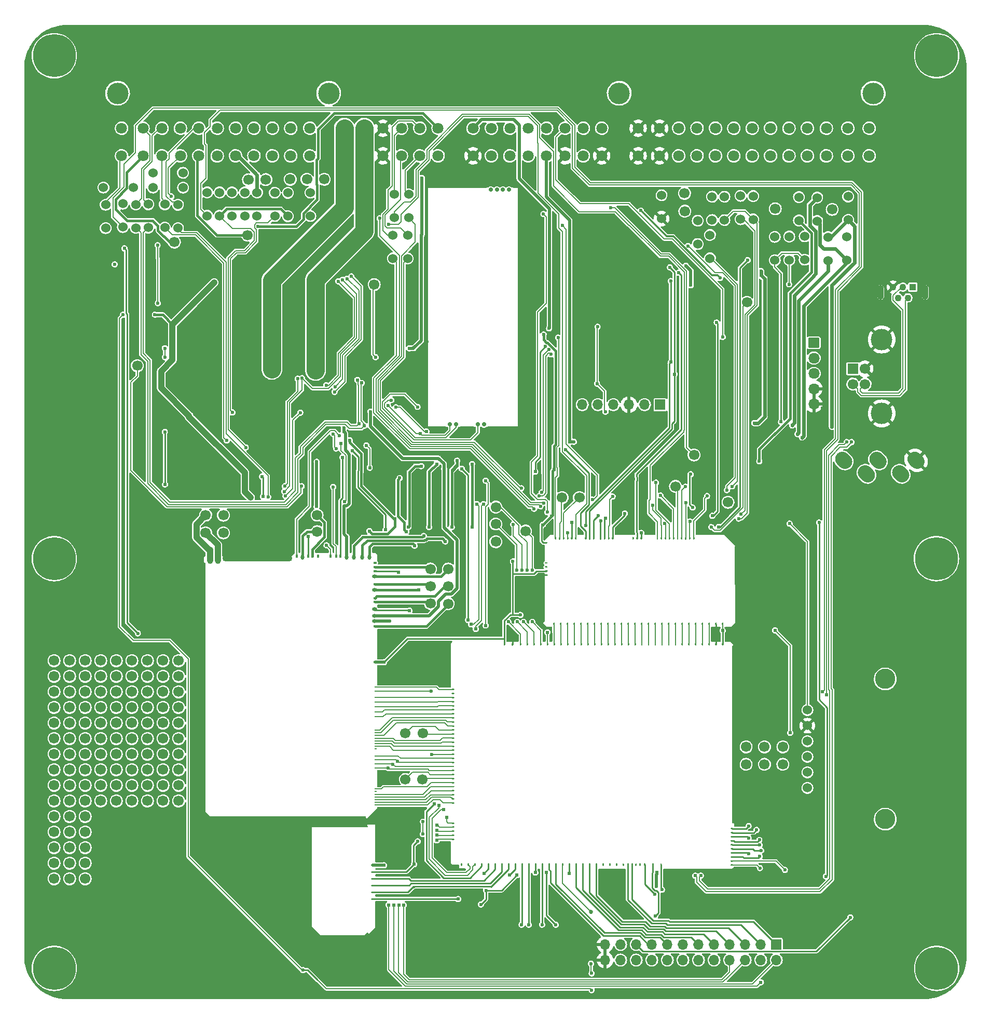
<source format=gbl>
G04 #@! TF.GenerationSoftware,KiCad,Pcbnew,(6.0.1)*
G04 #@! TF.CreationDate,2022-06-23T10:41:42+03:00*
G04 #@! TF.ProjectId,hellen64_NA6_94,68656c6c-656e-4363-945f-4e41365f3934,b*
G04 #@! TF.SameCoordinates,PX141ef50PYa2cc1bc*
G04 #@! TF.FileFunction,Copper,L2,Bot*
G04 #@! TF.FilePolarity,Positive*
%FSLAX46Y46*%
G04 Gerber Fmt 4.6, Leading zero omitted, Abs format (unit mm)*
G04 Created by KiCad (PCBNEW (6.0.1)) date 2022-06-23 10:41:42*
%MOMM*%
%LPD*%
G01*
G04 APERTURE LIST*
G04 #@! TA.AperFunction,ComponentPad*
%ADD10C,1.700000*%
G04 #@! TD*
G04 #@! TA.AperFunction,ComponentPad*
%ADD11C,0.599999*%
G04 #@! TD*
G04 #@! TA.AperFunction,ComponentPad*
%ADD12C,1.524000*%
G04 #@! TD*
G04 #@! TA.AperFunction,ComponentPad*
%ADD13R,1.700000X1.700000*%
G04 #@! TD*
G04 #@! TA.AperFunction,ComponentPad*
%ADD14O,1.700000X1.700000*%
G04 #@! TD*
G04 #@! TA.AperFunction,SMDPad,CuDef*
%ADD15O,0.200000X40.800000*%
G04 #@! TD*
G04 #@! TA.AperFunction,SMDPad,CuDef*
%ADD16O,25.600000X0.200000*%
G04 #@! TD*
G04 #@! TA.AperFunction,SMDPad,CuDef*
%ADD17O,1.000001X1.500000*%
G04 #@! TD*
G04 #@! TA.AperFunction,SMDPad,CuDef*
%ADD18O,11.400000X1.100000*%
G04 #@! TD*
G04 #@! TA.AperFunction,SMDPad,CuDef*
%ADD19O,0.399999X0.599999*%
G04 #@! TD*
G04 #@! TA.AperFunction,SMDPad,CuDef*
%ADD20O,0.599999X0.800001*%
G04 #@! TD*
G04 #@! TA.AperFunction,SMDPad,CuDef*
%ADD21O,0.599999X0.399999*%
G04 #@! TD*
G04 #@! TA.AperFunction,SMDPad,CuDef*
%ADD22O,0.800001X0.599999*%
G04 #@! TD*
G04 #@! TA.AperFunction,SMDPad,CuDef*
%ADD23O,0.399999X0.200000*%
G04 #@! TD*
G04 #@! TA.AperFunction,ComponentPad*
%ADD24C,3.500120*%
G04 #@! TD*
G04 #@! TA.AperFunction,ComponentPad*
%ADD25C,1.800000*%
G04 #@! TD*
G04 #@! TA.AperFunction,ComponentPad*
%ADD26R,1.100000X1.100000*%
G04 #@! TD*
G04 #@! TA.AperFunction,ComponentPad*
%ADD27C,1.100000*%
G04 #@! TD*
G04 #@! TA.AperFunction,ComponentPad*
%ADD28O,1.100000X2.400000*%
G04 #@! TD*
G04 #@! TA.AperFunction,ComponentPad*
%ADD29C,3.500000*%
G04 #@! TD*
G04 #@! TA.AperFunction,ComponentPad*
%ADD30C,3.302000*%
G04 #@! TD*
G04 #@! TA.AperFunction,ComponentPad*
%ADD31C,7.000000*%
G04 #@! TD*
G04 #@! TA.AperFunction,ComponentPad*
%ADD32C,0.700000*%
G04 #@! TD*
G04 #@! TA.AperFunction,SMDPad,CuDef*
%ADD33R,9.750000X0.250000*%
G04 #@! TD*
G04 #@! TA.AperFunction,SMDPad,CuDef*
%ADD34R,0.250000X39.250000*%
G04 #@! TD*
G04 #@! TA.AperFunction,SMDPad,CuDef*
%ADD35R,0.950000X0.250000*%
G04 #@! TD*
G04 #@! TA.AperFunction,SMDPad,CuDef*
%ADD36R,2.250000X0.250000*%
G04 #@! TD*
G04 #@! TA.AperFunction,SMDPad,CuDef*
%ADD37R,5.050000X0.250000*%
G04 #@! TD*
G04 #@! TA.AperFunction,SMDPad,CuDef*
%ADD38R,3.100000X0.250000*%
G04 #@! TD*
G04 #@! TA.AperFunction,ComponentPad*
%ADD39C,0.600000*%
G04 #@! TD*
G04 #@! TA.AperFunction,ComponentPad*
%ADD40O,1.850000X1.700000*%
G04 #@! TD*
G04 #@! TA.AperFunction,SMDPad,CuDef*
%ADD41C,2.000000*%
G04 #@! TD*
G04 #@! TA.AperFunction,ViaPad*
%ADD42C,0.600000*%
G04 #@! TD*
G04 #@! TA.AperFunction,ViaPad*
%ADD43C,0.685800*%
G04 #@! TD*
G04 #@! TA.AperFunction,ViaPad*
%ADD44C,1.500000*%
G04 #@! TD*
G04 #@! TA.AperFunction,ViaPad*
%ADD45C,0.609600*%
G04 #@! TD*
G04 #@! TA.AperFunction,ViaPad*
%ADD46C,1.000000*%
G04 #@! TD*
G04 #@! TA.AperFunction,Conductor*
%ADD47C,0.600000*%
G04 #@! TD*
G04 #@! TA.AperFunction,Conductor*
%ADD48C,0.400000*%
G04 #@! TD*
G04 #@! TA.AperFunction,Conductor*
%ADD49C,0.200000*%
G04 #@! TD*
G04 #@! TA.AperFunction,Conductor*
%ADD50C,0.254000*%
G04 #@! TD*
G04 #@! TA.AperFunction,Conductor*
%ADD51C,1.000000*%
G04 #@! TD*
G04 #@! TA.AperFunction,Conductor*
%ADD52C,0.300000*%
G04 #@! TD*
G04 #@! TA.AperFunction,Conductor*
%ADD53C,0.203200*%
G04 #@! TD*
G04 #@! TA.AperFunction,Conductor*
%ADD54C,0.508000*%
G04 #@! TD*
G04 #@! TA.AperFunction,Conductor*
%ADD55C,0.500000*%
G04 #@! TD*
G04 #@! TA.AperFunction,Conductor*
%ADD56C,3.000000*%
G04 #@! TD*
G04 APERTURE END LIST*
D10*
G04 #@! TO.P,P46,1,Pin_1*
G04 #@! TO.N,/1P*
X39531680Y133705340D03*
G04 #@! TD*
D11*
G04 #@! TO.P,M4,V1,V33*
G04 #@! TO.N,+3V3*
X75468535Y17795040D03*
G04 #@! TO.P,M4,V2,GND*
G04 #@! TO.N,GND*
X77043549Y12890031D03*
G04 #@! TO.P,M4,V3,GND*
X89747567Y12899094D03*
G04 #@! TO.P,M4,V4,SD_CS*
G04 #@! TO.N,/SD_CS*
X81268539Y12220030D03*
G04 #@! TO.P,M4,V5,SD_MOSI*
G04 #@! TO.N,/SD_MOSI*
X82443543Y12220030D03*
G04 #@! TO.P,M4,V6,SD_SCK*
G04 #@! TO.N,/SD_SCK*
X84618537Y12220030D03*
G04 #@! TO.P,M4,V7,SD_MISO*
G04 #@! TO.N,/SD_MISO*
X86843539Y12220030D03*
G04 #@! TD*
D12*
G04 #@! TO.P,R8,1,1*
G04 #@! TO.N,/IN_TPS*
X60261680Y120850340D03*
G04 #@! TO.P,R8,2,2*
G04 #@! TO.N,Net-(P2-Pad75)*
X60261680Y124660340D03*
G04 #@! TD*
G04 #@! TO.P,R32,1,1*
G04 #@! TO.N,/IN_VSS*
X38101680Y127800340D03*
G04 #@! TO.P,R32,2,2*
G04 #@! TO.N,/1M*
X38101680Y131610340D03*
G04 #@! TD*
D10*
G04 #@! TO.P,P5,1,Pin_1*
G04 #@! TO.N,/IO12*
X62302380Y35910220D03*
G04 #@! TD*
G04 #@! TO.P,P6,1,Pin_1*
G04 #@! TO.N,/IO13*
X62302380Y43412400D03*
G04 #@! TD*
D13*
G04 #@! TO.P,J27,1,Pin_1*
G04 #@! TO.N,Net-(J27-Pad1)*
X103851680Y97005340D03*
D14*
G04 #@! TO.P,J27,2,Pin_2*
G04 #@! TO.N,Net-(J27-Pad2)*
X101311680Y97005340D03*
G04 #@! TO.P,J27,3,Pin_3*
G04 #@! TO.N,GND*
X98771680Y97005340D03*
G04 #@! TO.P,J27,4,Pin_4*
G04 #@! TO.N,Net-(J27-Pad4)*
X96231680Y97005340D03*
G04 #@! TO.P,J27,5,Pin_5*
G04 #@! TO.N,Net-(J27-Pad5)*
X93691680Y97005340D03*
G04 #@! TO.P,J27,6,Pin_6*
G04 #@! TO.N,unconnected-(J27-Pad6)*
X91151680Y97005340D03*
G04 #@! TD*
D10*
G04 #@! TO.P,P19,1,Pin_1*
G04 #@! TO.N,/1O*
X36691680Y133695340D03*
G04 #@! TD*
G04 #@! TO.P,G4,1*
G04 #@! TO.N,Net-(G4-Pad1)*
X20210000Y45097322D03*
G04 #@! TO.P,G4,2*
G04 #@! TO.N,Net-(G4-Pad12)*
X20210000Y47637322D03*
G04 #@! TO.P,G4,3*
G04 #@! TO.N,Net-(G4-Pad13)*
X20210000Y50177322D03*
G04 #@! TO.P,G4,4*
G04 #@! TO.N,Net-(G4-Pad14)*
X20210000Y52717322D03*
G04 #@! TO.P,G4,5*
G04 #@! TO.N,Net-(G4-Pad10)*
X20210000Y55257322D03*
G04 #@! TO.P,G4,6*
G04 #@! TO.N,Net-(G4-Pad1)*
X22750000Y45097322D03*
G04 #@! TO.P,G4,7*
G04 #@! TO.N,Net-(G4-Pad12)*
X22750000Y47637322D03*
G04 #@! TO.P,G4,8*
G04 #@! TO.N,Net-(G4-Pad13)*
X22750000Y50177322D03*
G04 #@! TO.P,G4,9*
G04 #@! TO.N,Net-(G4-Pad14)*
X22750000Y52717322D03*
G04 #@! TO.P,G4,10*
G04 #@! TO.N,Net-(G4-Pad10)*
X22750000Y55257322D03*
G04 #@! TO.P,G4,11*
G04 #@! TO.N,Net-(G4-Pad1)*
X25290000Y45097322D03*
G04 #@! TO.P,G4,12*
G04 #@! TO.N,Net-(G4-Pad12)*
X25290000Y47637322D03*
G04 #@! TO.P,G4,13*
G04 #@! TO.N,Net-(G4-Pad13)*
X25290000Y50177322D03*
G04 #@! TO.P,G4,14*
G04 #@! TO.N,Net-(G4-Pad14)*
X25290000Y52717322D03*
G04 #@! TO.P,G4,15*
G04 #@! TO.N,Net-(G4-Pad10)*
X25290000Y55257322D03*
G04 #@! TD*
G04 #@! TO.P,P27,1,Pin_1*
G04 #@! TO.N,/OUT_PP2*
X57211680Y116595340D03*
G04 #@! TD*
G04 #@! TO.P,P10,1,Pin_1*
G04 #@! TO.N,/1C*
X24601680Y123505340D03*
G04 #@! TD*
G04 #@! TO.P,P12,1,Pin_1*
G04 #@! TO.N,/OUT_SOLENOID_A1*
X29701680Y79005340D03*
G04 #@! TD*
G04 #@! TO.P,G12,1*
G04 #@! TO.N,Net-(G12-Pad1)*
X12590000Y32397322D03*
G04 #@! TO.P,G12,2*
G04 #@! TO.N,Net-(G12-Pad12)*
X12590000Y34937322D03*
G04 #@! TO.P,G12,3*
G04 #@! TO.N,Net-(G12-Pad13)*
X12590000Y37477322D03*
G04 #@! TO.P,G12,4*
G04 #@! TO.N,Net-(G12-Pad14)*
X12590000Y40017322D03*
G04 #@! TO.P,G12,5*
G04 #@! TO.N,Net-(G12-Pad10)*
X12590000Y42557322D03*
G04 #@! TO.P,G12,6*
G04 #@! TO.N,Net-(G12-Pad1)*
X15130000Y32397322D03*
G04 #@! TO.P,G12,7*
G04 #@! TO.N,Net-(G12-Pad12)*
X15130000Y34937322D03*
G04 #@! TO.P,G12,8*
G04 #@! TO.N,Net-(G12-Pad13)*
X15130000Y37477322D03*
G04 #@! TO.P,G12,9*
G04 #@! TO.N,Net-(G12-Pad14)*
X15130000Y40017322D03*
G04 #@! TO.P,G12,10*
G04 #@! TO.N,Net-(G12-Pad10)*
X15130000Y42557322D03*
G04 #@! TO.P,G12,11*
G04 #@! TO.N,Net-(G12-Pad1)*
X17670000Y32397322D03*
G04 #@! TO.P,G12,12*
G04 #@! TO.N,Net-(G12-Pad12)*
X17670000Y34937322D03*
G04 #@! TO.P,G12,13*
G04 #@! TO.N,Net-(G12-Pad13)*
X17670000Y37477322D03*
G04 #@! TO.P,G12,14*
G04 #@! TO.N,Net-(G12-Pad14)*
X17670000Y40017322D03*
G04 #@! TO.P,G12,15*
G04 #@! TO.N,Net-(G12-Pad10)*
X17670000Y42557322D03*
G04 #@! TD*
D15*
G04 #@! TO.P,M5,G,GND*
G04 #@! TO.N,GND*
X29616538Y50856720D03*
D16*
X43016539Y29831718D03*
G04 #@! TA.AperFunction,SMDPad,CuDef*
G36*
G01*
X29688694Y30610985D02*
X30395800Y29903879D01*
G75*
G02*
X30395800Y29762457I-70711J-70711D01*
G01*
X30395800Y29762457D01*
G75*
G02*
X30254378Y29762457I-70711J70711D01*
G01*
X29547272Y30469563D01*
G75*
G02*
X29547272Y30610985I70711J70711D01*
G01*
X29547272Y30610985D01*
G75*
G02*
X29688694Y30610985I70711J-70711D01*
G01*
G37*
G04 #@! TD.AperFunction*
D17*
G04 #@! TO.P,M5,S1,OUT_SOLENOID_A1*
G04 #@! TO.N,/OUT_SOLENOID_A1*
X30414997Y71843006D03*
G04 #@! TO.P,M5,S2,OUT_SOLENOID_A2*
G04 #@! TO.N,/OUT_SOLENOID_A2*
X31670862Y71843006D03*
D18*
G04 #@! TO.P,M5,S3,GND*
G04 #@! TO.N,GND*
X38114997Y71968007D03*
D19*
G04 #@! TO.P,M5,S6,OUT_PP2*
G04 #@! TO.N,/OUT_PP2*
X44564989Y72268006D03*
D20*
G04 #@! TO.P,M5,S7,OUT_LOW3_DUAL*
G04 #@! TO.N,/OUT_LOW1_DUAL*
X45540001Y72168001D03*
D19*
G04 #@! TO.P,M5,S8,OUT_LOW1*
G04 #@! TO.N,/OUT_ECF_RELAY*
X46409758Y72268006D03*
G04 #@! TO.P,M5,S9,OUT_HIGH2*
G04 #@! TO.N,/OUT_HIGH2*
X47139995Y72268006D03*
G04 #@! TO.P,M5,S10,OUT_LOW11*
G04 #@! TO.N,unconnected-(M5-PadS10)*
X48034758Y72268006D03*
G04 #@! TO.P,M5,S12,OUT_LOW8_PULLUP*
G04 #@! TO.N,/OUT_AC_RELAY*
X50109758Y72268006D03*
G04 #@! TO.P,M5,S13,OUT_LOW12*
G04 #@! TO.N,/OUT_TACH*
X51009754Y72268006D03*
G04 #@! TO.P,M5,S14,OUT_LOW9*
G04 #@! TO.N,/OUT_PUMP_RELAY*
X51719996Y72268006D03*
D20*
G04 #@! TO.P,M5,S15,OUT_INJ6*
G04 #@! TO.N,/OUT_BOOST_CONTROL*
X52739997Y72168006D03*
G04 #@! TO.P,M5,S16,OUT_INJ2*
G04 #@! TO.N,/OUT_INJ2*
X53914996Y72168006D03*
G04 #@! TO.P,M5,S17,OUT_INJ3*
G04 #@! TO.N,/OUT_INJ3*
X55264995Y72168006D03*
G04 #@! TO.P,M5,S18,OUT_INJ1*
G04 #@! TO.N,/OUT_INJ1*
X56439994Y72168006D03*
D21*
G04 #@! TO.P,M5,W1,OUT_LOW2*
G04 #@! TO.N,unconnected-(M5-PadW1)*
X57339995Y71237767D03*
G04 #@! TO.P,M5,W2,OUT_LOW10*
G04 #@! TO.N,/OUT_LOW10*
X57339995Y70543008D03*
G04 #@! TO.P,M5,W3,OUT_LOW6_DIODE*
G04 #@! TO.N,/OUT_CHECK_ENGINE*
X57339995Y69862768D03*
D22*
G04 #@! TO.P,M5,W4,OUT_LOW4_DUAL*
G04 #@! TO.N,/OUT_LOW2_DUAL*
X57244997Y69043006D03*
D21*
G04 #@! TO.P,M5,W6,OUT_PP1*
G04 #@! TO.N,/OUT_PP1*
X57339995Y67737769D03*
D22*
G04 #@! TO.P,M5,W7,OUT_INJ4*
G04 #@! TO.N,/OUT_INJ4*
X57244997Y66768004D03*
D21*
G04 #@! TO.P,M5,W8,OUT_HIGH1*
G04 #@! TO.N,/OUT_HIGH1*
X57339995Y65493006D03*
G04 #@! TO.P,M5,W9,OUT_LOW7_PULLUP*
G04 #@! TO.N,/OUT_LOW7_PULLUP*
X57339995Y64843004D03*
D22*
G04 #@! TO.P,M5,W10,OUT_INJ5*
G04 #@! TO.N,/OUT_CONDENSER_FAN*
X57244997Y63643004D03*
G04 #@! TO.P,M5,W11,OUT_INJ8*
G04 #@! TO.N,/OUT_VVT*
X57244997Y62568000D03*
G04 #@! TO.P,M5,W12,OUT_INJ7*
G04 #@! TO.N,/OUT_IDLE*
X57244997Y61692998D03*
D21*
G04 #@! TO.P,M5,W13,OUT_LOW5_MAIN*
G04 #@! TO.N,/OUT_LOW5*
X57339995Y60868006D03*
G04 #@! TO.P,M5,W14,V5*
G04 #@! TO.N,+5V*
X57339995Y55018005D03*
D23*
G04 #@! TO.P,M5,W15,INJ8*
G04 #@! TO.N,/VVT*
X57444996Y50963035D03*
G04 #@! TO.P,M5,W16,INJ7*
G04 #@! TO.N,/IDLE*
X57444996Y50303033D03*
G04 #@! TO.P,M5,W17,INJ6*
G04 #@! TO.N,/BOOST*
X57444996Y49243005D03*
G04 #@! TO.P,M5,W18,INJ5*
G04 #@! TO.N,/CONDENSER*
X57444996Y48538920D03*
G04 #@! TO.P,M5,W19,INJ4*
G04 #@! TO.N,/INJ4*
X57444996Y47738881D03*
G04 #@! TO.P,M5,W20,INJ3*
G04 #@! TO.N,/INJ3*
X57444996Y46938842D03*
G04 #@! TO.P,M5,W21,LOW1*
G04 #@! TO.N,/ECF_RELAY*
X57444996Y46143006D03*
G04 #@! TO.P,M5,W22,PP2*
G04 #@! TO.N,/PP2*
X57444996Y43948004D03*
G04 #@! TO.P,M5,W23,INJ2*
G04 #@! TO.N,/INJ2*
X57444996Y43508005D03*
G04 #@! TO.P,M5,W24,INJ1*
G04 #@! TO.N,/INJ1*
X57444996Y43068006D03*
G04 #@! TO.P,M5,W25,LOW6_DIODE*
G04 #@! TO.N,/CHECK_ENGINE*
X57444996Y42628004D03*
G04 #@! TO.P,M5,W26,LOW10*
G04 #@! TO.N,/LOW10*
X57444996Y42188005D03*
G04 #@! TO.P,M5,W27,LOW9*
G04 #@! TO.N,/PUMP*
X57444996Y41748006D03*
G04 #@! TO.P,M5,W28,PP1*
G04 #@! TO.N,/PP1*
X57444996Y41308004D03*
G04 #@! TO.P,M5,W29,LOW2*
G04 #@! TO.N,unconnected-(M5-PadW29)*
X57444996Y40868005D03*
G04 #@! TO.P,M5,W30,SOLENOID_B2*
G04 #@! TO.N,/SOLENOID_B2*
X57444996Y39743034D03*
G04 #@! TO.P,M5,W31,SOLENOID_B1*
G04 #@! TO.N,/-ETB*
X57444996Y39083036D03*
G04 #@! TO.P,M5,W32,SOLENOID_A2*
G04 #@! TO.N,/+ETB*
X57444996Y38423034D03*
G04 #@! TO.P,M5,W33,SOLENOID_A1*
G04 #@! TO.N,/ETB_EN*
X57444996Y37763036D03*
G04 #@! TO.P,M5,W34,LOW4_DUAL*
G04 #@! TO.N,/LOW4*
X57444996Y34358006D03*
G04 #@! TO.P,M5,W35,LOW11*
G04 #@! TO.N,unconnected-(M5-PadW35)*
X57444996Y33918007D03*
G04 #@! TO.P,M5,W36,LOW12*
G04 #@! TO.N,/TACH*
X57444996Y33478005D03*
G04 #@! TO.P,M5,W37,LOW8_HIGH2*
G04 #@! TO.N,/AC_RELAY*
X57444996Y33038006D03*
G04 #@! TO.P,M5,W38,LOW3_DUAL*
G04 #@! TO.N,/LOW3*
X57444996Y32598007D03*
G04 #@! TO.P,M5,W39,LOW7_HIGH1*
G04 #@! TO.N,/LOW7_HIGH1*
X57444996Y32158005D03*
G04 #@! TO.P,M5,W40,LOW5_MAIN*
G04 #@! TO.N,/LOW5*
X57444996Y31718006D03*
G04 #@! TD*
D12*
G04 #@! TO.P,R36,1,1*
G04 #@! TO.N,/OUT_IGN2*
X29951680Y127800340D03*
G04 #@! TO.P,R36,2,2*
G04 #@! TO.N,/1H*
X29951680Y131610340D03*
G04 #@! TD*
D10*
G04 #@! TO.P,P35,1,Pin_1*
G04 #@! TO.N,/OUT_LOW5*
X69301680Y64555340D03*
G04 #@! TD*
D12*
G04 #@! TO.P,R48,1,1*
G04 #@! TO.N,Net-(R24-Pad2)*
X112351680Y127100340D03*
G04 #@! TO.P,R48,2,2*
G04 #@! TO.N,/3I*
X112351680Y130910340D03*
G04 #@! TD*
D10*
G04 #@! TO.P,P15,1,Pin_1*
G04 #@! TO.N,/1U*
X49061680Y133755340D03*
G04 #@! TD*
D12*
G04 #@! TO.P,F3,1,1*
G04 #@! TO.N,/1B*
X21101680Y134805340D03*
G04 #@! TO.P,F3,2,2*
G04 #@! TO.N,+12V_ETB*
X26001680Y134805340D03*
G04 #@! TD*
G04 #@! TO.P,R24,1,1*
G04 #@! TO.N,/OUT_TACH*
X112001680Y120850340D03*
G04 #@! TO.P,R24,2,2*
G04 #@! TO.N,Net-(R24-Pad2)*
X112001680Y124660340D03*
G04 #@! TD*
G04 #@! TO.P,R33,1,1*
G04 #@! TO.N,/OUT_ECF_RELAY*
X32001680Y127800340D03*
G04 #@! TO.P,R33,2,2*
G04 #@! TO.N,/1L*
X32001680Y131610340D03*
G04 #@! TD*
G04 #@! TO.P,R42,1,1*
G04 #@! TO.N,+12V_PERM*
X13391221Y125804438D03*
G04 #@! TO.P,R42,2,2*
G04 #@! TO.N,/1A*
X13391221Y129614438D03*
G04 #@! TD*
D24*
G04 #@! TO.P,P2,*
G04 #@! TO.N,*
X138640980Y147779760D03*
X15340980Y147779760D03*
X49790980Y147779760D03*
X97190980Y147779760D03*
D25*
G04 #@! TO.P,P2,1,1A*
G04 #@! TO.N,/1A*
X15990980Y137579120D03*
G04 #@! TO.P,P2,2,1C*
G04 #@! TO.N,/1C*
X19488560Y137579120D03*
G04 #@! TO.P,P2,3,1E*
G04 #@! TO.N,/1E*
X22589900Y137579120D03*
G04 #@! TO.P,P2,4,1G*
G04 #@! TO.N,/1G*
X25589640Y137579120D03*
G04 #@! TO.P,P2,5,1I*
G04 #@! TO.N,Net-(P2-Pad5)*
X28589380Y137579120D03*
G04 #@! TO.P,P2,6,1K*
G04 #@! TO.N,Net-(P2-Pad6)*
X31589120Y137579120D03*
G04 #@! TO.P,P2,7,1M*
G04 #@! TO.N,/1M*
X34588860Y137579120D03*
G04 #@! TO.P,P2,8,1O*
G04 #@! TO.N,/1O*
X37588600Y137579120D03*
G04 #@! TO.P,P2,9,1Q*
G04 #@! TO.N,/1Q*
X40588340Y137579120D03*
G04 #@! TO.P,P2,10,1S*
G04 #@! TO.N,Net-(P17-Pad1)*
X43588080Y137579120D03*
G04 #@! TO.P,P2,11,1U*
G04 #@! TO.N,/1U*
X46689420Y137579120D03*
G04 #@! TO.P,P2,12,1B*
G04 #@! TO.N,/1B*
X15990980Y142080000D03*
G04 #@! TO.P,P2,13,1D*
G04 #@! TO.N,/1D*
X19488560Y142080000D03*
G04 #@! TO.P,P2,14,1F*
G04 #@! TO.N,/1F*
X22589900Y142080000D03*
G04 #@! TO.P,P2,15,1H*
G04 #@! TO.N,/1H*
X25589640Y142080000D03*
G04 #@! TO.P,P2,16,1J*
G04 #@! TO.N,/1J*
X28589380Y142080000D03*
G04 #@! TO.P,P2,17,1L*
G04 #@! TO.N,/1L*
X31589120Y142080000D03*
G04 #@! TO.P,P2,18,1N*
G04 #@! TO.N,/1N*
X34588860Y142080000D03*
G04 #@! TO.P,P2,19,1P*
G04 #@! TO.N,/1P*
X37588600Y142080000D03*
G04 #@! TO.P,P2,20,1R*
G04 #@! TO.N,Net-(P2-Pad20)*
X40588340Y142080000D03*
G04 #@! TO.P,P2,21,1T*
G04 #@! TO.N,Net-(P16-Pad1)*
X43588080Y142080000D03*
G04 #@! TO.P,P2,22,1V*
G04 #@! TO.N,/1V*
X46689420Y142080000D03*
G04 #@! TO.P,P2,23,2A*
G04 #@! TO.N,GND*
X73340980Y137579120D03*
G04 #@! TO.P,P2,24,2C*
G04 #@! TO.N,/WBO_H-*
X76340720Y137579120D03*
G04 #@! TO.P,P2,25,2E*
G04 #@! TO.N,/WBO_R_Trim*
X79340460Y137579120D03*
G04 #@! TO.P,P2,26,2G*
G04 #@! TO.N,/WBO_Vs{slash}Ip*
X82340200Y137579120D03*
G04 #@! TO.P,P2,27,2I*
G04 #@! TO.N,/OUT_VVT*
X85342480Y137579120D03*
G04 #@! TO.P,P2,28,2K*
G04 #@! TO.N,GND*
X88342220Y137579120D03*
G04 #@! TO.P,P2,29,2M*
G04 #@! TO.N,/IN_PRESSURE*
X91341960Y137579120D03*
G04 #@! TO.P,P2,30,2O*
G04 #@! TO.N,GND*
X94341700Y137579120D03*
G04 #@! TO.P,P2,31,2B*
G04 #@! TO.N,+5VAS*
X73340980Y142080000D03*
G04 #@! TO.P,P2,32,2D*
G04 #@! TO.N,/2D*
X76340720Y142080000D03*
G04 #@! TO.P,P2,33,2F*
G04 #@! TO.N,/WBO_Ip*
X79340460Y142080000D03*
G04 #@! TO.P,P2,34,2H*
G04 #@! TO.N,/WBO_Vs*
X82340200Y142080000D03*
G04 #@! TO.P,P2,35,2J*
G04 #@! TO.N,/OUT_BOOST_CONTROL*
X85342480Y142080000D03*
G04 #@! TO.P,P2,36,2L*
G04 #@! TO.N,/IN_DIGITAL*
X88342220Y142080000D03*
G04 #@! TO.P,P2,37,2N*
G04 #@! TO.N,/IN_TEMP*
X91341960Y142080000D03*
G04 #@! TO.P,P2,38,2P*
G04 #@! TO.N,/IN_KNOCK_RAW*
X94341700Y142080000D03*
G04 #@! TO.P,P2,39,3A*
G04 #@! TO.N,GND*
X100287840Y137579120D03*
G04 #@! TO.P,P2,40,3C*
X103787960Y137579120D03*
G04 #@! TO.P,P2,41,3E*
G04 #@! TO.N,/IN_CRANK*
X106891840Y137579120D03*
G04 #@! TO.P,P2,42,3G*
G04 #@! TO.N,/IN_CAM*
X109891580Y137579120D03*
G04 #@! TO.P,P2,43,3I*
G04 #@! TO.N,/3I*
X112891320Y137579120D03*
G04 #@! TO.P,P2,44,3K*
G04 #@! TO.N,+5VAS*
X115891060Y137579120D03*
G04 #@! TO.P,P2,45,3M*
G04 #@! TO.N,/3M*
X118890800Y137579120D03*
G04 #@! TO.P,P2,46,3O*
G04 #@! TO.N,/3O*
X121890540Y137579120D03*
G04 #@! TO.P,P2,47,3Q*
G04 #@! TO.N,/IN_CLT*
X124890280Y137579120D03*
G04 #@! TO.P,P2,48,3S*
G04 #@! TO.N,/3S*
X127890020Y137579120D03*
G04 #@! TO.P,P2,49,3U*
G04 #@! TO.N,/OUT_INJ1*
X130991360Y137579120D03*
G04 #@! TO.P,P2,50,3W*
G04 #@! TO.N,/OUT_IDLE*
X134491480Y137579120D03*
G04 #@! TO.P,P2,51,3Y*
G04 #@! TO.N,/3Y*
X137991600Y137579120D03*
G04 #@! TO.P,P2,52,3B*
G04 #@! TO.N,GND*
X100287840Y142080000D03*
G04 #@! TO.P,P2,53,3D*
X103787960Y142080000D03*
G04 #@! TO.P,P2,54,3F*
G04 #@! TO.N,/3F*
X106891840Y142080000D03*
G04 #@! TO.P,P2,55,3H*
G04 #@! TO.N,/3H*
X109891580Y142080000D03*
G04 #@! TO.P,P2,56,3J*
G04 #@! TO.N,/3J*
X112891320Y142080000D03*
G04 #@! TO.P,P2,57,3L*
G04 #@! TO.N,/3L*
X115891060Y142080000D03*
G04 #@! TO.P,P2,58,3N*
G04 #@! TO.N,/3N*
X118890800Y142080000D03*
G04 #@! TO.P,P2,59,3P*
G04 #@! TO.N,/IN_IAT*
X121890540Y142080000D03*
G04 #@! TO.P,P2,60,3R*
G04 #@! TO.N,/3R*
X124890280Y142080000D03*
G04 #@! TO.P,P2,61,3T*
G04 #@! TO.N,/3T*
X127890020Y142080000D03*
G04 #@! TO.P,P2,62,3V*
G04 #@! TO.N,/OUT_INJ2*
X130991360Y142080000D03*
G04 #@! TO.P,P2,63,3X*
G04 #@! TO.N,/3X*
X134491480Y142080000D03*
G04 #@! TO.P,P2,64,3Z*
G04 #@! TO.N,/3Z*
X137991600Y142080000D03*
G04 #@! TO.P,P2,65,4A*
G04 #@! TO.N,/OUT_ETB+*
X52640980Y137579120D03*
G04 #@! TO.P,P2,66,4C*
G04 #@! TO.N,/OUT_ETB-*
X55640720Y137579120D03*
G04 #@! TO.P,P2,67,4E*
G04 #@! TO.N,GND*
X58640460Y137579120D03*
G04 #@! TO.P,P2,68,4G*
G04 #@! TO.N,Net-(P2-Pad68)*
X61640200Y137579120D03*
G04 #@! TO.P,P2,69,4I*
G04 #@! TO.N,Net-(P2-Pad69)*
X64642480Y137579120D03*
G04 #@! TO.P,P2,70,4K*
G04 #@! TO.N,+5VAS*
X67642220Y137579120D03*
G04 #@! TO.P,P2,71,4B*
G04 #@! TO.N,/OUT_ETB+*
X52640980Y142080000D03*
G04 #@! TO.P,P2,72,4D*
G04 #@! TO.N,/OUT_ETB-*
X55640720Y142080000D03*
G04 #@! TO.P,P2,73,4F*
G04 #@! TO.N,GND*
X58640460Y142080000D03*
G04 #@! TO.P,P2,74,4H*
G04 #@! TO.N,Net-(P2-Pad74)*
X61640200Y142080000D03*
G04 #@! TO.P,P2,75,4J*
G04 #@! TO.N,Net-(P2-Pad75)*
X64642480Y142080000D03*
G04 #@! TO.P,P2,76,4L*
G04 #@! TO.N,+5VAS*
X67642220Y142080000D03*
G04 #@! TD*
D10*
G04 #@! TO.P,P40,1,Pin_1*
G04 #@! TO.N,/IN_D1*
X77051680Y77555340D03*
G04 #@! TD*
G04 #@! TO.P,P44,1,Pin_1*
G04 #@! TO.N,/IN_SENS3*
X90691680Y81865340D03*
G04 #@! TD*
G04 #@! TO.P,P13,1,Pin_1*
G04 #@! TO.N,/OUT_SOLENOID_B1*
X32601680Y76105340D03*
G04 #@! TD*
G04 #@! TO.P,P29,1,Pin_1*
G04 #@! TO.N,/OUT_IGN5*
X120901680Y41205340D03*
G04 #@! TD*
D12*
G04 #@! TO.P,R43,1,1*
G04 #@! TO.N,/OUT_PUMP_RELAY*
X127451680Y120650340D03*
G04 #@! TO.P,R43,2,2*
G04 #@! TO.N,/3T*
X127451680Y124460340D03*
G04 #@! TD*
D26*
G04 #@! TO.P,J1,1,VBUS*
G04 #@! TO.N,/VBUS*
X145101680Y116180340D03*
D27*
G04 #@! TO.P,J1,2,D-*
G04 #@! TO.N,/USB-*
X144301680Y114430340D03*
G04 #@! TO.P,J1,3,D+*
G04 #@! TO.N,/USB+*
X143501680Y116180340D03*
G04 #@! TO.P,J1,4,ID*
G04 #@! TO.N,unconnected-(J1-Pad4)*
X142701680Y114430340D03*
G04 #@! TO.P,J1,5,GND*
G04 #@! TO.N,GND*
X141901680Y116180340D03*
D28*
G04 #@! TO.P,J1,6,Shield*
X147151680Y115305340D03*
X139851680Y115305340D03*
G04 #@! TD*
D10*
G04 #@! TO.P,P37,1,Pin_1*
G04 #@! TO.N,/IN_RES2*
X114941680Y81095340D03*
G04 #@! TD*
G04 #@! TO.P,P42,1,Pin_1*
G04 #@! TO.N,/IN_D3*
X77051680Y80305340D03*
G04 #@! TD*
D12*
G04 #@! TO.P,R52,1,1*
G04 #@! TO.N,/IN_TEMP_OR_PPS2*
X62681680Y120840340D03*
G04 #@! TO.P,R52,2,2*
G04 #@! TO.N,Net-(P2-Pad68)*
X62681680Y124650340D03*
G04 #@! TD*
D10*
G04 #@! TO.P,P41,1,Pin_1*
G04 #@! TO.N,/IN_D2*
X118031680Y113705340D03*
G04 #@! TD*
G04 #@! TO.P,P30,1,Pin_1*
G04 #@! TO.N,/OUT_IGN6*
X120901680Y38370220D03*
G04 #@! TD*
G04 #@! TO.P,P26,1,Pin_1*
G04 #@! TO.N,/OUT_PP1*
X66401680Y67405340D03*
G04 #@! TD*
D13*
G04 #@! TO.P,J5,1,VBUS*
G04 #@! TO.N,/VBUS*
X135316680Y102855340D03*
D10*
G04 #@! TO.P,J5,2,D-*
G04 #@! TO.N,/USB-*
X135316680Y100355340D03*
G04 #@! TO.P,J5,3,D+*
G04 #@! TO.N,/USB+*
X137316680Y100355340D03*
G04 #@! TO.P,J5,4,GND*
G04 #@! TO.N,GND*
X137316680Y102855340D03*
D29*
G04 #@! TO.P,J5,5,Shield*
X140026680Y95585340D03*
X140026680Y107625340D03*
G04 #@! TD*
D10*
G04 #@! TO.P,P4,1,Pin_1*
G04 #@! TO.N,/IO4*
X65112640Y43410220D03*
G04 #@! TD*
G04 #@! TO.P,P25,1,Pin_1*
G04 #@! TO.N,/OUT_IGN4*
X123901680Y38370220D03*
G04 #@! TD*
D11*
G04 #@! TO.P,M8,V1,V5*
G04 #@! TO.N,+5V*
X59459042Y96874902D03*
G04 #@! TO.P,M8,V2,CAN_VIO*
G04 #@! TO.N,Net-(M12-PadW2)*
X59984042Y97749904D03*
G04 #@! TO.P,M8,V5,CAN_TX*
G04 #@! TO.N,Net-(M12-PadW4)*
X60734040Y96574900D03*
G04 #@! TO.P,M8,V6,CAN_RX*
G04 #@! TO.N,Net-(M12-PadW3)*
X64284041Y96649903D03*
G04 #@! TD*
D30*
G04 #@! TO.P,U2,*
G04 #@! TO.N,*
X140601680Y52290340D03*
X140601680Y29430340D03*
D12*
G04 #@! TO.P,U2,1,VOUT*
G04 #@! TO.N,/IN_MAP3*
X127901680Y47210340D03*
G04 #@! TO.P,U2,2,GND*
G04 #@! TO.N,GND*
X127901680Y44670340D03*
G04 #@! TO.P,U2,3,VCC*
G04 #@! TO.N,+5VA*
X127901680Y42130340D03*
G04 #@! TO.P,U2,4,V1*
G04 #@! TO.N,unconnected-(U2-Pad4)*
X127901680Y39590340D03*
G04 #@! TO.P,U2,5,V2*
G04 #@! TO.N,unconnected-(U2-Pad5)*
X127901680Y37050340D03*
G04 #@! TO.P,U2,6,V_EX*
G04 #@! TO.N,unconnected-(U2-Pad6)*
X127901680Y34510340D03*
G04 #@! TD*
G04 #@! TO.P,R17,1,1*
G04 #@! TO.N,/OUT_INJ4*
X131301680Y124320340D03*
G04 #@! TO.P,R17,2,2*
G04 #@! TO.N,/OUT_INJ2*
X131301680Y120510340D03*
G04 #@! TD*
D10*
G04 #@! TO.P,G6,1*
G04 #@! TO.N,Net-(G6-Pad1)*
X4970000Y45097322D03*
G04 #@! TO.P,G6,2*
G04 #@! TO.N,Net-(G6-Pad12)*
X4970000Y47637322D03*
G04 #@! TO.P,G6,3*
G04 #@! TO.N,Net-(G6-Pad13)*
X4970000Y50177322D03*
G04 #@! TO.P,G6,4*
G04 #@! TO.N,Net-(G6-Pad14)*
X4970000Y52717322D03*
G04 #@! TO.P,G6,5*
G04 #@! TO.N,Net-(G6-Pad10)*
X4970000Y55257322D03*
G04 #@! TO.P,G6,6*
G04 #@! TO.N,Net-(G6-Pad1)*
X7510000Y45097322D03*
G04 #@! TO.P,G6,7*
G04 #@! TO.N,Net-(G6-Pad12)*
X7510000Y47637322D03*
G04 #@! TO.P,G6,8*
G04 #@! TO.N,Net-(G6-Pad13)*
X7510000Y50177322D03*
G04 #@! TO.P,G6,9*
G04 #@! TO.N,Net-(G6-Pad14)*
X7510000Y52717322D03*
G04 #@! TO.P,G6,10*
G04 #@! TO.N,Net-(G6-Pad10)*
X7510000Y55257322D03*
G04 #@! TO.P,G6,11*
G04 #@! TO.N,Net-(G6-Pad1)*
X10050000Y45097322D03*
G04 #@! TO.P,G6,12*
G04 #@! TO.N,Net-(G6-Pad12)*
X10050000Y47637322D03*
G04 #@! TO.P,G6,13*
G04 #@! TO.N,Net-(G6-Pad13)*
X10050000Y50177322D03*
G04 #@! TO.P,G6,14*
G04 #@! TO.N,Net-(G6-Pad14)*
X10050000Y52717322D03*
G04 #@! TO.P,G6,15*
G04 #@! TO.N,Net-(G6-Pad10)*
X10050000Y55257322D03*
G04 #@! TD*
G04 #@! TO.P,P17,1,Pin_1*
G04 #@! TO.N,Net-(P17-Pad1)*
X43511680Y133755340D03*
G04 #@! TD*
D11*
G04 #@! TO.P,M13,V1,V5*
G04 #@! TO.N,+5V*
X103293541Y18453558D03*
G04 #@! TO.P,M13,V2,CAN_VIO*
G04 #@! TO.N,/CAN_VIO*
X104168543Y17928558D03*
G04 #@! TO.P,M13,V5,CAN_TX*
G04 #@! TO.N,/CAN_TX*
X102993539Y17178560D03*
G04 #@! TO.P,M13,V6,CAN_RX*
G04 #@! TO.N,/CAN_RX*
X103068542Y13628559D03*
G04 #@! TD*
D10*
G04 #@! TO.P,P11,1,Pin_1*
G04 #@! TO.N,/OUT_SOLENOID_A2*
X29701680Y76105340D03*
G04 #@! TD*
G04 #@! TO.P,P16,1,Pin_1*
G04 #@! TO.N,Net-(P16-Pad1)*
X46241680Y133745340D03*
G04 #@! TD*
G04 #@! TO.P,P33,1,Pin_1*
G04 #@! TO.N,/OUT_LOW1_DUAL*
X47901680Y76305340D03*
G04 #@! TD*
D12*
G04 #@! TO.P,R40,1,1*
G04 #@! TO.N,/CAN+*
X18311680Y125850340D03*
G04 #@! TO.P,R40,2,2*
G04 #@! TO.N,/1D*
X18311680Y129660340D03*
G04 #@! TD*
D31*
G04 #@! TO.P,J13,1,Pin_1*
G04 #@! TO.N,unconnected-(J13-Pad1)*
X5000000Y5100000D03*
G04 #@! TD*
G04 #@! TO.P,M7,G,GND*
G04 #@! TO.N,GND*
G04 #@! TA.AperFunction,SMDPad,CuDef*
G36*
G01*
X56102211Y28111700D02*
X46932213Y28111700D01*
G75*
G02*
X46832213Y28211700I0J100000D01*
G01*
X46832213Y28211700D01*
G75*
G02*
X46932213Y28311700I100000J0D01*
G01*
X56102211Y28311700D01*
G75*
G02*
X56202211Y28211700I0J-100000D01*
G01*
X56202211Y28211700D01*
G75*
G02*
X56102211Y28111700I-100000J0D01*
G01*
G37*
G04 #@! TD.AperFunction*
G04 #@! TA.AperFunction,SMDPad,CuDef*
G36*
G01*
X46995234Y11903931D02*
X48402376Y10496789D01*
G75*
G02*
X48402376Y10355367I-70711J-70711D01*
G01*
X48402376Y10355367D01*
G75*
G02*
X48260954Y10355367I-70711J70711D01*
G01*
X46853812Y11762509D01*
G75*
G02*
X46853812Y11903931I70711J70711D01*
G01*
X46853812Y11903931D01*
G75*
G02*
X46995234Y11903931I70711J-70711D01*
G01*
G37*
G04 #@! TD.AperFunction*
G04 #@! TA.AperFunction,SMDPad,CuDef*
G36*
G01*
X55594167Y10500761D02*
X56018431Y10925025D01*
G75*
G02*
X56159853Y10925025I70711J-70711D01*
G01*
X56159853Y10925025D01*
G75*
G02*
X56159853Y10783603I-70711J-70711D01*
G01*
X55735589Y10359339D01*
G75*
G02*
X55594167Y10359339I-70711J70711D01*
G01*
X55594167Y10359339D01*
G75*
G02*
X55594167Y10500761I70711J70711D01*
G01*
G37*
G04 #@! TD.AperFunction*
G04 #@! TA.AperFunction,SMDPad,CuDef*
G36*
G01*
X46822400Y11839779D02*
X46822400Y28189779D01*
G75*
G02*
X46922400Y28289779I100000J0D01*
G01*
X46922400Y28289779D01*
G75*
G02*
X47022400Y28189779I0J-100000D01*
G01*
X47022400Y11839779D01*
G75*
G02*
X46922400Y11739779I-100000J0D01*
G01*
X46922400Y11739779D01*
G75*
G02*
X46822400Y11839779I0J100000D01*
G01*
G37*
G04 #@! TD.AperFunction*
G04 #@! TA.AperFunction,SMDPad,CuDef*
G36*
G01*
X48361543Y10519216D02*
X55651543Y10519216D01*
G75*
G02*
X55751543Y10419216I0J-100000D01*
G01*
X55751543Y10419216D01*
G75*
G02*
X55651543Y10319216I-100000J0D01*
G01*
X48361543Y10319216D01*
G75*
G02*
X48261543Y10419216I0J100000D01*
G01*
X48261543Y10419216D01*
G75*
G02*
X48361543Y10519216I100000J0D01*
G01*
G37*
G04 #@! TD.AperFunction*
G04 #@! TO.P,M7,N1,V5*
G04 #@! TO.N,+5V*
G04 #@! TA.AperFunction,SMDPad,CuDef*
G36*
G01*
X56804044Y22044216D02*
X57054042Y22044216D01*
G75*
G02*
X57179042Y21919216I0J-125000D01*
G01*
X57179042Y21919216D01*
G75*
G02*
X57054042Y21794216I-125000J0D01*
G01*
X56804044Y21794216D01*
G75*
G02*
X56679044Y21919216I0J125000D01*
G01*
X56679044Y21919216D01*
G75*
G02*
X56804044Y22044216I125000J0D01*
G01*
G37*
G04 #@! TD.AperFunction*
G04 #@! TO.P,M7,N2,V33*
G04 #@! TO.N,+3V3*
G04 #@! TA.AperFunction,SMDPad,CuDef*
G36*
G01*
X56804044Y20944218D02*
X57054042Y20944218D01*
G75*
G02*
X57179042Y20819218I0J-125000D01*
G01*
X57179042Y20819218D01*
G75*
G02*
X57054042Y20694218I-125000J0D01*
G01*
X56804044Y20694218D01*
G75*
G02*
X56679044Y20819218I0J125000D01*
G01*
X56679044Y20819218D01*
G75*
G02*
X56804044Y20944218I125000J0D01*
G01*
G37*
G04 #@! TD.AperFunction*
G04 #@! TO.P,M7,N3,SWO*
G04 #@! TO.N,Net-(M3-PadN27)*
G04 #@! TA.AperFunction,SMDPad,CuDef*
G36*
G01*
X56804044Y19844220D02*
X57054042Y19844220D01*
G75*
G02*
X57179042Y19719220I0J-125000D01*
G01*
X57179042Y19719220D01*
G75*
G02*
X57054042Y19594220I-125000J0D01*
G01*
X56804044Y19594220D01*
G75*
G02*
X56679044Y19719220I0J125000D01*
G01*
X56679044Y19719220D01*
G75*
G02*
X56804044Y19844220I125000J0D01*
G01*
G37*
G04 #@! TD.AperFunction*
G04 #@! TO.P,M7,N4,SWDIO*
G04 #@! TO.N,Net-(M3-PadN26)*
G04 #@! TA.AperFunction,SMDPad,CuDef*
G36*
G01*
X56804044Y18744222D02*
X57054042Y18744222D01*
G75*
G02*
X57179042Y18619222I0J-125000D01*
G01*
X57179042Y18619222D01*
G75*
G02*
X57054042Y18494222I-125000J0D01*
G01*
X56804044Y18494222D01*
G75*
G02*
X56679044Y18619222I0J125000D01*
G01*
X56679044Y18619222D01*
G75*
G02*
X56804044Y18744222I125000J0D01*
G01*
G37*
G04 #@! TD.AperFunction*
G04 #@! TO.P,M7,N5,SWCLK*
G04 #@! TO.N,Net-(M3-PadN25)*
G04 #@! TA.AperFunction,SMDPad,CuDef*
G36*
G01*
X56804044Y17644224D02*
X57054042Y17644224D01*
G75*
G02*
X57179042Y17519224I0J-125000D01*
G01*
X57179042Y17519224D01*
G75*
G02*
X57054042Y17394224I-125000J0D01*
G01*
X56804044Y17394224D01*
G75*
G02*
X56679044Y17519224I0J125000D01*
G01*
X56679044Y17519224D01*
G75*
G02*
X56804044Y17644224I125000J0D01*
G01*
G37*
G04 #@! TD.AperFunction*
G04 #@! TO.P,M7,N6,nReset*
G04 #@! TO.N,/NRESET*
G04 #@! TA.AperFunction,SMDPad,CuDef*
G36*
G01*
X56804044Y16544227D02*
X57054042Y16544227D01*
G75*
G02*
X57179042Y16419227I0J-125000D01*
G01*
X57179042Y16419227D01*
G75*
G02*
X57054042Y16294227I-125000J0D01*
G01*
X56804044Y16294227D01*
G75*
G02*
X56679044Y16419227I0J125000D01*
G01*
X56679044Y16419227D01*
G75*
G02*
X56804044Y16544227I125000J0D01*
G01*
G37*
G04 #@! TD.AperFunction*
G04 #@! TD*
D10*
G04 #@! TO.P,P28,1,Pin_1*
G04 #@! TO.N,/IN_D4*
X81913040Y76406220D03*
G04 #@! TD*
G04 #@! TO.P,P24,1,Pin_1*
G04 #@! TO.N,/OUT_IGN3*
X123901680Y41205340D03*
G04 #@! TD*
G04 #@! TO.P,P8,1,Pin_1*
G04 #@! TO.N,/3X*
X131951680Y128855340D03*
G04 #@! TD*
G04 #@! TO.P,G9,1*
G04 #@! TO.N,Net-(G9-Pad1)*
X4970000Y19697322D03*
G04 #@! TO.P,G9,2*
G04 #@! TO.N,Net-(G9-Pad12)*
X4970000Y22237322D03*
G04 #@! TO.P,G9,3*
G04 #@! TO.N,Net-(G9-Pad13)*
X4970000Y24777322D03*
G04 #@! TO.P,G9,4*
G04 #@! TO.N,Net-(G9-Pad14)*
X4970000Y27317322D03*
G04 #@! TO.P,G9,5*
G04 #@! TO.N,Net-(G9-Pad10)*
X4970000Y29857322D03*
G04 #@! TO.P,G9,6*
G04 #@! TO.N,Net-(G9-Pad1)*
X7510000Y19697322D03*
G04 #@! TO.P,G9,7*
G04 #@! TO.N,Net-(G9-Pad12)*
X7510000Y22237322D03*
G04 #@! TO.P,G9,8*
G04 #@! TO.N,Net-(G9-Pad13)*
X7510000Y24777322D03*
G04 #@! TO.P,G9,9*
G04 #@! TO.N,Net-(G9-Pad14)*
X7510000Y27317322D03*
G04 #@! TO.P,G9,10*
G04 #@! TO.N,Net-(G9-Pad10)*
X7510000Y29857322D03*
G04 #@! TO.P,G9,11*
G04 #@! TO.N,Net-(G9-Pad1)*
X10050000Y19697322D03*
G04 #@! TO.P,G9,12*
G04 #@! TO.N,Net-(G9-Pad12)*
X10050000Y22237322D03*
G04 #@! TO.P,G9,13*
G04 #@! TO.N,Net-(G9-Pad13)*
X10050000Y24777322D03*
G04 #@! TO.P,G9,14*
G04 #@! TO.N,Net-(G9-Pad14)*
X10050000Y27317322D03*
G04 #@! TO.P,G9,15*
G04 #@! TO.N,Net-(G9-Pad10)*
X10050000Y29857322D03*
G04 #@! TD*
G04 #@! TO.P,M1,E1,GND*
G04 #@! TO.N,GND*
G04 #@! TA.AperFunction,SMDPad,CuDef*
G36*
G01*
X85162638Y69351817D02*
X85412638Y69351817D01*
G75*
G02*
X85537638Y69226817I0J-125000D01*
G01*
X85537638Y69226817D01*
G75*
G02*
X85412638Y69101817I-125000J0D01*
G01*
X85162638Y69101817D01*
G75*
G02*
X85037638Y69226817I0J125000D01*
G01*
X85037638Y69226817D01*
G75*
G02*
X85162638Y69351817I125000J0D01*
G01*
G37*
G04 #@! TD.AperFunction*
G04 #@! TO.P,M1,E2,V5*
G04 #@! TO.N,+5V*
G04 #@! TA.AperFunction,SMDPad,CuDef*
G36*
G01*
X85162638Y70011818D02*
X85412638Y70011818D01*
G75*
G02*
X85537638Y69886818I0J-125000D01*
G01*
X85537638Y69886818D01*
G75*
G02*
X85412638Y69761818I-125000J0D01*
G01*
X85162638Y69761818D01*
G75*
G02*
X85037638Y69886818I0J125000D01*
G01*
X85037638Y69886818D01*
G75*
G02*
X85162638Y70011818I125000J0D01*
G01*
G37*
G04 #@! TD.AperFunction*
G04 #@! TO.P,M1,E3,WBO_O2S2*
G04 #@! TO.N,unconnected-(M1-PadE3)*
G04 #@! TA.AperFunction,SMDPad,CuDef*
G36*
G01*
X85162638Y70671819D02*
X85412638Y70671819D01*
G75*
G02*
X85537638Y70546819I0J-125000D01*
G01*
X85537638Y70546819D01*
G75*
G02*
X85412638Y70421819I-125000J0D01*
G01*
X85162638Y70421819D01*
G75*
G02*
X85037638Y70546819I0J125000D01*
G01*
X85037638Y70546819D01*
G75*
G02*
X85162638Y70671819I125000J0D01*
G01*
G37*
G04 #@! TD.AperFunction*
G04 #@! TO.P,M1,E4,WBO_O2S*
G04 #@! TO.N,unconnected-(M1-PadE4)*
G04 #@! TA.AperFunction,SMDPad,CuDef*
G36*
G01*
X85162638Y71331820D02*
X85412638Y71331820D01*
G75*
G02*
X85537638Y71206820I0J-125000D01*
G01*
X85537638Y71206820D01*
G75*
G02*
X85412638Y71081820I-125000J0D01*
G01*
X85162638Y71081820D01*
G75*
G02*
X85037638Y71206820I0J125000D01*
G01*
X85037638Y71206820D01*
G75*
G02*
X85162638Y71331820I125000J0D01*
G01*
G37*
G04 #@! TD.AperFunction*
G04 #@! TO.P,M1,E5,V5A*
G04 #@! TO.N,+5VA*
G04 #@! TA.AperFunction,SMDPad,CuDef*
G36*
G01*
X85162638Y74631827D02*
X85412638Y74631827D01*
G75*
G02*
X85537638Y74506827I0J-125000D01*
G01*
X85537638Y74506827D01*
G75*
G02*
X85412638Y74381827I-125000J0D01*
G01*
X85162638Y74381827D01*
G75*
G02*
X85037638Y74506827I0J125000D01*
G01*
X85037638Y74506827D01*
G75*
G02*
X85162638Y74631827I125000J0D01*
G01*
G37*
G04 #@! TD.AperFunction*
G04 #@! TO.P,M1,N1,V5A*
G04 #@! TA.AperFunction,SMDPad,CuDef*
G36*
G01*
X113932640Y61133024D02*
X113932640Y61383024D01*
G75*
G02*
X114057640Y61508024I125000J0D01*
G01*
X114057640Y61508024D01*
G75*
G02*
X114182640Y61383024I0J-125000D01*
G01*
X114182640Y61133024D01*
G75*
G02*
X114057640Y61008024I-125000J0D01*
G01*
X114057640Y61008024D01*
G75*
G02*
X113932640Y61133024I0J125000D01*
G01*
G37*
G04 #@! TD.AperFunction*
G04 #@! TO.P,M1,N2,GNDA*
G04 #@! TO.N,GND*
G04 #@! TA.AperFunction,SMDPad,CuDef*
G36*
G01*
X113082636Y61383024D02*
X113082636Y61133024D01*
G75*
G02*
X112957636Y61008024I-125000J0D01*
G01*
X112957636Y61008024D01*
G75*
G02*
X112832636Y61133024I0J125000D01*
G01*
X112832636Y61383024D01*
G75*
G02*
X112957636Y61508024I125000J0D01*
G01*
X112957636Y61508024D01*
G75*
G02*
X113082636Y61383024I0J-125000D01*
G01*
G37*
G04 #@! TD.AperFunction*
G04 #@! TO.P,M1,N3,RES2*
G04 #@! TO.N,/RES2*
G04 #@! TA.AperFunction,SMDPad,CuDef*
G36*
G01*
X111982635Y61383024D02*
X111982635Y61133024D01*
G75*
G02*
X111857635Y61008024I-125000J0D01*
G01*
X111857635Y61008024D01*
G75*
G02*
X111732635Y61133024I0J125000D01*
G01*
X111732635Y61383024D01*
G75*
G02*
X111857635Y61508024I125000J0D01*
G01*
X111857635Y61508024D01*
G75*
G02*
X111982635Y61383024I0J-125000D01*
G01*
G37*
G04 #@! TD.AperFunction*
G04 #@! TO.P,M1,N4,O2S2*
G04 #@! TO.N,/TEMP*
G04 #@! TA.AperFunction,SMDPad,CuDef*
G36*
G01*
X110882638Y61383024D02*
X110882638Y61133024D01*
G75*
G02*
X110757638Y61008024I-125000J0D01*
G01*
X110757638Y61008024D01*
G75*
G02*
X110632638Y61133024I0J125000D01*
G01*
X110632638Y61383024D01*
G75*
G02*
X110757638Y61508024I125000J0D01*
G01*
X110757638Y61508024D01*
G75*
G02*
X110882638Y61383024I0J-125000D01*
G01*
G37*
G04 #@! TD.AperFunction*
G04 #@! TO.P,M1,N5,PPS*
G04 #@! TO.N,/PPS*
G04 #@! TA.AperFunction,SMDPad,CuDef*
G36*
G01*
X109782640Y61383024D02*
X109782640Y61133024D01*
G75*
G02*
X109657640Y61008024I-125000J0D01*
G01*
X109657640Y61008024D01*
G75*
G02*
X109532640Y61133024I0J125000D01*
G01*
X109532640Y61383024D01*
G75*
G02*
X109657640Y61508024I125000J0D01*
G01*
X109657640Y61508024D01*
G75*
G02*
X109782640Y61383024I0J-125000D01*
G01*
G37*
G04 #@! TD.AperFunction*
G04 #@! TO.P,M1,N6,RES1*
G04 #@! TO.N,/RES1*
G04 #@! TA.AperFunction,SMDPad,CuDef*
G36*
G01*
X108682642Y61383024D02*
X108682642Y61133024D01*
G75*
G02*
X108557642Y61008024I-125000J0D01*
G01*
X108557642Y61008024D01*
G75*
G02*
X108432642Y61133024I0J125000D01*
G01*
X108432642Y61383024D01*
G75*
G02*
X108557642Y61508024I125000J0D01*
G01*
X108557642Y61508024D01*
G75*
G02*
X108682642Y61383024I0J-125000D01*
G01*
G37*
G04 #@! TD.AperFunction*
G04 #@! TO.P,M1,N7,AUX4*
G04 #@! TO.N,/PPS2*
G04 #@! TA.AperFunction,SMDPad,CuDef*
G36*
G01*
X107582644Y61383024D02*
X107582644Y61133024D01*
G75*
G02*
X107457644Y61008024I-125000J0D01*
G01*
X107457644Y61008024D01*
G75*
G02*
X107332644Y61133024I0J125000D01*
G01*
X107332644Y61383024D01*
G75*
G02*
X107457644Y61508024I125000J0D01*
G01*
X107457644Y61508024D01*
G75*
G02*
X107582644Y61383024I0J-125000D01*
G01*
G37*
G04 #@! TD.AperFunction*
G04 #@! TO.P,M1,N8,AUX3*
G04 #@! TO.N,/AC_SW*
G04 #@! TA.AperFunction,SMDPad,CuDef*
G36*
G01*
X106482646Y61383024D02*
X106482646Y61133024D01*
G75*
G02*
X106357646Y61008024I-125000J0D01*
G01*
X106357646Y61008024D01*
G75*
G02*
X106232646Y61133024I0J125000D01*
G01*
X106232646Y61383024D01*
G75*
G02*
X106357646Y61508024I125000J0D01*
G01*
X106357646Y61508024D01*
G75*
G02*
X106482646Y61383024I0J-125000D01*
G01*
G37*
G04 #@! TD.AperFunction*
G04 #@! TO.P,M1,N9,AUX2*
G04 #@! TO.N,/CLUTCH*
G04 #@! TA.AperFunction,SMDPad,CuDef*
G36*
G01*
X105382649Y61383024D02*
X105382649Y61133024D01*
G75*
G02*
X105257649Y61008024I-125000J0D01*
G01*
X105257649Y61008024D01*
G75*
G02*
X105132649Y61133024I0J125000D01*
G01*
X105132649Y61383024D01*
G75*
G02*
X105257649Y61508024I125000J0D01*
G01*
X105257649Y61508024D01*
G75*
G02*
X105382649Y61383024I0J-125000D01*
G01*
G37*
G04 #@! TD.AperFunction*
G04 #@! TO.P,M1,N10,AUX1*
G04 #@! TO.N,/TPS2*
G04 #@! TA.AperFunction,SMDPad,CuDef*
G36*
G01*
X104282651Y61383024D02*
X104282651Y61133024D01*
G75*
G02*
X104157651Y61008024I-125000J0D01*
G01*
X104157651Y61008024D01*
G75*
G02*
X104032651Y61133024I0J125000D01*
G01*
X104032651Y61383024D01*
G75*
G02*
X104157651Y61508024I125000J0D01*
G01*
X104157651Y61508024D01*
G75*
G02*
X104282651Y61383024I0J-125000D01*
G01*
G37*
G04 #@! TD.AperFunction*
G04 #@! TO.P,M1,N11,RES3*
G04 #@! TO.N,/RES3*
G04 #@! TA.AperFunction,SMDPad,CuDef*
G36*
G01*
X103182653Y61383024D02*
X103182653Y61133024D01*
G75*
G02*
X103057653Y61008024I-125000J0D01*
G01*
X103057653Y61008024D01*
G75*
G02*
X102932653Y61133024I0J125000D01*
G01*
X102932653Y61383024D01*
G75*
G02*
X103057653Y61508024I125000J0D01*
G01*
X103057653Y61508024D01*
G75*
G02*
X103182653Y61383024I0J-125000D01*
G01*
G37*
G04 #@! TD.AperFunction*
G04 #@! TO.P,M1,N12,MAP3*
G04 #@! TO.N,/MAP3*
G04 #@! TA.AperFunction,SMDPad,CuDef*
G36*
G01*
X102082655Y61383024D02*
X102082655Y61133024D01*
G75*
G02*
X101957655Y61008024I-125000J0D01*
G01*
X101957655Y61008024D01*
G75*
G02*
X101832655Y61133024I0J125000D01*
G01*
X101832655Y61383024D01*
G75*
G02*
X101957655Y61508024I125000J0D01*
G01*
X101957655Y61508024D01*
G75*
G02*
X102082655Y61383024I0J-125000D01*
G01*
G37*
G04 #@! TD.AperFunction*
G04 #@! TO.P,M1,N13,MAP2*
G04 #@! TO.N,/PRESSURE*
G04 #@! TA.AperFunction,SMDPad,CuDef*
G36*
G01*
X100982657Y61383024D02*
X100982657Y61133024D01*
G75*
G02*
X100857657Y61008024I-125000J0D01*
G01*
X100857657Y61008024D01*
G75*
G02*
X100732657Y61133024I0J125000D01*
G01*
X100732657Y61383024D01*
G75*
G02*
X100857657Y61508024I125000J0D01*
G01*
X100857657Y61508024D01*
G75*
G02*
X100982657Y61383024I0J-125000D01*
G01*
G37*
G04 #@! TD.AperFunction*
G04 #@! TO.P,M1,N14,MAP1*
G04 #@! TO.N,/MAF*
G04 #@! TA.AperFunction,SMDPad,CuDef*
G36*
G01*
X99882660Y61383024D02*
X99882660Y61133024D01*
G75*
G02*
X99757660Y61008024I-125000J0D01*
G01*
X99757660Y61008024D01*
G75*
G02*
X99632660Y61133024I0J125000D01*
G01*
X99632660Y61383024D01*
G75*
G02*
X99757660Y61508024I125000J0D01*
G01*
X99757660Y61508024D01*
G75*
G02*
X99882660Y61383024I0J-125000D01*
G01*
G37*
G04 #@! TD.AperFunction*
G04 #@! TO.P,M1,N15,IAT*
G04 #@! TO.N,/IAT*
G04 #@! TA.AperFunction,SMDPad,CuDef*
G36*
G01*
X98782662Y61383024D02*
X98782662Y61133024D01*
G75*
G02*
X98657662Y61008024I-125000J0D01*
G01*
X98657662Y61008024D01*
G75*
G02*
X98532662Y61133024I0J125000D01*
G01*
X98532662Y61383024D01*
G75*
G02*
X98657662Y61508024I125000J0D01*
G01*
X98657662Y61508024D01*
G75*
G02*
X98782662Y61383024I0J-125000D01*
G01*
G37*
G04 #@! TD.AperFunction*
G04 #@! TO.P,M1,N16,CLT*
G04 #@! TO.N,/CLT*
G04 #@! TA.AperFunction,SMDPad,CuDef*
G36*
G01*
X97682664Y61383024D02*
X97682664Y61133024D01*
G75*
G02*
X97557664Y61008024I-125000J0D01*
G01*
X97557664Y61008024D01*
G75*
G02*
X97432664Y61133024I0J125000D01*
G01*
X97432664Y61383024D01*
G75*
G02*
X97557664Y61508024I125000J0D01*
G01*
X97557664Y61508024D01*
G75*
G02*
X97682664Y61383024I0J-125000D01*
G01*
G37*
G04 #@! TD.AperFunction*
G04 #@! TO.P,M1,N17,TPS*
G04 #@! TO.N,/TPS*
G04 #@! TA.AperFunction,SMDPad,CuDef*
G36*
G01*
X96582666Y61383024D02*
X96582666Y61133024D01*
G75*
G02*
X96457666Y61008024I-125000J0D01*
G01*
X96457666Y61008024D01*
G75*
G02*
X96332666Y61133024I0J125000D01*
G01*
X96332666Y61383024D01*
G75*
G02*
X96457666Y61508024I125000J0D01*
G01*
X96457666Y61508024D01*
G75*
G02*
X96582666Y61383024I0J-125000D01*
G01*
G37*
G04 #@! TD.AperFunction*
G04 #@! TO.P,M1,N18,O2S*
G04 #@! TO.N,/O2S*
G04 #@! TA.AperFunction,SMDPad,CuDef*
G36*
G01*
X95482668Y61383024D02*
X95482668Y61133024D01*
G75*
G02*
X95357668Y61008024I-125000J0D01*
G01*
X95357668Y61008024D01*
G75*
G02*
X95232668Y61133024I0J125000D01*
G01*
X95232668Y61383024D01*
G75*
G02*
X95357668Y61508024I125000J0D01*
G01*
X95357668Y61508024D01*
G75*
G02*
X95482668Y61383024I0J-125000D01*
G01*
G37*
G04 #@! TD.AperFunction*
G04 #@! TO.P,M1,N19,CAM*
G04 #@! TO.N,/CAM*
G04 #@! TA.AperFunction,SMDPad,CuDef*
G36*
G01*
X94382671Y61383024D02*
X94382671Y61133024D01*
G75*
G02*
X94257671Y61008024I-125000J0D01*
G01*
X94257671Y61008024D01*
G75*
G02*
X94132671Y61133024I0J125000D01*
G01*
X94132671Y61383024D01*
G75*
G02*
X94257671Y61508024I125000J0D01*
G01*
X94257671Y61508024D01*
G75*
G02*
X94382671Y61383024I0J-125000D01*
G01*
G37*
G04 #@! TD.AperFunction*
G04 #@! TO.P,M1,N20,VSS*
G04 #@! TO.N,/VSS*
G04 #@! TA.AperFunction,SMDPad,CuDef*
G36*
G01*
X93282673Y61383024D02*
X93282673Y61133024D01*
G75*
G02*
X93157673Y61008024I-125000J0D01*
G01*
X93157673Y61008024D01*
G75*
G02*
X93032673Y61133024I0J125000D01*
G01*
X93032673Y61383024D01*
G75*
G02*
X93157673Y61508024I125000J0D01*
G01*
X93157673Y61508024D01*
G75*
G02*
X93282673Y61383024I0J-125000D01*
G01*
G37*
G04 #@! TD.AperFunction*
G04 #@! TO.P,M1,N21,CRANK*
G04 #@! TO.N,/CRANK*
G04 #@! TA.AperFunction,SMDPad,CuDef*
G36*
G01*
X92182675Y61383024D02*
X92182675Y61133024D01*
G75*
G02*
X92057675Y61008024I-125000J0D01*
G01*
X92057675Y61008024D01*
G75*
G02*
X91932675Y61133024I0J125000D01*
G01*
X91932675Y61383024D01*
G75*
G02*
X92057675Y61508024I125000J0D01*
G01*
X92057675Y61508024D01*
G75*
G02*
X92182675Y61383024I0J-125000D01*
G01*
G37*
G04 #@! TD.AperFunction*
G04 #@! TO.P,M1,N22,KNOCK*
G04 #@! TO.N,/KNOCK*
G04 #@! TA.AperFunction,SMDPad,CuDef*
G36*
G01*
X91082677Y61383024D02*
X91082677Y61133024D01*
G75*
G02*
X90957677Y61008024I-125000J0D01*
G01*
X90957677Y61008024D01*
G75*
G02*
X90832677Y61133024I0J125000D01*
G01*
X90832677Y61383024D01*
G75*
G02*
X90957677Y61508024I125000J0D01*
G01*
X90957677Y61508024D01*
G75*
G02*
X91082677Y61383024I0J-125000D01*
G01*
G37*
G04 #@! TD.AperFunction*
G04 #@! TO.P,M1,N23,SENS4*
G04 #@! TO.N,/SENS4*
G04 #@! TA.AperFunction,SMDPad,CuDef*
G36*
G01*
X89982679Y61383024D02*
X89982679Y61133024D01*
G75*
G02*
X89857679Y61008024I-125000J0D01*
G01*
X89857679Y61008024D01*
G75*
G02*
X89732679Y61133024I0J125000D01*
G01*
X89732679Y61383024D01*
G75*
G02*
X89857679Y61508024I125000J0D01*
G01*
X89857679Y61508024D01*
G75*
G02*
X89982679Y61383024I0J-125000D01*
G01*
G37*
G04 #@! TD.AperFunction*
G04 #@! TO.P,M1,N24,SENS3*
G04 #@! TO.N,/SENS3*
G04 #@! TA.AperFunction,SMDPad,CuDef*
G36*
G01*
X88882682Y61383024D02*
X88882682Y61133024D01*
G75*
G02*
X88757682Y61008024I-125000J0D01*
G01*
X88757682Y61008024D01*
G75*
G02*
X88632682Y61133024I0J125000D01*
G01*
X88632682Y61383024D01*
G75*
G02*
X88757682Y61508024I125000J0D01*
G01*
X88757682Y61508024D01*
G75*
G02*
X88882682Y61383024I0J-125000D01*
G01*
G37*
G04 #@! TD.AperFunction*
G04 #@! TO.P,M1,N25,SENS2*
G04 #@! TO.N,/SENS2*
G04 #@! TA.AperFunction,SMDPad,CuDef*
G36*
G01*
X87782684Y61383024D02*
X87782684Y61133024D01*
G75*
G02*
X87657684Y61008024I-125000J0D01*
G01*
X87657684Y61008024D01*
G75*
G02*
X87532684Y61133024I0J125000D01*
G01*
X87532684Y61383024D01*
G75*
G02*
X87657684Y61508024I125000J0D01*
G01*
X87657684Y61508024D01*
G75*
G02*
X87782684Y61383024I0J-125000D01*
G01*
G37*
G04 #@! TD.AperFunction*
G04 #@! TO.P,M1,N26,SENS1*
G04 #@! TO.N,/DIGITAL*
G04 #@! TA.AperFunction,SMDPad,CuDef*
G36*
G01*
X86682686Y61383024D02*
X86682686Y61133024D01*
G75*
G02*
X86557686Y61008024I-125000J0D01*
G01*
X86557686Y61008024D01*
G75*
G02*
X86432686Y61133024I0J125000D01*
G01*
X86432686Y61383024D01*
G75*
G02*
X86557686Y61508024I125000J0D01*
G01*
X86557686Y61508024D01*
G75*
G02*
X86682686Y61383024I0J-125000D01*
G01*
G37*
G04 #@! TD.AperFunction*
G04 #@! TO.P,M1,S1,IN_SENS1*
G04 #@! TO.N,/IN_DIGITAL*
G04 #@! TA.AperFunction,SMDPad,CuDef*
G36*
G01*
X86933630Y75345023D02*
X86933630Y75095023D01*
G75*
G02*
X86808630Y74970023I-125000J0D01*
G01*
X86808630Y74970023D01*
G75*
G02*
X86683630Y75095023I0J125000D01*
G01*
X86683630Y75345023D01*
G75*
G02*
X86808630Y75470023I125000J0D01*
G01*
X86808630Y75470023D01*
G75*
G02*
X86933630Y75345023I0J-125000D01*
G01*
G37*
G04 #@! TD.AperFunction*
G04 #@! TO.P,M1,S2,IN_SENS2*
G04 #@! TO.N,/IN_SENS2*
G04 #@! TA.AperFunction,SMDPad,CuDef*
G36*
G01*
X87593632Y75345023D02*
X87593632Y75095023D01*
G75*
G02*
X87468632Y74970023I-125000J0D01*
G01*
X87468632Y74970023D01*
G75*
G02*
X87343632Y75095023I0J125000D01*
G01*
X87343632Y75345023D01*
G75*
G02*
X87468632Y75470023I125000J0D01*
G01*
X87468632Y75470023D01*
G75*
G02*
X87593632Y75345023I0J-125000D01*
G01*
G37*
G04 #@! TD.AperFunction*
G04 #@! TO.P,M1,S3,IN_SENS3*
G04 #@! TO.N,/IN_SENS3*
G04 #@! TA.AperFunction,SMDPad,CuDef*
G36*
G01*
X88253633Y75345023D02*
X88253633Y75095023D01*
G75*
G02*
X88128633Y74970023I-125000J0D01*
G01*
X88128633Y74970023D01*
G75*
G02*
X88003633Y75095023I0J125000D01*
G01*
X88003633Y75345023D01*
G75*
G02*
X88128633Y75470023I125000J0D01*
G01*
X88128633Y75470023D01*
G75*
G02*
X88253633Y75345023I0J-125000D01*
G01*
G37*
G04 #@! TD.AperFunction*
G04 #@! TO.P,M1,S4,IN_SENS4*
G04 #@! TO.N,/IN_SENS4*
G04 #@! TA.AperFunction,SMDPad,CuDef*
G36*
G01*
X88913634Y75345023D02*
X88913634Y75095023D01*
G75*
G02*
X88788634Y74970023I-125000J0D01*
G01*
X88788634Y74970023D01*
G75*
G02*
X88663634Y75095023I0J125000D01*
G01*
X88663634Y75345023D01*
G75*
G02*
X88788634Y75470023I125000J0D01*
G01*
X88788634Y75470023D01*
G75*
G02*
X88913634Y75345023I0J-125000D01*
G01*
G37*
G04 #@! TD.AperFunction*
G04 #@! TO.P,M1,S5,IN_CAM*
G04 #@! TO.N,/IN_CAM*
G04 #@! TA.AperFunction,SMDPad,CuDef*
G36*
G01*
X89573635Y75345023D02*
X89573635Y75095023D01*
G75*
G02*
X89448635Y74970023I-125000J0D01*
G01*
X89448635Y74970023D01*
G75*
G02*
X89323635Y75095023I0J125000D01*
G01*
X89323635Y75345023D01*
G75*
G02*
X89448635Y75470023I125000J0D01*
G01*
X89448635Y75470023D01*
G75*
G02*
X89573635Y75345023I0J-125000D01*
G01*
G37*
G04 #@! TD.AperFunction*
G04 #@! TO.P,M1,S6,IN_VSS*
G04 #@! TO.N,/IN_VSS*
G04 #@! TA.AperFunction,SMDPad,CuDef*
G36*
G01*
X90233637Y75345023D02*
X90233637Y75095023D01*
G75*
G02*
X90108637Y74970023I-125000J0D01*
G01*
X90108637Y74970023D01*
G75*
G02*
X89983637Y75095023I0J125000D01*
G01*
X89983637Y75345023D01*
G75*
G02*
X90108637Y75470023I125000J0D01*
G01*
X90108637Y75470023D01*
G75*
G02*
X90233637Y75345023I0J-125000D01*
G01*
G37*
G04 #@! TD.AperFunction*
G04 #@! TO.P,M1,S7,IN_KNOCK*
G04 #@! TO.N,/IN_KNOCK*
G04 #@! TA.AperFunction,SMDPad,CuDef*
G36*
G01*
X91834634Y75345023D02*
X91834634Y75095023D01*
G75*
G02*
X91709634Y74970023I-125000J0D01*
G01*
X91709634Y74970023D01*
G75*
G02*
X91584634Y75095023I0J125000D01*
G01*
X91584634Y75345023D01*
G75*
G02*
X91709634Y75470023I125000J0D01*
G01*
X91709634Y75470023D01*
G75*
G02*
X91834634Y75345023I0J-125000D01*
G01*
G37*
G04 #@! TD.AperFunction*
G04 #@! TO.P,M1,S8,IN_CRANK*
G04 #@! TO.N,/IN_CRANK*
G04 #@! TA.AperFunction,SMDPad,CuDef*
G36*
G01*
X92494635Y75345023D02*
X92494635Y75095023D01*
G75*
G02*
X92369635Y74970023I-125000J0D01*
G01*
X92369635Y74970023D01*
G75*
G02*
X92244635Y75095023I0J125000D01*
G01*
X92244635Y75345023D01*
G75*
G02*
X92369635Y75470023I125000J0D01*
G01*
X92369635Y75470023D01*
G75*
G02*
X92494635Y75345023I0J-125000D01*
G01*
G37*
G04 #@! TD.AperFunction*
G04 #@! TO.P,M1,S9,IN_O2S*
G04 #@! TO.N,/IN_O2S*
G04 #@! TA.AperFunction,SMDPad,CuDef*
G36*
G01*
X93154637Y75345023D02*
X93154637Y75095023D01*
G75*
G02*
X93029637Y74970023I-125000J0D01*
G01*
X93029637Y74970023D01*
G75*
G02*
X92904637Y75095023I0J125000D01*
G01*
X92904637Y75345023D01*
G75*
G02*
X93029637Y75470023I125000J0D01*
G01*
X93029637Y75470023D01*
G75*
G02*
X93154637Y75345023I0J-125000D01*
G01*
G37*
G04 #@! TD.AperFunction*
G04 #@! TO.P,M1,S10,IN_TPS*
G04 #@! TO.N,/IN_TPS*
G04 #@! TA.AperFunction,SMDPad,CuDef*
G36*
G01*
X94275536Y75345023D02*
X94275536Y75095023D01*
G75*
G02*
X94150536Y74970023I-125000J0D01*
G01*
X94150536Y74970023D01*
G75*
G02*
X94025536Y75095023I0J125000D01*
G01*
X94025536Y75345023D01*
G75*
G02*
X94150536Y75470023I125000J0D01*
G01*
X94150536Y75470023D01*
G75*
G02*
X94275536Y75345023I0J-125000D01*
G01*
G37*
G04 #@! TD.AperFunction*
G04 #@! TO.P,M1,S11,IN_MAP1*
G04 #@! TO.N,/IN_MAF*
G04 #@! TA.AperFunction,SMDPad,CuDef*
G36*
G01*
X94935537Y75345023D02*
X94935537Y75095023D01*
G75*
G02*
X94810537Y74970023I-125000J0D01*
G01*
X94810537Y74970023D01*
G75*
G02*
X94685537Y75095023I0J125000D01*
G01*
X94685537Y75345023D01*
G75*
G02*
X94810537Y75470023I125000J0D01*
G01*
X94810537Y75470023D01*
G75*
G02*
X94935537Y75345023I0J-125000D01*
G01*
G37*
G04 #@! TD.AperFunction*
G04 #@! TO.P,M1,S12,IN_MAP2*
G04 #@! TO.N,/IN_PRESSURE*
G04 #@! TA.AperFunction,SMDPad,CuDef*
G36*
G01*
X95595538Y75345023D02*
X95595538Y75095023D01*
G75*
G02*
X95470538Y74970023I-125000J0D01*
G01*
X95470538Y74970023D01*
G75*
G02*
X95345538Y75095023I0J125000D01*
G01*
X95345538Y75345023D01*
G75*
G02*
X95470538Y75470023I125000J0D01*
G01*
X95470538Y75470023D01*
G75*
G02*
X95595538Y75345023I0J-125000D01*
G01*
G37*
G04 #@! TD.AperFunction*
G04 #@! TO.P,M1,S13,VREF2*
G04 #@! TO.N,/VREF2*
G04 #@! TA.AperFunction,SMDPad,CuDef*
G36*
G01*
X96255540Y75345023D02*
X96255540Y75095023D01*
G75*
G02*
X96130540Y74970023I-125000J0D01*
G01*
X96130540Y74970023D01*
G75*
G02*
X96005540Y75095023I0J125000D01*
G01*
X96005540Y75345023D01*
G75*
G02*
X96130540Y75470023I125000J0D01*
G01*
X96130540Y75470023D01*
G75*
G02*
X96255540Y75345023I0J-125000D01*
G01*
G37*
G04 #@! TD.AperFunction*
G04 #@! TO.P,M1,S14,VREF1*
G04 #@! TO.N,unconnected-(M1-PadS14)*
G04 #@! TA.AperFunction,SMDPad,CuDef*
G36*
G01*
X99581634Y75345023D02*
X99581634Y75095023D01*
G75*
G02*
X99456634Y74970023I-125000J0D01*
G01*
X99456634Y74970023D01*
G75*
G02*
X99331634Y75095023I0J125000D01*
G01*
X99331634Y75345023D01*
G75*
G02*
X99456634Y75470023I125000J0D01*
G01*
X99456634Y75470023D01*
G75*
G02*
X99581634Y75345023I0J-125000D01*
G01*
G37*
G04 #@! TD.AperFunction*
G04 #@! TO.P,M1,S15,IN_CLT*
G04 #@! TO.N,/IN_CLT*
G04 #@! TA.AperFunction,SMDPad,CuDef*
G36*
G01*
X100241635Y75345023D02*
X100241635Y75095023D01*
G75*
G02*
X100116635Y74970023I-125000J0D01*
G01*
X100116635Y74970023D01*
G75*
G02*
X99991635Y75095023I0J125000D01*
G01*
X99991635Y75345023D01*
G75*
G02*
X100116635Y75470023I125000J0D01*
G01*
X100116635Y75470023D01*
G75*
G02*
X100241635Y75345023I0J-125000D01*
G01*
G37*
G04 #@! TD.AperFunction*
G04 #@! TO.P,M1,S16,IN_IAT*
G04 #@! TO.N,/IN_IAT*
G04 #@! TA.AperFunction,SMDPad,CuDef*
G36*
G01*
X100901637Y75345023D02*
X100901637Y75095023D01*
G75*
G02*
X100776637Y74970023I-125000J0D01*
G01*
X100776637Y74970023D01*
G75*
G02*
X100651637Y75095023I0J125000D01*
G01*
X100651637Y75345023D01*
G75*
G02*
X100776637Y75470023I125000J0D01*
G01*
X100776637Y75470023D01*
G75*
G02*
X100901637Y75345023I0J-125000D01*
G01*
G37*
G04 #@! TD.AperFunction*
G04 #@! TO.P,M1,S17,IN_AUX1*
G04 #@! TO.N,/IN_TPS2*
G04 #@! TA.AperFunction,SMDPad,CuDef*
G36*
G01*
X103547628Y75345023D02*
X103547628Y75095023D01*
G75*
G02*
X103422628Y74970023I-125000J0D01*
G01*
X103422628Y74970023D01*
G75*
G02*
X103297628Y75095023I0J125000D01*
G01*
X103297628Y75345023D01*
G75*
G02*
X103422628Y75470023I125000J0D01*
G01*
X103422628Y75470023D01*
G75*
G02*
X103547628Y75345023I0J-125000D01*
G01*
G37*
G04 #@! TD.AperFunction*
G04 #@! TO.P,M1,S18,IN_AUX2*
G04 #@! TO.N,/IN_CLUTCH*
G04 #@! TA.AperFunction,SMDPad,CuDef*
G36*
G01*
X104207629Y75345023D02*
X104207629Y75095023D01*
G75*
G02*
X104082629Y74970023I-125000J0D01*
G01*
X104082629Y74970023D01*
G75*
G02*
X103957629Y75095023I0J125000D01*
G01*
X103957629Y75345023D01*
G75*
G02*
X104082629Y75470023I125000J0D01*
G01*
X104082629Y75470023D01*
G75*
G02*
X104207629Y75345023I0J-125000D01*
G01*
G37*
G04 #@! TD.AperFunction*
G04 #@! TO.P,M1,S19,IN_MAP3*
G04 #@! TO.N,/IN_MAP3*
G04 #@! TA.AperFunction,SMDPad,CuDef*
G36*
G01*
X104867631Y75345023D02*
X104867631Y75095023D01*
G75*
G02*
X104742631Y74970023I-125000J0D01*
G01*
X104742631Y74970023D01*
G75*
G02*
X104617631Y75095023I0J125000D01*
G01*
X104617631Y75345023D01*
G75*
G02*
X104742631Y75470023I125000J0D01*
G01*
X104742631Y75470023D01*
G75*
G02*
X104867631Y75345023I0J-125000D01*
G01*
G37*
G04 #@! TD.AperFunction*
G04 #@! TO.P,M1,S20,IN_AUX3*
G04 #@! TO.N,/IN_AC_SW*
G04 #@! TA.AperFunction,SMDPad,CuDef*
G36*
G01*
X105527632Y75345023D02*
X105527632Y75095023D01*
G75*
G02*
X105402632Y74970023I-125000J0D01*
G01*
X105402632Y74970023D01*
G75*
G02*
X105277632Y75095023I0J125000D01*
G01*
X105277632Y75345023D01*
G75*
G02*
X105402632Y75470023I125000J0D01*
G01*
X105402632Y75470023D01*
G75*
G02*
X105527632Y75345023I0J-125000D01*
G01*
G37*
G04 #@! TD.AperFunction*
G04 #@! TO.P,M1,S21,IN_AUX4*
G04 #@! TO.N,/IN_TEMP_OR_PPS2*
G04 #@! TA.AperFunction,SMDPad,CuDef*
G36*
G01*
X106187633Y75345023D02*
X106187633Y75095023D01*
G75*
G02*
X106062633Y74970023I-125000J0D01*
G01*
X106062633Y74970023D01*
G75*
G02*
X105937633Y75095023I0J125000D01*
G01*
X105937633Y75345023D01*
G75*
G02*
X106062633Y75470023I125000J0D01*
G01*
X106062633Y75470023D01*
G75*
G02*
X106187633Y75345023I0J-125000D01*
G01*
G37*
G04 #@! TD.AperFunction*
G04 #@! TO.P,M1,S22,IN_RES3*
G04 #@! TO.N,/IN_RES3*
G04 #@! TA.AperFunction,SMDPad,CuDef*
G36*
G01*
X106847634Y75345023D02*
X106847634Y75095023D01*
G75*
G02*
X106722634Y74970023I-125000J0D01*
G01*
X106722634Y74970023D01*
G75*
G02*
X106597634Y75095023I0J125000D01*
G01*
X106597634Y75345023D01*
G75*
G02*
X106722634Y75470023I125000J0D01*
G01*
X106722634Y75470023D01*
G75*
G02*
X106847634Y75345023I0J-125000D01*
G01*
G37*
G04 #@! TD.AperFunction*
G04 #@! TO.P,M1,S23,IN_RES1*
G04 #@! TO.N,/IN_RES1*
G04 #@! TA.AperFunction,SMDPad,CuDef*
G36*
G01*
X107507636Y75345023D02*
X107507636Y75095023D01*
G75*
G02*
X107382636Y74970023I-125000J0D01*
G01*
X107382636Y74970023D01*
G75*
G02*
X107257636Y75095023I0J125000D01*
G01*
X107257636Y75345023D01*
G75*
G02*
X107382636Y75470023I125000J0D01*
G01*
X107382636Y75470023D01*
G75*
G02*
X107507636Y75345023I0J-125000D01*
G01*
G37*
G04 #@! TD.AperFunction*
G04 #@! TO.P,M1,S24,IN_PPS*
G04 #@! TO.N,/IN_PPS*
G04 #@! TA.AperFunction,SMDPad,CuDef*
G36*
G01*
X108167637Y75345023D02*
X108167637Y75095023D01*
G75*
G02*
X108042637Y74970023I-125000J0D01*
G01*
X108042637Y74970023D01*
G75*
G02*
X107917637Y75095023I0J125000D01*
G01*
X107917637Y75345023D01*
G75*
G02*
X108042637Y75470023I125000J0D01*
G01*
X108042637Y75470023D01*
G75*
G02*
X108167637Y75345023I0J-125000D01*
G01*
G37*
G04 #@! TD.AperFunction*
G04 #@! TO.P,M1,S25,IN_O2S2*
G04 #@! TO.N,/IN_TEMP*
G04 #@! TA.AperFunction,SMDPad,CuDef*
G36*
G01*
X108827638Y75345023D02*
X108827638Y75095023D01*
G75*
G02*
X108702638Y74970023I-125000J0D01*
G01*
X108702638Y74970023D01*
G75*
G02*
X108577638Y75095023I0J125000D01*
G01*
X108577638Y75345023D01*
G75*
G02*
X108702638Y75470023I125000J0D01*
G01*
X108702638Y75470023D01*
G75*
G02*
X108827638Y75345023I0J-125000D01*
G01*
G37*
G04 #@! TD.AperFunction*
G04 #@! TO.P,M1,S26,IN_RES2*
G04 #@! TO.N,/IN_RES2*
G04 #@! TA.AperFunction,SMDPad,CuDef*
G36*
G01*
X109487640Y75345023D02*
X109487640Y75095023D01*
G75*
G02*
X109362640Y74970023I-125000J0D01*
G01*
X109362640Y74970023D01*
G75*
G02*
X109237640Y75095023I0J125000D01*
G01*
X109237640Y75345023D01*
G75*
G02*
X109362640Y75470023I125000J0D01*
G01*
X109362640Y75470023D01*
G75*
G02*
X109487640Y75345023I0J-125000D01*
G01*
G37*
G04 #@! TD.AperFunction*
G04 #@! TD*
D12*
G04 #@! TO.P,R38,1,1*
G04 #@! TO.N,/CAN-*
X20351680Y125870340D03*
G04 #@! TO.P,R38,2,2*
G04 #@! TO.N,/1F*
X20351680Y129680340D03*
G04 #@! TD*
G04 #@! TO.P,R44,1,1*
G04 #@! TO.N,/OUT_CONDENSER_FAN*
X126525000Y127045000D03*
G04 #@! TO.P,R44,2,2*
G04 #@! TO.N,/3S*
X126525000Y130855000D03*
G04 #@! TD*
G04 #@! TO.P,M3,E1,SPI1_SCK*
G04 #@! TO.N,/EXT_SPI_SCK*
G04 #@! TA.AperFunction,SMDPad,CuDef*
G36*
G01*
X69941543Y26263845D02*
X70191543Y26263845D01*
G75*
G02*
X70316543Y26138845I0J-125000D01*
G01*
X70316543Y26138845D01*
G75*
G02*
X70191543Y26013845I-125000J0D01*
G01*
X69941543Y26013845D01*
G75*
G02*
X69816543Y26138845I0J125000D01*
G01*
X69816543Y26138845D01*
G75*
G02*
X69941543Y26263845I125000J0D01*
G01*
G37*
G04 #@! TD.AperFunction*
G04 #@! TO.P,M3,E2,SPI1_MISO*
G04 #@! TO.N,/EXT_SPI_MISO*
G04 #@! TA.AperFunction,SMDPad,CuDef*
G36*
G01*
X70191543Y26673843D02*
X69941543Y26673843D01*
G75*
G02*
X69816543Y26798843I0J125000D01*
G01*
X69816543Y26798843D01*
G75*
G02*
X69941543Y26923843I125000J0D01*
G01*
X70191543Y26923843D01*
G75*
G02*
X70316543Y26798843I0J-125000D01*
G01*
X70316543Y26798843D01*
G75*
G02*
X70191543Y26673843I-125000J0D01*
G01*
G37*
G04 #@! TD.AperFunction*
G04 #@! TO.P,M3,E3,SPI1_MOSI*
G04 #@! TO.N,/EXT_SPI_MOSI*
G04 #@! TA.AperFunction,SMDPad,CuDef*
G36*
G01*
X70191543Y27333848D02*
X69941543Y27333848D01*
G75*
G02*
X69816543Y27458848I0J125000D01*
G01*
X69816543Y27458848D01*
G75*
G02*
X69941543Y27583848I125000J0D01*
G01*
X70191543Y27583848D01*
G75*
G02*
X70316543Y27458848I0J-125000D01*
G01*
X70316543Y27458848D01*
G75*
G02*
X70191543Y27333848I-125000J0D01*
G01*
G37*
G04 #@! TD.AperFunction*
G04 #@! TO.P,M3,E4,SPI1_CS1*
G04 #@! TO.N,/EXT_SPI_CS*
G04 #@! TA.AperFunction,SMDPad,CuDef*
G36*
G01*
X70191543Y27993843D02*
X69941543Y27993843D01*
G75*
G02*
X69816543Y28118843I0J125000D01*
G01*
X69816543Y28118843D01*
G75*
G02*
X69941543Y28243843I125000J0D01*
G01*
X70191543Y28243843D01*
G75*
G02*
X70316543Y28118843I0J-125000D01*
G01*
X70316543Y28118843D01*
G75*
G02*
X70191543Y27993843I-125000J0D01*
G01*
G37*
G04 #@! TD.AperFunction*
G04 #@! TO.P,M3,E5,SPI1_CS2*
G04 #@! TO.N,/EXT_SPI_CS2*
G04 #@! TA.AperFunction,SMDPad,CuDef*
G36*
G01*
X70191543Y28653845D02*
X69941543Y28653845D01*
G75*
G02*
X69816543Y28778845I0J125000D01*
G01*
X69816543Y28778845D01*
G75*
G02*
X69941543Y28903845I125000J0D01*
G01*
X70191543Y28903845D01*
G75*
G02*
X70316543Y28778845I0J-125000D01*
G01*
X70316543Y28778845D01*
G75*
G02*
X70191543Y28653845I-125000J0D01*
G01*
G37*
G04 #@! TD.AperFunction*
G04 #@! TO.P,M3,E6,OUT_IO3*
G04 #@! TO.N,/LOW5*
G04 #@! TA.AperFunction,SMDPad,CuDef*
G36*
G01*
X70191543Y31953846D02*
X69941543Y31953846D01*
G75*
G02*
X69816543Y32078846I0J125000D01*
G01*
X69816543Y32078846D01*
G75*
G02*
X69941543Y32203846I125000J0D01*
G01*
X70191543Y32203846D01*
G75*
G02*
X70316543Y32078846I0J-125000D01*
G01*
X70316543Y32078846D01*
G75*
G02*
X70191543Y31953846I-125000J0D01*
G01*
G37*
G04 #@! TD.AperFunction*
G04 #@! TO.P,M3,E7,OUT_IO5*
G04 #@! TO.N,/LOW7_HIGH1*
G04 #@! TA.AperFunction,SMDPad,CuDef*
G36*
G01*
X70191543Y32613847D02*
X69941543Y32613847D01*
G75*
G02*
X69816543Y32738847I0J125000D01*
G01*
X69816543Y32738847D01*
G75*
G02*
X69941543Y32863847I125000J0D01*
G01*
X70191543Y32863847D01*
G75*
G02*
X70316543Y32738847I0J-125000D01*
G01*
X70316543Y32738847D01*
G75*
G02*
X70191543Y32613847I-125000J0D01*
G01*
G37*
G04 #@! TD.AperFunction*
G04 #@! TO.P,M3,E8,OUT_IO1*
G04 #@! TO.N,/LOW3*
G04 #@! TA.AperFunction,SMDPad,CuDef*
G36*
G01*
X70191543Y33273849D02*
X69941543Y33273849D01*
G75*
G02*
X69816543Y33398849I0J125000D01*
G01*
X69816543Y33398849D01*
G75*
G02*
X69941543Y33523849I125000J0D01*
G01*
X70191543Y33523849D01*
G75*
G02*
X70316543Y33398849I0J-125000D01*
G01*
X70316543Y33398849D01*
G75*
G02*
X70191543Y33273849I-125000J0D01*
G01*
G37*
G04 #@! TD.AperFunction*
G04 #@! TO.P,M3,E9,OUT_IO6*
G04 #@! TO.N,/AC_RELAY*
G04 #@! TA.AperFunction,SMDPad,CuDef*
G36*
G01*
X70191543Y33933847D02*
X69941543Y33933847D01*
G75*
G02*
X69816543Y34058847I0J125000D01*
G01*
X69816543Y34058847D01*
G75*
G02*
X69941543Y34183847I125000J0D01*
G01*
X70191543Y34183847D01*
G75*
G02*
X70316543Y34058847I0J-125000D01*
G01*
X70316543Y34058847D01*
G75*
G02*
X70191543Y33933847I-125000J0D01*
G01*
G37*
G04 #@! TD.AperFunction*
G04 #@! TO.P,M3,E10,OUT_IO10*
G04 #@! TO.N,/TACH*
G04 #@! TA.AperFunction,SMDPad,CuDef*
G36*
G01*
X70191543Y34593849D02*
X69941543Y34593849D01*
G75*
G02*
X69816543Y34718849I0J125000D01*
G01*
X69816543Y34718849D01*
G75*
G02*
X69941543Y34843849I125000J0D01*
G01*
X70191543Y34843849D01*
G75*
G02*
X70316543Y34718849I0J-125000D01*
G01*
X70316543Y34718849D01*
G75*
G02*
X70191543Y34593849I-125000J0D01*
G01*
G37*
G04 #@! TD.AperFunction*
G04 #@! TO.P,M3,E11,OUT_IO9*
G04 #@! TO.N,/LOW4*
G04 #@! TA.AperFunction,SMDPad,CuDef*
G36*
G01*
X70191543Y35253847D02*
X69941543Y35253847D01*
G75*
G02*
X69816543Y35378847I0J125000D01*
G01*
X69816543Y35378847D01*
G75*
G02*
X69941543Y35503847I125000J0D01*
G01*
X70191543Y35503847D01*
G75*
G02*
X70316543Y35378847I0J-125000D01*
G01*
X70316543Y35378847D01*
G75*
G02*
X70191543Y35253847I-125000J0D01*
G01*
G37*
G04 #@! TD.AperFunction*
G04 #@! TO.P,M3,E12,OUT_IO2*
G04 #@! TO.N,/IO2*
G04 #@! TA.AperFunction,SMDPad,CuDef*
G36*
G01*
X70191543Y35913848D02*
X69941543Y35913848D01*
G75*
G02*
X69816543Y36038848I0J125000D01*
G01*
X69816543Y36038848D01*
G75*
G02*
X69941543Y36163848I125000J0D01*
G01*
X70191543Y36163848D01*
G75*
G02*
X70316543Y36038848I0J-125000D01*
G01*
X70316543Y36038848D01*
G75*
G02*
X70191543Y35913848I-125000J0D01*
G01*
G37*
G04 #@! TD.AperFunction*
G04 #@! TO.P,M3,E13,OUT_IO12*
G04 #@! TO.N,/IO12*
G04 #@! TA.AperFunction,SMDPad,CuDef*
G36*
G01*
X70191543Y36573847D02*
X69941543Y36573847D01*
G75*
G02*
X69816543Y36698847I0J125000D01*
G01*
X69816543Y36698847D01*
G75*
G02*
X69941543Y36823847I125000J0D01*
G01*
X70191543Y36823847D01*
G75*
G02*
X70316543Y36698847I0J-125000D01*
G01*
X70316543Y36698847D01*
G75*
G02*
X70191543Y36573847I-125000J0D01*
G01*
G37*
G04 #@! TD.AperFunction*
G04 #@! TO.P,M3,E14,OUT_PWM2*
G04 #@! TO.N,/ETB_EN*
G04 #@! TA.AperFunction,SMDPad,CuDef*
G36*
G01*
X70191543Y37233848D02*
X69941543Y37233848D01*
G75*
G02*
X69816543Y37358848I0J125000D01*
G01*
X69816543Y37358848D01*
G75*
G02*
X69941543Y37483848I125000J0D01*
G01*
X70191543Y37483848D01*
G75*
G02*
X70316543Y37358848I0J-125000D01*
G01*
X70316543Y37358848D01*
G75*
G02*
X70191543Y37233848I-125000J0D01*
G01*
G37*
G04 #@! TD.AperFunction*
G04 #@! TO.P,M3,E15,OUT_PWM3*
G04 #@! TO.N,/+ETB*
G04 #@! TA.AperFunction,SMDPad,CuDef*
G36*
G01*
X70191543Y37893847D02*
X69941543Y37893847D01*
G75*
G02*
X69816543Y38018847I0J125000D01*
G01*
X69816543Y38018847D01*
G75*
G02*
X69941543Y38143847I125000J0D01*
G01*
X70191543Y38143847D01*
G75*
G02*
X70316543Y38018847I0J-125000D01*
G01*
X70316543Y38018847D01*
G75*
G02*
X70191543Y37893847I-125000J0D01*
G01*
G37*
G04 #@! TD.AperFunction*
G04 #@! TO.P,M3,E16,OUT_PWM4*
G04 #@! TO.N,/-ETB*
G04 #@! TA.AperFunction,SMDPad,CuDef*
G36*
G01*
X70191543Y38553848D02*
X69941543Y38553848D01*
G75*
G02*
X69816543Y38678848I0J125000D01*
G01*
X69816543Y38678848D01*
G75*
G02*
X69941543Y38803848I125000J0D01*
G01*
X70191543Y38803848D01*
G75*
G02*
X70316543Y38678848I0J-125000D01*
G01*
X70316543Y38678848D01*
G75*
G02*
X70191543Y38553848I-125000J0D01*
G01*
G37*
G04 #@! TD.AperFunction*
G04 #@! TO.P,M3,E17,OUT_PWM5*
G04 #@! TO.N,/SOLENOID_B2*
G04 #@! TA.AperFunction,SMDPad,CuDef*
G36*
G01*
X70191543Y39213847D02*
X69941543Y39213847D01*
G75*
G02*
X69816543Y39338847I0J125000D01*
G01*
X69816543Y39338847D01*
G75*
G02*
X69941543Y39463847I125000J0D01*
G01*
X70191543Y39463847D01*
G75*
G02*
X70316543Y39338847I0J-125000D01*
G01*
X70316543Y39338847D01*
G75*
G02*
X70191543Y39213847I-125000J0D01*
G01*
G37*
G04 #@! TD.AperFunction*
G04 #@! TO.P,M3,E18,OUT_PWM6*
G04 #@! TO.N,/IDLE*
G04 #@! TA.AperFunction,SMDPad,CuDef*
G36*
G01*
X70191543Y39873848D02*
X69941543Y39873848D01*
G75*
G02*
X69816543Y39998848I0J125000D01*
G01*
X69816543Y39998848D01*
G75*
G02*
X69941543Y40123848I125000J0D01*
G01*
X70191543Y40123848D01*
G75*
G02*
X70316543Y39998848I0J-125000D01*
G01*
X70316543Y39998848D01*
G75*
G02*
X70191543Y39873848I-125000J0D01*
G01*
G37*
G04 #@! TD.AperFunction*
G04 #@! TO.P,M3,E19,OUT_PWM7*
G04 #@! TO.N,/PP1*
G04 #@! TA.AperFunction,SMDPad,CuDef*
G36*
G01*
X70191543Y40533847D02*
X69941543Y40533847D01*
G75*
G02*
X69816543Y40658847I0J125000D01*
G01*
X69816543Y40658847D01*
G75*
G02*
X69941543Y40783847I125000J0D01*
G01*
X70191543Y40783847D01*
G75*
G02*
X70316543Y40658847I0J-125000D01*
G01*
X70316543Y40658847D01*
G75*
G02*
X70191543Y40533847I-125000J0D01*
G01*
G37*
G04 #@! TD.AperFunction*
G04 #@! TO.P,M3,E20,OUT_IO11*
G04 #@! TO.N,/PUMP*
G04 #@! TA.AperFunction,SMDPad,CuDef*
G36*
G01*
X70191543Y41193848D02*
X69941543Y41193848D01*
G75*
G02*
X69816543Y41318848I0J125000D01*
G01*
X69816543Y41318848D01*
G75*
G02*
X69941543Y41443848I125000J0D01*
G01*
X70191543Y41443848D01*
G75*
G02*
X70316543Y41318848I0J-125000D01*
G01*
X70316543Y41318848D01*
G75*
G02*
X70191543Y41193848I-125000J0D01*
G01*
G37*
G04 #@! TD.AperFunction*
G04 #@! TO.P,M3,E21,OUT_IO7*
G04 #@! TO.N,/LOW10*
G04 #@! TA.AperFunction,SMDPad,CuDef*
G36*
G01*
X70191543Y41853847D02*
X69941543Y41853847D01*
G75*
G02*
X69816543Y41978847I0J125000D01*
G01*
X69816543Y41978847D01*
G75*
G02*
X69941543Y42103847I125000J0D01*
G01*
X70191543Y42103847D01*
G75*
G02*
X70316543Y41978847I0J-125000D01*
G01*
X70316543Y41978847D01*
G75*
G02*
X70191543Y41853847I-125000J0D01*
G01*
G37*
G04 #@! TD.AperFunction*
G04 #@! TO.P,M3,E22,OUT_IO8*
G04 #@! TO.N,/CHECK_ENGINE*
G04 #@! TA.AperFunction,SMDPad,CuDef*
G36*
G01*
X70191543Y42513848D02*
X69941543Y42513848D01*
G75*
G02*
X69816543Y42638848I0J125000D01*
G01*
X69816543Y42638848D01*
G75*
G02*
X69941543Y42763848I125000J0D01*
G01*
X70191543Y42763848D01*
G75*
G02*
X70316543Y42638848I0J-125000D01*
G01*
X70316543Y42638848D01*
G75*
G02*
X70191543Y42513848I-125000J0D01*
G01*
G37*
G04 #@! TD.AperFunction*
G04 #@! TO.P,M3,E23,OUT_IO4*
G04 #@! TO.N,/IO4*
G04 #@! TA.AperFunction,SMDPad,CuDef*
G36*
G01*
X70191543Y43173847D02*
X69941543Y43173847D01*
G75*
G02*
X69816543Y43298847I0J125000D01*
G01*
X69816543Y43298847D01*
G75*
G02*
X69941543Y43423847I125000J0D01*
G01*
X70191543Y43423847D01*
G75*
G02*
X70316543Y43298847I0J-125000D01*
G01*
X70316543Y43298847D01*
G75*
G02*
X70191543Y43173847I-125000J0D01*
G01*
G37*
G04 #@! TD.AperFunction*
G04 #@! TO.P,M3,E24,OUT_IO13*
G04 #@! TO.N,/IO13*
G04 #@! TA.AperFunction,SMDPad,CuDef*
G36*
G01*
X70191543Y43833848D02*
X69941543Y43833848D01*
G75*
G02*
X69816543Y43958848I0J125000D01*
G01*
X69816543Y43958848D01*
G75*
G02*
X69941543Y44083848I125000J0D01*
G01*
X70191543Y44083848D01*
G75*
G02*
X70316543Y43958848I0J-125000D01*
G01*
X70316543Y43958848D01*
G75*
G02*
X70191543Y43833848I-125000J0D01*
G01*
G37*
G04 #@! TD.AperFunction*
G04 #@! TO.P,M3,E25,OUT_INJ1*
G04 #@! TO.N,/INJ1*
G04 #@! TA.AperFunction,SMDPad,CuDef*
G36*
G01*
X70191543Y44493847D02*
X69941543Y44493847D01*
G75*
G02*
X69816543Y44618847I0J125000D01*
G01*
X69816543Y44618847D01*
G75*
G02*
X69941543Y44743847I125000J0D01*
G01*
X70191543Y44743847D01*
G75*
G02*
X70316543Y44618847I0J-125000D01*
G01*
X70316543Y44618847D01*
G75*
G02*
X70191543Y44493847I-125000J0D01*
G01*
G37*
G04 #@! TD.AperFunction*
G04 #@! TO.P,M3,E26,OUT_INJ2*
G04 #@! TO.N,/INJ2*
G04 #@! TA.AperFunction,SMDPad,CuDef*
G36*
G01*
X70191543Y45153848D02*
X69941543Y45153848D01*
G75*
G02*
X69816543Y45278848I0J125000D01*
G01*
X69816543Y45278848D01*
G75*
G02*
X69941543Y45403848I125000J0D01*
G01*
X70191543Y45403848D01*
G75*
G02*
X70316543Y45278848I0J-125000D01*
G01*
X70316543Y45278848D01*
G75*
G02*
X70191543Y45153848I-125000J0D01*
G01*
G37*
G04 #@! TD.AperFunction*
G04 #@! TO.P,M3,E27,OUT_PWM1*
G04 #@! TO.N,/PP2*
G04 #@! TA.AperFunction,SMDPad,CuDef*
G36*
G01*
X70191543Y45813846D02*
X69941543Y45813846D01*
G75*
G02*
X69816543Y45938846I0J125000D01*
G01*
X69816543Y45938846D01*
G75*
G02*
X69941543Y46063846I125000J0D01*
G01*
X70191543Y46063846D01*
G75*
G02*
X70316543Y45938846I0J-125000D01*
G01*
X70316543Y45938846D01*
G75*
G02*
X70191543Y45813846I-125000J0D01*
G01*
G37*
G04 #@! TD.AperFunction*
G04 #@! TO.P,M3,E28,OUT_PWM8*
G04 #@! TO.N,/ECF_RELAY*
G04 #@! TA.AperFunction,SMDPad,CuDef*
G36*
G01*
X70191543Y46473848D02*
X69941543Y46473848D01*
G75*
G02*
X69816543Y46598848I0J125000D01*
G01*
X69816543Y46598848D01*
G75*
G02*
X69941543Y46723848I125000J0D01*
G01*
X70191543Y46723848D01*
G75*
G02*
X70316543Y46598848I0J-125000D01*
G01*
X70316543Y46598848D01*
G75*
G02*
X70191543Y46473848I-125000J0D01*
G01*
G37*
G04 #@! TD.AperFunction*
G04 #@! TO.P,M3,E29,OUT_INJ3*
G04 #@! TO.N,/INJ3*
G04 #@! TA.AperFunction,SMDPad,CuDef*
G36*
G01*
X70191543Y47133846D02*
X69941543Y47133846D01*
G75*
G02*
X69816543Y47258846I0J125000D01*
G01*
X69816543Y47258846D01*
G75*
G02*
X69941543Y47383846I125000J0D01*
G01*
X70191543Y47383846D01*
G75*
G02*
X70316543Y47258846I0J-125000D01*
G01*
X70316543Y47258846D01*
G75*
G02*
X70191543Y47133846I-125000J0D01*
G01*
G37*
G04 #@! TD.AperFunction*
G04 #@! TO.P,M3,E30,OUT_INJ4*
G04 #@! TO.N,/INJ4*
G04 #@! TA.AperFunction,SMDPad,CuDef*
G36*
G01*
X70191543Y47793848D02*
X69941543Y47793848D01*
G75*
G02*
X69816543Y47918848I0J125000D01*
G01*
X69816543Y47918848D01*
G75*
G02*
X69941543Y48043848I125000J0D01*
G01*
X70191543Y48043848D01*
G75*
G02*
X70316543Y47918848I0J-125000D01*
G01*
X70316543Y47918848D01*
G75*
G02*
X70191543Y47793848I-125000J0D01*
G01*
G37*
G04 #@! TD.AperFunction*
G04 #@! TO.P,M3,E31,OUT_INJ5*
G04 #@! TO.N,/CONDENSER*
G04 #@! TA.AperFunction,SMDPad,CuDef*
G36*
G01*
X70191543Y48453846D02*
X69941543Y48453846D01*
G75*
G02*
X69816543Y48578846I0J125000D01*
G01*
X69816543Y48578846D01*
G75*
G02*
X69941543Y48703846I125000J0D01*
G01*
X70191543Y48703846D01*
G75*
G02*
X70316543Y48578846I0J-125000D01*
G01*
X70316543Y48578846D01*
G75*
G02*
X70191543Y48453846I-125000J0D01*
G01*
G37*
G04 #@! TD.AperFunction*
G04 #@! TO.P,M3,E32,OUT_INJ6*
G04 #@! TO.N,/BOOST*
G04 #@! TA.AperFunction,SMDPad,CuDef*
G36*
G01*
X70191543Y49113847D02*
X69941543Y49113847D01*
G75*
G02*
X69816543Y49238847I0J125000D01*
G01*
X69816543Y49238847D01*
G75*
G02*
X69941543Y49363847I125000J0D01*
G01*
X70191543Y49363847D01*
G75*
G02*
X70316543Y49238847I0J-125000D01*
G01*
X70316543Y49238847D01*
G75*
G02*
X70191543Y49113847I-125000J0D01*
G01*
G37*
G04 #@! TD.AperFunction*
G04 #@! TO.P,M3,E33,OUT_INJ7*
G04 #@! TO.N,unconnected-(M3-PadE33)*
G04 #@! TA.AperFunction,SMDPad,CuDef*
G36*
G01*
X70191543Y49773846D02*
X69941543Y49773846D01*
G75*
G02*
X69816543Y49898846I0J125000D01*
G01*
X69816543Y49898846D01*
G75*
G02*
X69941543Y50023846I125000J0D01*
G01*
X70191543Y50023846D01*
G75*
G02*
X70316543Y49898846I0J-125000D01*
G01*
X70316543Y49898846D01*
G75*
G02*
X70191543Y49773846I-125000J0D01*
G01*
G37*
G04 #@! TD.AperFunction*
G04 #@! TO.P,M3,E34,OUT_INJ8*
G04 #@! TO.N,/VVT*
G04 #@! TA.AperFunction,SMDPad,CuDef*
G36*
G01*
X70191543Y50433847D02*
X69941543Y50433847D01*
G75*
G02*
X69816543Y50558847I0J125000D01*
G01*
X69816543Y50558847D01*
G75*
G02*
X69941543Y50683847I125000J0D01*
G01*
X70191543Y50683847D01*
G75*
G02*
X70316543Y50558847I0J-125000D01*
G01*
X70316543Y50558847D01*
G75*
G02*
X70191543Y50433847I-125000J0D01*
G01*
G37*
G04 #@! TD.AperFunction*
G04 #@! TO.P,M3,N1,CAN_VIO*
G04 #@! TO.N,/CAN_VIO*
G04 #@! TA.AperFunction,SMDPad,CuDef*
G36*
G01*
X103888541Y21886843D02*
X103888541Y22136843D01*
G75*
G02*
X104013541Y22261843I125000J0D01*
G01*
X104013541Y22261843D01*
G75*
G02*
X104138541Y22136843I0J-125000D01*
G01*
X104138541Y21886843D01*
G75*
G02*
X104013541Y21761843I-125000J0D01*
G01*
X104013541Y21761843D01*
G75*
G02*
X103888541Y21886843I0J125000D01*
G01*
G37*
G04 #@! TD.AperFunction*
G04 #@! TO.P,M3,N2,CAN_RX*
G04 #@! TO.N,/CAN_RX*
G04 #@! TA.AperFunction,SMDPad,CuDef*
G36*
G01*
X102818539Y22136843D02*
X102818539Y21886843D01*
G75*
G02*
X102693539Y21761843I-125000J0D01*
G01*
X102693539Y21761843D01*
G75*
G02*
X102568539Y21886843I0J125000D01*
G01*
X102568539Y22136843D01*
G75*
G02*
X102693539Y22261843I125000J0D01*
G01*
X102693539Y22261843D01*
G75*
G02*
X102818539Y22136843I0J-125000D01*
G01*
G37*
G04 #@! TD.AperFunction*
G04 #@! TO.P,M3,N3,CAN_TX*
G04 #@! TO.N,/CAN_TX*
G04 #@! TA.AperFunction,SMDPad,CuDef*
G36*
G01*
X101498536Y22136843D02*
X101498536Y21886843D01*
G75*
G02*
X101373536Y21761843I-125000J0D01*
G01*
X101373536Y21761843D01*
G75*
G02*
X101248536Y21886843I0J125000D01*
G01*
X101248536Y22136843D01*
G75*
G02*
X101373536Y22261843I125000J0D01*
G01*
X101373536Y22261843D01*
G75*
G02*
X101498536Y22136843I0J-125000D01*
G01*
G37*
G04 #@! TD.AperFunction*
G04 #@! TO.P,M3,N4,UART1_TX*
G04 #@! TO.N,unconnected-(M3-PadN4)*
G04 #@! TA.AperFunction,SMDPad,CuDef*
G36*
G01*
X100738538Y22136843D02*
X100738538Y21886843D01*
G75*
G02*
X100613538Y21761843I-125000J0D01*
G01*
X100613538Y21761843D01*
G75*
G02*
X100488538Y21886843I0J125000D01*
G01*
X100488538Y22136843D01*
G75*
G02*
X100613538Y22261843I125000J0D01*
G01*
X100613538Y22261843D01*
G75*
G02*
X100738538Y22136843I0J-125000D01*
G01*
G37*
G04 #@! TD.AperFunction*
G04 #@! TO.P,M3,N5,UART1_RX*
G04 #@! TO.N,unconnected-(M3-PadN5)*
G04 #@! TA.AperFunction,SMDPad,CuDef*
G36*
G01*
X100073535Y22136843D02*
X100073535Y21886843D01*
G75*
G02*
X99948535Y21761843I-125000J0D01*
G01*
X99948535Y21761843D01*
G75*
G02*
X99823535Y21886843I0J125000D01*
G01*
X99823535Y22136843D01*
G75*
G02*
X99948535Y22261843I125000J0D01*
G01*
X99948535Y22261843D01*
G75*
G02*
X100073535Y22136843I0J-125000D01*
G01*
G37*
G04 #@! TD.AperFunction*
G04 #@! TO.P,M3,N6,UART2_TX*
G04 #@! TO.N,/UART_EXT_TX*
G04 #@! TA.AperFunction,SMDPad,CuDef*
G36*
G01*
X99408533Y22136843D02*
X99408533Y21886843D01*
G75*
G02*
X99283533Y21761843I-125000J0D01*
G01*
X99283533Y21761843D01*
G75*
G02*
X99158533Y21886843I0J125000D01*
G01*
X99158533Y22136843D01*
G75*
G02*
X99283533Y22261843I125000J0D01*
G01*
X99283533Y22261843D01*
G75*
G02*
X99408533Y22136843I0J-125000D01*
G01*
G37*
G04 #@! TD.AperFunction*
G04 #@! TO.P,M3,N7,UART2_RX*
G04 #@! TO.N,/UART_EXT_RX*
G04 #@! TA.AperFunction,SMDPad,CuDef*
G36*
G01*
X98743543Y22136843D02*
X98743543Y21886843D01*
G75*
G02*
X98618543Y21761843I-125000J0D01*
G01*
X98618543Y21761843D01*
G75*
G02*
X98493543Y21886843I0J125000D01*
G01*
X98493543Y22136843D01*
G75*
G02*
X98618543Y22261843I125000J0D01*
G01*
X98618543Y22261843D01*
G75*
G02*
X98743543Y22136843I0J-125000D01*
G01*
G37*
G04 #@! TD.AperFunction*
G04 #@! TO.P,M3,N8,SPI3_CS*
G04 #@! TO.N,unconnected-(M3-PadN8)*
G04 #@! TA.AperFunction,SMDPad,CuDef*
G36*
G01*
X97968543Y22136843D02*
X97968543Y21886843D01*
G75*
G02*
X97843543Y21761843I-125000J0D01*
G01*
X97843543Y21761843D01*
G75*
G02*
X97718543Y21886843I0J125000D01*
G01*
X97718543Y22136843D01*
G75*
G02*
X97843543Y22261843I125000J0D01*
G01*
X97843543Y22261843D01*
G75*
G02*
X97968543Y22136843I0J-125000D01*
G01*
G37*
G04 #@! TD.AperFunction*
G04 #@! TO.P,M3,N9,SPI3_SCK*
G04 #@! TO.N,unconnected-(M3-PadN9)*
G04 #@! TA.AperFunction,SMDPad,CuDef*
G36*
G01*
X96868545Y22136843D02*
X96868545Y21886843D01*
G75*
G02*
X96743545Y21761843I-125000J0D01*
G01*
X96743545Y21761843D01*
G75*
G02*
X96618545Y21886843I0J125000D01*
G01*
X96618545Y22136843D01*
G75*
G02*
X96743545Y22261843I125000J0D01*
G01*
X96743545Y22261843D01*
G75*
G02*
X96868545Y22136843I0J-125000D01*
G01*
G37*
G04 #@! TD.AperFunction*
G04 #@! TO.P,M3,N10,SPI3_MISO*
G04 #@! TO.N,unconnected-(M3-PadN10)*
G04 #@! TA.AperFunction,SMDPad,CuDef*
G36*
G01*
X95768548Y22136843D02*
X95768548Y21886843D01*
G75*
G02*
X95643548Y21761843I-125000J0D01*
G01*
X95643548Y21761843D01*
G75*
G02*
X95518548Y21886843I0J125000D01*
G01*
X95518548Y22136843D01*
G75*
G02*
X95643548Y22261843I125000J0D01*
G01*
X95643548Y22261843D01*
G75*
G02*
X95768548Y22136843I0J-125000D01*
G01*
G37*
G04 #@! TD.AperFunction*
G04 #@! TO.P,M3,N11,SPI3_MOSI*
G04 #@! TO.N,unconnected-(M3-PadN11)*
G04 #@! TA.AperFunction,SMDPad,CuDef*
G36*
G01*
X94668550Y22136843D02*
X94668550Y21886843D01*
G75*
G02*
X94543550Y21761843I-125000J0D01*
G01*
X94543550Y21761843D01*
G75*
G02*
X94418550Y21886843I0J125000D01*
G01*
X94418550Y22136843D01*
G75*
G02*
X94543550Y22261843I125000J0D01*
G01*
X94543550Y22261843D01*
G75*
G02*
X94668550Y22136843I0J-125000D01*
G01*
G37*
G04 #@! TD.AperFunction*
G04 #@! TO.P,M3,N12,IO1*
G04 #@! TO.N,/EXT_IO1*
G04 #@! TA.AperFunction,SMDPad,CuDef*
G36*
G01*
X93568552Y22136843D02*
X93568552Y21886843D01*
G75*
G02*
X93443552Y21761843I-125000J0D01*
G01*
X93443552Y21761843D01*
G75*
G02*
X93318552Y21886843I0J125000D01*
G01*
X93318552Y22136843D01*
G75*
G02*
X93443552Y22261843I125000J0D01*
G01*
X93443552Y22261843D01*
G75*
G02*
X93568552Y22136843I0J-125000D01*
G01*
G37*
G04 #@! TD.AperFunction*
G04 #@! TO.P,M3,N13,IO2*
G04 #@! TO.N,/EXT_IO2*
G04 #@! TA.AperFunction,SMDPad,CuDef*
G36*
G01*
X92468554Y22136843D02*
X92468554Y21886843D01*
G75*
G02*
X92343554Y21761843I-125000J0D01*
G01*
X92343554Y21761843D01*
G75*
G02*
X92218554Y21886843I0J125000D01*
G01*
X92218554Y22136843D01*
G75*
G02*
X92343554Y22261843I125000J0D01*
G01*
X92343554Y22261843D01*
G75*
G02*
X92468554Y22136843I0J-125000D01*
G01*
G37*
G04 #@! TD.AperFunction*
G04 #@! TO.P,M3,N14,IO3*
G04 #@! TO.N,/EXT_IO3*
G04 #@! TA.AperFunction,SMDPad,CuDef*
G36*
G01*
X91368556Y22136843D02*
X91368556Y21886843D01*
G75*
G02*
X91243556Y21761843I-125000J0D01*
G01*
X91243556Y21761843D01*
G75*
G02*
X91118556Y21886843I0J125000D01*
G01*
X91118556Y22136843D01*
G75*
G02*
X91243556Y22261843I125000J0D01*
G01*
X91243556Y22261843D01*
G75*
G02*
X91368556Y22136843I0J-125000D01*
G01*
G37*
G04 #@! TD.AperFunction*
G04 #@! TO.P,M3,N15,IO4*
G04 #@! TO.N,/EXT_IO4*
G04 #@! TA.AperFunction,SMDPad,CuDef*
G36*
G01*
X90268559Y22136843D02*
X90268559Y21886843D01*
G75*
G02*
X90143559Y21761843I-125000J0D01*
G01*
X90143559Y21761843D01*
G75*
G02*
X90018559Y21886843I0J125000D01*
G01*
X90018559Y22136843D01*
G75*
G02*
X90143559Y22261843I125000J0D01*
G01*
X90143559Y22261843D01*
G75*
G02*
X90268559Y22136843I0J-125000D01*
G01*
G37*
G04 #@! TD.AperFunction*
G04 #@! TO.P,M3,N16,V33*
G04 #@! TO.N,+3V3*
G04 #@! TA.AperFunction,SMDPad,CuDef*
G36*
G01*
X89168561Y22136843D02*
X89168561Y21886843D01*
G75*
G02*
X89043561Y21761843I-125000J0D01*
G01*
X89043561Y21761843D01*
G75*
G02*
X88918561Y21886843I0J125000D01*
G01*
X88918561Y22136843D01*
G75*
G02*
X89043561Y22261843I125000J0D01*
G01*
X89043561Y22261843D01*
G75*
G02*
X89168561Y22136843I0J-125000D01*
G01*
G37*
G04 #@! TD.AperFunction*
G04 #@! TO.P,M3,N17,VBAT*
G04 #@! TO.N,/VBAT*
G04 #@! TA.AperFunction,SMDPad,CuDef*
G36*
G01*
X88068563Y22136843D02*
X88068563Y21886843D01*
G75*
G02*
X87943563Y21761843I-125000J0D01*
G01*
X87943563Y21761843D01*
G75*
G02*
X87818563Y21886843I0J125000D01*
G01*
X87818563Y22136843D01*
G75*
G02*
X87943563Y22261843I125000J0D01*
G01*
X87943563Y22261843D01*
G75*
G02*
X88068563Y22136843I0J-125000D01*
G01*
G37*
G04 #@! TD.AperFunction*
G04 #@! TO.P,M3,N18,I2C_SDA*
G04 #@! TO.N,/EXT_I2C_SDA*
G04 #@! TA.AperFunction,SMDPad,CuDef*
G36*
G01*
X86968565Y22136843D02*
X86968565Y21886843D01*
G75*
G02*
X86843565Y21761843I-125000J0D01*
G01*
X86843565Y21761843D01*
G75*
G02*
X86718565Y21886843I0J125000D01*
G01*
X86718565Y22136843D01*
G75*
G02*
X86843565Y22261843I125000J0D01*
G01*
X86843565Y22261843D01*
G75*
G02*
X86968565Y22136843I0J-125000D01*
G01*
G37*
G04 #@! TD.AperFunction*
G04 #@! TO.P,M3,N19,I2C_SCL*
G04 #@! TO.N,/EXT_I2C_SCL*
G04 #@! TA.AperFunction,SMDPad,CuDef*
G36*
G01*
X85868567Y22136843D02*
X85868567Y21886843D01*
G75*
G02*
X85743567Y21761843I-125000J0D01*
G01*
X85743567Y21761843D01*
G75*
G02*
X85618567Y21886843I0J125000D01*
G01*
X85618567Y22136843D01*
G75*
G02*
X85743567Y22261843I125000J0D01*
G01*
X85743567Y22261843D01*
G75*
G02*
X85868567Y22136843I0J-125000D01*
G01*
G37*
G04 #@! TD.AperFunction*
G04 #@! TO.P,M3,N20,SPI2_SCK*
G04 #@! TO.N,/SD_SCK*
G04 #@! TA.AperFunction,SMDPad,CuDef*
G36*
G01*
X84768570Y22136843D02*
X84768570Y21886843D01*
G75*
G02*
X84643570Y21761843I-125000J0D01*
G01*
X84643570Y21761843D01*
G75*
G02*
X84518570Y21886843I0J125000D01*
G01*
X84518570Y22136843D01*
G75*
G02*
X84643570Y22261843I125000J0D01*
G01*
X84643570Y22261843D01*
G75*
G02*
X84768570Y22136843I0J-125000D01*
G01*
G37*
G04 #@! TD.AperFunction*
G04 #@! TO.P,M3,N21,SPI2_MISO*
G04 #@! TO.N,/SD_MISO*
G04 #@! TA.AperFunction,SMDPad,CuDef*
G36*
G01*
X83668572Y22136843D02*
X83668572Y21886843D01*
G75*
G02*
X83543572Y21761843I-125000J0D01*
G01*
X83543572Y21761843D01*
G75*
G02*
X83418572Y21886843I0J125000D01*
G01*
X83418572Y22136843D01*
G75*
G02*
X83543572Y22261843I125000J0D01*
G01*
X83543572Y22261843D01*
G75*
G02*
X83668572Y22136843I0J-125000D01*
G01*
G37*
G04 #@! TD.AperFunction*
G04 #@! TO.P,M3,N22,SPI2_MOSI*
G04 #@! TO.N,/SD_MOSI*
G04 #@! TA.AperFunction,SMDPad,CuDef*
G36*
G01*
X82568574Y22136843D02*
X82568574Y21886843D01*
G75*
G02*
X82443574Y21761843I-125000J0D01*
G01*
X82443574Y21761843D01*
G75*
G02*
X82318574Y21886843I0J125000D01*
G01*
X82318574Y22136843D01*
G75*
G02*
X82443574Y22261843I125000J0D01*
G01*
X82443574Y22261843D01*
G75*
G02*
X82568574Y22136843I0J-125000D01*
G01*
G37*
G04 #@! TD.AperFunction*
G04 #@! TO.P,M3,N23,SPI2_CS*
G04 #@! TO.N,/SD_CS*
G04 #@! TA.AperFunction,SMDPad,CuDef*
G36*
G01*
X81468576Y22136843D02*
X81468576Y21886843D01*
G75*
G02*
X81343576Y21761843I-125000J0D01*
G01*
X81343576Y21761843D01*
G75*
G02*
X81218576Y21886843I0J125000D01*
G01*
X81218576Y22136843D01*
G75*
G02*
X81343576Y22261843I125000J0D01*
G01*
X81343576Y22261843D01*
G75*
G02*
X81468576Y22136843I0J-125000D01*
G01*
G37*
G04 #@! TD.AperFunction*
G04 #@! TO.P,M3,N24,nReset*
G04 #@! TO.N,/NRESET*
G04 #@! TA.AperFunction,SMDPad,CuDef*
G36*
G01*
X80368578Y22136843D02*
X80368578Y21886843D01*
G75*
G02*
X80243578Y21761843I-125000J0D01*
G01*
X80243578Y21761843D01*
G75*
G02*
X80118578Y21886843I0J125000D01*
G01*
X80118578Y22136843D01*
G75*
G02*
X80243578Y22261843I125000J0D01*
G01*
X80243578Y22261843D01*
G75*
G02*
X80368578Y22136843I0J-125000D01*
G01*
G37*
G04 #@! TD.AperFunction*
G04 #@! TO.P,M3,N25,SWCLK*
G04 #@! TO.N,Net-(M3-PadN25)*
G04 #@! TA.AperFunction,SMDPad,CuDef*
G36*
G01*
X79268581Y22136843D02*
X79268581Y21886843D01*
G75*
G02*
X79143581Y21761843I-125000J0D01*
G01*
X79143581Y21761843D01*
G75*
G02*
X79018581Y21886843I0J125000D01*
G01*
X79018581Y22136843D01*
G75*
G02*
X79143581Y22261843I125000J0D01*
G01*
X79143581Y22261843D01*
G75*
G02*
X79268581Y22136843I0J-125000D01*
G01*
G37*
G04 #@! TD.AperFunction*
G04 #@! TO.P,M3,N26,SWDIO*
G04 #@! TO.N,Net-(M3-PadN26)*
G04 #@! TA.AperFunction,SMDPad,CuDef*
G36*
G01*
X78168583Y22136843D02*
X78168583Y21886843D01*
G75*
G02*
X78043583Y21761843I-125000J0D01*
G01*
X78043583Y21761843D01*
G75*
G02*
X77918583Y21886843I0J125000D01*
G01*
X77918583Y22136843D01*
G75*
G02*
X78043583Y22261843I125000J0D01*
G01*
X78043583Y22261843D01*
G75*
G02*
X78168583Y22136843I0J-125000D01*
G01*
G37*
G04 #@! TD.AperFunction*
G04 #@! TO.P,M3,N27,SWO*
G04 #@! TO.N,Net-(M3-PadN27)*
G04 #@! TA.AperFunction,SMDPad,CuDef*
G36*
G01*
X77068585Y22136843D02*
X77068585Y21886843D01*
G75*
G02*
X76943585Y21761843I-125000J0D01*
G01*
X76943585Y21761843D01*
G75*
G02*
X76818585Y21886843I0J125000D01*
G01*
X76818585Y22136843D01*
G75*
G02*
X76943585Y22261843I125000J0D01*
G01*
X76943585Y22261843D01*
G75*
G02*
X77068585Y22136843I0J-125000D01*
G01*
G37*
G04 #@! TD.AperFunction*
G04 #@! TO.P,M3,N28,BOOT0*
G04 #@! TO.N,/BOOT0*
G04 #@! TA.AperFunction,SMDPad,CuDef*
G36*
G01*
X75968587Y22136843D02*
X75968587Y21886843D01*
G75*
G02*
X75843587Y21761843I-125000J0D01*
G01*
X75843587Y21761843D01*
G75*
G02*
X75718587Y21886843I0J125000D01*
G01*
X75718587Y22136843D01*
G75*
G02*
X75843587Y22261843I125000J0D01*
G01*
X75843587Y22261843D01*
G75*
G02*
X75968587Y22136843I0J-125000D01*
G01*
G37*
G04 #@! TD.AperFunction*
G04 #@! TO.P,M3,N29,VBUS*
G04 #@! TO.N,/VBUS*
G04 #@! TA.AperFunction,SMDPad,CuDef*
G36*
G01*
X74868589Y22136843D02*
X74868589Y21886843D01*
G75*
G02*
X74743589Y21761843I-125000J0D01*
G01*
X74743589Y21761843D01*
G75*
G02*
X74618589Y21886843I0J125000D01*
G01*
X74618589Y22136843D01*
G75*
G02*
X74743589Y22261843I125000J0D01*
G01*
X74743589Y22261843D01*
G75*
G02*
X74868589Y22136843I0J-125000D01*
G01*
G37*
G04 #@! TD.AperFunction*
G04 #@! TO.P,M3,N30,USB1P*
G04 #@! TO.N,/USB+*
G04 #@! TA.AperFunction,SMDPad,CuDef*
G36*
G01*
X73768592Y22136843D02*
X73768592Y21886843D01*
G75*
G02*
X73643592Y21761843I-125000J0D01*
G01*
X73643592Y21761843D01*
G75*
G02*
X73518592Y21886843I0J125000D01*
G01*
X73518592Y22136843D01*
G75*
G02*
X73643592Y22261843I125000J0D01*
G01*
X73643592Y22261843D01*
G75*
G02*
X73768592Y22136843I0J-125000D01*
G01*
G37*
G04 #@! TD.AperFunction*
G04 #@! TO.P,M3,N31,USB1M*
G04 #@! TO.N,/USB-*
G04 #@! TA.AperFunction,SMDPad,CuDef*
G36*
G01*
X72668594Y22136843D02*
X72668594Y21886843D01*
G75*
G02*
X72543594Y21761843I-125000J0D01*
G01*
X72543594Y21761843D01*
G75*
G02*
X72418594Y21886843I0J125000D01*
G01*
X72418594Y22136843D01*
G75*
G02*
X72543594Y22261843I125000J0D01*
G01*
X72543594Y22261843D01*
G75*
G02*
X72668594Y22136843I0J-125000D01*
G01*
G37*
G04 #@! TD.AperFunction*
G04 #@! TO.P,M3,N32,USB1ID*
G04 #@! TO.N,unconnected-(M3-PadN32)*
G04 #@! TA.AperFunction,SMDPad,CuDef*
G36*
G01*
X71568596Y22136843D02*
X71568596Y21886843D01*
G75*
G02*
X71443596Y21761843I-125000J0D01*
G01*
X71443596Y21761843D01*
G75*
G02*
X71318596Y21886843I0J125000D01*
G01*
X71318596Y22136843D01*
G75*
G02*
X71443596Y22261843I125000J0D01*
G01*
X71443596Y22261843D01*
G75*
G02*
X71568596Y22136843I0J-125000D01*
G01*
G37*
G04 #@! TD.AperFunction*
G04 #@! TO.P,M3,S1,V5*
G04 #@! TO.N,+5V*
G04 #@! TA.AperFunction,SMDPad,CuDef*
G36*
G01*
X78568539Y58065843D02*
X78568539Y57815843D01*
G75*
G02*
X78443539Y57690843I-125000J0D01*
G01*
X78443539Y57690843D01*
G75*
G02*
X78318539Y57815843I0J125000D01*
G01*
X78318539Y58065843D01*
G75*
G02*
X78443539Y58190843I125000J0D01*
G01*
X78443539Y58190843D01*
G75*
G02*
X78568539Y58065843I0J-125000D01*
G01*
G37*
G04 #@! TD.AperFunction*
G04 #@! TO.P,M3,S2,GND*
G04 #@! TO.N,GND*
G04 #@! TA.AperFunction,SMDPad,CuDef*
G36*
G01*
X115628541Y28823843D02*
X115628541Y57623843D01*
G75*
G02*
X115728541Y57723843I100000J0D01*
G01*
X115728541Y57723843D01*
G75*
G02*
X115828541Y57623843I0J-100000D01*
G01*
X115828541Y28823843D01*
G75*
G02*
X115728541Y28723843I-100000J0D01*
G01*
X115728541Y28723843D01*
G75*
G02*
X115628541Y28823843I0J100000D01*
G01*
G37*
G04 #@! TD.AperFunction*
G04 #@! TA.AperFunction,SMDPad,CuDef*
G36*
G01*
X79638541Y57815843D02*
X79638541Y58065843D01*
G75*
G02*
X79763541Y58190843I125000J0D01*
G01*
X79763541Y58190843D01*
G75*
G02*
X79888541Y58065843I0J-125000D01*
G01*
X79888541Y57815843D01*
G75*
G02*
X79763541Y57690843I-125000J0D01*
G01*
X79763541Y57690843D01*
G75*
G02*
X79638541Y57815843I0J125000D01*
G01*
G37*
G04 #@! TD.AperFunction*
G04 #@! TO.P,M3,S3,IN_D1*
G04 #@! TO.N,/D1*
G04 #@! TA.AperFunction,SMDPad,CuDef*
G36*
G01*
X80958544Y57815843D02*
X80958544Y58065843D01*
G75*
G02*
X81083544Y58190843I125000J0D01*
G01*
X81083544Y58190843D01*
G75*
G02*
X81208544Y58065843I0J-125000D01*
G01*
X81208544Y57815843D01*
G75*
G02*
X81083544Y57690843I-125000J0D01*
G01*
X81083544Y57690843D01*
G75*
G02*
X80958544Y57815843I0J125000D01*
G01*
G37*
G04 #@! TD.AperFunction*
G04 #@! TO.P,M3,S4,IN_D2*
G04 #@! TO.N,/D2*
G04 #@! TA.AperFunction,SMDPad,CuDef*
G36*
G01*
X82058541Y57815843D02*
X82058541Y58065843D01*
G75*
G02*
X82183541Y58190843I125000J0D01*
G01*
X82183541Y58190843D01*
G75*
G02*
X82308541Y58065843I0J-125000D01*
G01*
X82308541Y57815843D01*
G75*
G02*
X82183541Y57690843I-125000J0D01*
G01*
X82183541Y57690843D01*
G75*
G02*
X82058541Y57815843I0J125000D01*
G01*
G37*
G04 #@! TD.AperFunction*
G04 #@! TO.P,M3,S5,IN_D3*
G04 #@! TO.N,/D3*
G04 #@! TA.AperFunction,SMDPad,CuDef*
G36*
G01*
X83158539Y57815843D02*
X83158539Y58065843D01*
G75*
G02*
X83283539Y58190843I125000J0D01*
G01*
X83283539Y58190843D01*
G75*
G02*
X83408539Y58065843I0J-125000D01*
G01*
X83408539Y57815843D01*
G75*
G02*
X83283539Y57690843I-125000J0D01*
G01*
X83283539Y57690843D01*
G75*
G02*
X83158539Y57815843I0J125000D01*
G01*
G37*
G04 #@! TD.AperFunction*
G04 #@! TO.P,M3,S6,IN_D4*
G04 #@! TO.N,/D4*
G04 #@! TA.AperFunction,SMDPad,CuDef*
G36*
G01*
X84258537Y57815843D02*
X84258537Y58065843D01*
G75*
G02*
X84383537Y58190843I125000J0D01*
G01*
X84383537Y58190843D01*
G75*
G02*
X84508537Y58065843I0J-125000D01*
G01*
X84508537Y57815843D01*
G75*
G02*
X84383537Y57690843I-125000J0D01*
G01*
X84383537Y57690843D01*
G75*
G02*
X84258537Y57815843I0J125000D01*
G01*
G37*
G04 #@! TD.AperFunction*
G04 #@! TO.P,M3,S7,VIGN*
G04 #@! TO.N,/VIGN*
G04 #@! TA.AperFunction,SMDPad,CuDef*
G36*
G01*
X85358535Y57815843D02*
X85358535Y58065843D01*
G75*
G02*
X85483535Y58190843I125000J0D01*
G01*
X85483535Y58190843D01*
G75*
G02*
X85608535Y58065843I0J-125000D01*
G01*
X85608535Y57815843D01*
G75*
G02*
X85483535Y57690843I-125000J0D01*
G01*
X85483535Y57690843D01*
G75*
G02*
X85358535Y57815843I0J125000D01*
G01*
G37*
G04 #@! TD.AperFunction*
G04 #@! TO.P,M3,S8,IN_SENS1*
G04 #@! TO.N,/DIGITAL*
G04 #@! TA.AperFunction,SMDPad,CuDef*
G36*
G01*
X86458533Y57815843D02*
X86458533Y58065843D01*
G75*
G02*
X86583533Y58190843I125000J0D01*
G01*
X86583533Y58190843D01*
G75*
G02*
X86708533Y58065843I0J-125000D01*
G01*
X86708533Y57815843D01*
G75*
G02*
X86583533Y57690843I-125000J0D01*
G01*
X86583533Y57690843D01*
G75*
G02*
X86458533Y57815843I0J125000D01*
G01*
G37*
G04 #@! TD.AperFunction*
G04 #@! TO.P,M3,S9,IN_SENS2*
G04 #@! TO.N,/SENS2*
G04 #@! TA.AperFunction,SMDPad,CuDef*
G36*
G01*
X87558530Y57815843D02*
X87558530Y58065843D01*
G75*
G02*
X87683530Y58190843I125000J0D01*
G01*
X87683530Y58190843D01*
G75*
G02*
X87808530Y58065843I0J-125000D01*
G01*
X87808530Y57815843D01*
G75*
G02*
X87683530Y57690843I-125000J0D01*
G01*
X87683530Y57690843D01*
G75*
G02*
X87558530Y57815843I0J125000D01*
G01*
G37*
G04 #@! TD.AperFunction*
G04 #@! TO.P,M3,S10,IN_SENS3*
G04 #@! TO.N,/SENS3*
G04 #@! TA.AperFunction,SMDPad,CuDef*
G36*
G01*
X88658528Y57815843D02*
X88658528Y58065843D01*
G75*
G02*
X88783528Y58190843I125000J0D01*
G01*
X88783528Y58190843D01*
G75*
G02*
X88908528Y58065843I0J-125000D01*
G01*
X88908528Y57815843D01*
G75*
G02*
X88783528Y57690843I-125000J0D01*
G01*
X88783528Y57690843D01*
G75*
G02*
X88658528Y57815843I0J125000D01*
G01*
G37*
G04 #@! TD.AperFunction*
G04 #@! TO.P,M3,S11,IN_SENS4*
G04 #@! TO.N,/SENS4*
G04 #@! TA.AperFunction,SMDPad,CuDef*
G36*
G01*
X89758526Y57815843D02*
X89758526Y58065843D01*
G75*
G02*
X89883526Y58190843I125000J0D01*
G01*
X89883526Y58190843D01*
G75*
G02*
X90008526Y58065843I0J-125000D01*
G01*
X90008526Y57815843D01*
G75*
G02*
X89883526Y57690843I-125000J0D01*
G01*
X89883526Y57690843D01*
G75*
G02*
X89758526Y57815843I0J125000D01*
G01*
G37*
G04 #@! TD.AperFunction*
G04 #@! TO.P,M3,S12,IN_KNOCK*
G04 #@! TO.N,/KNOCK*
G04 #@! TA.AperFunction,SMDPad,CuDef*
G36*
G01*
X90858524Y57815843D02*
X90858524Y58065843D01*
G75*
G02*
X90983524Y58190843I125000J0D01*
G01*
X90983524Y58190843D01*
G75*
G02*
X91108524Y58065843I0J-125000D01*
G01*
X91108524Y57815843D01*
G75*
G02*
X90983524Y57690843I-125000J0D01*
G01*
X90983524Y57690843D01*
G75*
G02*
X90858524Y57815843I0J125000D01*
G01*
G37*
G04 #@! TD.AperFunction*
G04 #@! TO.P,M3,S13,IN_CRANK*
G04 #@! TO.N,/CRANK*
G04 #@! TA.AperFunction,SMDPad,CuDef*
G36*
G01*
X91958522Y57815843D02*
X91958522Y58065843D01*
G75*
G02*
X92083522Y58190843I125000J0D01*
G01*
X92083522Y58190843D01*
G75*
G02*
X92208522Y58065843I0J-125000D01*
G01*
X92208522Y57815843D01*
G75*
G02*
X92083522Y57690843I-125000J0D01*
G01*
X92083522Y57690843D01*
G75*
G02*
X91958522Y57815843I0J125000D01*
G01*
G37*
G04 #@! TD.AperFunction*
G04 #@! TO.P,M3,S14,IN_VSS*
G04 #@! TO.N,/VSS*
G04 #@! TA.AperFunction,SMDPad,CuDef*
G36*
G01*
X93058519Y57815843D02*
X93058519Y58065843D01*
G75*
G02*
X93183519Y58190843I125000J0D01*
G01*
X93183519Y58190843D01*
G75*
G02*
X93308519Y58065843I0J-125000D01*
G01*
X93308519Y57815843D01*
G75*
G02*
X93183519Y57690843I-125000J0D01*
G01*
X93183519Y57690843D01*
G75*
G02*
X93058519Y57815843I0J125000D01*
G01*
G37*
G04 #@! TD.AperFunction*
G04 #@! TO.P,M3,S15,IN_CAM*
G04 #@! TO.N,/CAM*
G04 #@! TA.AperFunction,SMDPad,CuDef*
G36*
G01*
X94158517Y57815843D02*
X94158517Y58065843D01*
G75*
G02*
X94283517Y58190843I125000J0D01*
G01*
X94283517Y58190843D01*
G75*
G02*
X94408517Y58065843I0J-125000D01*
G01*
X94408517Y57815843D01*
G75*
G02*
X94283517Y57690843I-125000J0D01*
G01*
X94283517Y57690843D01*
G75*
G02*
X94158517Y57815843I0J125000D01*
G01*
G37*
G04 #@! TD.AperFunction*
G04 #@! TO.P,M3,S16,IN_O2S*
G04 #@! TO.N,/O2S*
G04 #@! TA.AperFunction,SMDPad,CuDef*
G36*
G01*
X95258515Y57815843D02*
X95258515Y58065843D01*
G75*
G02*
X95383515Y58190843I125000J0D01*
G01*
X95383515Y58190843D01*
G75*
G02*
X95508515Y58065843I0J-125000D01*
G01*
X95508515Y57815843D01*
G75*
G02*
X95383515Y57690843I-125000J0D01*
G01*
X95383515Y57690843D01*
G75*
G02*
X95258515Y57815843I0J125000D01*
G01*
G37*
G04 #@! TD.AperFunction*
G04 #@! TO.P,M3,S17,IN_TPS*
G04 #@! TO.N,/TPS*
G04 #@! TA.AperFunction,SMDPad,CuDef*
G36*
G01*
X96358513Y57815843D02*
X96358513Y58065843D01*
G75*
G02*
X96483513Y58190843I125000J0D01*
G01*
X96483513Y58190843D01*
G75*
G02*
X96608513Y58065843I0J-125000D01*
G01*
X96608513Y57815843D01*
G75*
G02*
X96483513Y57690843I-125000J0D01*
G01*
X96483513Y57690843D01*
G75*
G02*
X96358513Y57815843I0J125000D01*
G01*
G37*
G04 #@! TD.AperFunction*
G04 #@! TO.P,M3,S18,IN_CLT*
G04 #@! TO.N,/CLT*
G04 #@! TA.AperFunction,SMDPad,CuDef*
G36*
G01*
X97458511Y57815843D02*
X97458511Y58065843D01*
G75*
G02*
X97583511Y58190843I125000J0D01*
G01*
X97583511Y58190843D01*
G75*
G02*
X97708511Y58065843I0J-125000D01*
G01*
X97708511Y57815843D01*
G75*
G02*
X97583511Y57690843I-125000J0D01*
G01*
X97583511Y57690843D01*
G75*
G02*
X97458511Y57815843I0J125000D01*
G01*
G37*
G04 #@! TD.AperFunction*
G04 #@! TO.P,M3,S19,IN_IAT*
G04 #@! TO.N,/IAT*
G04 #@! TA.AperFunction,SMDPad,CuDef*
G36*
G01*
X98558508Y57815843D02*
X98558508Y58065843D01*
G75*
G02*
X98683508Y58190843I125000J0D01*
G01*
X98683508Y58190843D01*
G75*
G02*
X98808508Y58065843I0J-125000D01*
G01*
X98808508Y57815843D01*
G75*
G02*
X98683508Y57690843I-125000J0D01*
G01*
X98683508Y57690843D01*
G75*
G02*
X98558508Y57815843I0J125000D01*
G01*
G37*
G04 #@! TD.AperFunction*
G04 #@! TO.P,M3,S20,IN_MAP1*
G04 #@! TO.N,/MAF*
G04 #@! TA.AperFunction,SMDPad,CuDef*
G36*
G01*
X99658506Y57815843D02*
X99658506Y58065843D01*
G75*
G02*
X99783506Y58190843I125000J0D01*
G01*
X99783506Y58190843D01*
G75*
G02*
X99908506Y58065843I0J-125000D01*
G01*
X99908506Y57815843D01*
G75*
G02*
X99783506Y57690843I-125000J0D01*
G01*
X99783506Y57690843D01*
G75*
G02*
X99658506Y57815843I0J125000D01*
G01*
G37*
G04 #@! TD.AperFunction*
G04 #@! TO.P,M3,S21,IN_MAP2*
G04 #@! TO.N,/PRESSURE*
G04 #@! TA.AperFunction,SMDPad,CuDef*
G36*
G01*
X100758504Y57815843D02*
X100758504Y58065843D01*
G75*
G02*
X100883504Y58190843I125000J0D01*
G01*
X100883504Y58190843D01*
G75*
G02*
X101008504Y58065843I0J-125000D01*
G01*
X101008504Y57815843D01*
G75*
G02*
X100883504Y57690843I-125000J0D01*
G01*
X100883504Y57690843D01*
G75*
G02*
X100758504Y57815843I0J125000D01*
G01*
G37*
G04 #@! TD.AperFunction*
G04 #@! TO.P,M3,S22,IN_MAP3*
G04 #@! TO.N,/MAP3*
G04 #@! TA.AperFunction,SMDPad,CuDef*
G36*
G01*
X101858502Y57815843D02*
X101858502Y58065843D01*
G75*
G02*
X101983502Y58190843I125000J0D01*
G01*
X101983502Y58190843D01*
G75*
G02*
X102108502Y58065843I0J-125000D01*
G01*
X102108502Y57815843D01*
G75*
G02*
X101983502Y57690843I-125000J0D01*
G01*
X101983502Y57690843D01*
G75*
G02*
X101858502Y57815843I0J125000D01*
G01*
G37*
G04 #@! TD.AperFunction*
G04 #@! TO.P,M3,S23,IN_RES3*
G04 #@! TO.N,/RES3*
G04 #@! TA.AperFunction,SMDPad,CuDef*
G36*
G01*
X102958500Y57815843D02*
X102958500Y58065843D01*
G75*
G02*
X103083500Y58190843I125000J0D01*
G01*
X103083500Y58190843D01*
G75*
G02*
X103208500Y58065843I0J-125000D01*
G01*
X103208500Y57815843D01*
G75*
G02*
X103083500Y57690843I-125000J0D01*
G01*
X103083500Y57690843D01*
G75*
G02*
X102958500Y57815843I0J125000D01*
G01*
G37*
G04 #@! TD.AperFunction*
G04 #@! TO.P,M3,S24,IN_AUX1*
G04 #@! TO.N,/TPS2*
G04 #@! TA.AperFunction,SMDPad,CuDef*
G36*
G01*
X104058497Y57815843D02*
X104058497Y58065843D01*
G75*
G02*
X104183497Y58190843I125000J0D01*
G01*
X104183497Y58190843D01*
G75*
G02*
X104308497Y58065843I0J-125000D01*
G01*
X104308497Y57815843D01*
G75*
G02*
X104183497Y57690843I-125000J0D01*
G01*
X104183497Y57690843D01*
G75*
G02*
X104058497Y57815843I0J125000D01*
G01*
G37*
G04 #@! TD.AperFunction*
G04 #@! TO.P,M3,S25,IN_AUX2*
G04 #@! TO.N,/CLUTCH*
G04 #@! TA.AperFunction,SMDPad,CuDef*
G36*
G01*
X105158495Y57815843D02*
X105158495Y58065843D01*
G75*
G02*
X105283495Y58190843I125000J0D01*
G01*
X105283495Y58190843D01*
G75*
G02*
X105408495Y58065843I0J-125000D01*
G01*
X105408495Y57815843D01*
G75*
G02*
X105283495Y57690843I-125000J0D01*
G01*
X105283495Y57690843D01*
G75*
G02*
X105158495Y57815843I0J125000D01*
G01*
G37*
G04 #@! TD.AperFunction*
G04 #@! TO.P,M3,S26,IN_AUX3*
G04 #@! TO.N,/AC_SW*
G04 #@! TA.AperFunction,SMDPad,CuDef*
G36*
G01*
X106258493Y57815843D02*
X106258493Y58065843D01*
G75*
G02*
X106383493Y58190843I125000J0D01*
G01*
X106383493Y58190843D01*
G75*
G02*
X106508493Y58065843I0J-125000D01*
G01*
X106508493Y57815843D01*
G75*
G02*
X106383493Y57690843I-125000J0D01*
G01*
X106383493Y57690843D01*
G75*
G02*
X106258493Y57815843I0J125000D01*
G01*
G37*
G04 #@! TD.AperFunction*
G04 #@! TO.P,M3,S27,IN_AUX4*
G04 #@! TO.N,/PPS2*
G04 #@! TA.AperFunction,SMDPad,CuDef*
G36*
G01*
X107358491Y57815843D02*
X107358491Y58065843D01*
G75*
G02*
X107483491Y58190843I125000J0D01*
G01*
X107483491Y58190843D01*
G75*
G02*
X107608491Y58065843I0J-125000D01*
G01*
X107608491Y57815843D01*
G75*
G02*
X107483491Y57690843I-125000J0D01*
G01*
X107483491Y57690843D01*
G75*
G02*
X107358491Y57815843I0J125000D01*
G01*
G37*
G04 #@! TD.AperFunction*
G04 #@! TO.P,M3,S28,IN_RES1*
G04 #@! TO.N,/RES1*
G04 #@! TA.AperFunction,SMDPad,CuDef*
G36*
G01*
X108458489Y57815843D02*
X108458489Y58065843D01*
G75*
G02*
X108583489Y58190843I125000J0D01*
G01*
X108583489Y58190843D01*
G75*
G02*
X108708489Y58065843I0J-125000D01*
G01*
X108708489Y57815843D01*
G75*
G02*
X108583489Y57690843I-125000J0D01*
G01*
X108583489Y57690843D01*
G75*
G02*
X108458489Y57815843I0J125000D01*
G01*
G37*
G04 #@! TD.AperFunction*
G04 #@! TO.P,M3,S29,IN_PPS*
G04 #@! TO.N,/PPS*
G04 #@! TA.AperFunction,SMDPad,CuDef*
G36*
G01*
X109558486Y57815843D02*
X109558486Y58065843D01*
G75*
G02*
X109683486Y58190843I125000J0D01*
G01*
X109683486Y58190843D01*
G75*
G02*
X109808486Y58065843I0J-125000D01*
G01*
X109808486Y57815843D01*
G75*
G02*
X109683486Y57690843I-125000J0D01*
G01*
X109683486Y57690843D01*
G75*
G02*
X109558486Y57815843I0J125000D01*
G01*
G37*
G04 #@! TD.AperFunction*
G04 #@! TO.P,M3,S30,IN_O2S2*
G04 #@! TO.N,/TEMP*
G04 #@! TA.AperFunction,SMDPad,CuDef*
G36*
G01*
X110658484Y57815843D02*
X110658484Y58065843D01*
G75*
G02*
X110783484Y58190843I125000J0D01*
G01*
X110783484Y58190843D01*
G75*
G02*
X110908484Y58065843I0J-125000D01*
G01*
X110908484Y57815843D01*
G75*
G02*
X110783484Y57690843I-125000J0D01*
G01*
X110783484Y57690843D01*
G75*
G02*
X110658484Y57815843I0J125000D01*
G01*
G37*
G04 #@! TD.AperFunction*
G04 #@! TO.P,M3,S31,IN_RES2*
G04 #@! TO.N,/RES2*
G04 #@! TA.AperFunction,SMDPad,CuDef*
G36*
G01*
X111758482Y57815843D02*
X111758482Y58065843D01*
G75*
G02*
X111883482Y58190843I125000J0D01*
G01*
X111883482Y58190843D01*
G75*
G02*
X112008482Y58065843I0J-125000D01*
G01*
X112008482Y57815843D01*
G75*
G02*
X111883482Y57690843I-125000J0D01*
G01*
X111883482Y57690843D01*
G75*
G02*
X111758482Y57815843I0J125000D01*
G01*
G37*
G04 #@! TD.AperFunction*
G04 #@! TO.P,M3,S32,GNDA*
G04 #@! TO.N,GND*
G04 #@! TA.AperFunction,SMDPad,CuDef*
G36*
G01*
X112858480Y57815843D02*
X112858480Y58065843D01*
G75*
G02*
X112983480Y58190843I125000J0D01*
G01*
X112983480Y58190843D01*
G75*
G02*
X113108480Y58065843I0J-125000D01*
G01*
X113108480Y57815843D01*
G75*
G02*
X112983480Y57690843I-125000J0D01*
G01*
X112983480Y57690843D01*
G75*
G02*
X112858480Y57815843I0J125000D01*
G01*
G37*
G04 #@! TD.AperFunction*
G04 #@! TO.P,M3,S33,V5A*
G04 #@! TO.N,+5VA*
G04 #@! TA.AperFunction,SMDPad,CuDef*
G36*
G01*
X113958478Y57815843D02*
X113958478Y58065843D01*
G75*
G02*
X114083478Y58190843I125000J0D01*
G01*
X114083478Y58190843D01*
G75*
G02*
X114208478Y58065843I0J-125000D01*
G01*
X114208478Y57815843D01*
G75*
G02*
X114083478Y57690843I-125000J0D01*
G01*
X114083478Y57690843D01*
G75*
G02*
X113958478Y57815843I0J125000D01*
G01*
G37*
G04 #@! TD.AperFunction*
G04 #@! TO.P,M3,W1,OUT_IGN1*
G04 #@! TO.N,/IGN1*
G04 #@! TA.AperFunction,SMDPad,CuDef*
G36*
G01*
X115468541Y28008843D02*
X115718541Y28008843D01*
G75*
G02*
X115843541Y27883843I0J-125000D01*
G01*
X115843541Y27883843D01*
G75*
G02*
X115718541Y27758843I-125000J0D01*
G01*
X115468541Y27758843D01*
G75*
G02*
X115343541Y27883843I0J125000D01*
G01*
X115343541Y27883843D01*
G75*
G02*
X115468541Y28008843I125000J0D01*
G01*
G37*
G04 #@! TD.AperFunction*
G04 #@! TO.P,M3,W2,OUT_IGN2*
G04 #@! TO.N,/IGN2*
G04 #@! TA.AperFunction,SMDPad,CuDef*
G36*
G01*
X115468541Y27348843D02*
X115718541Y27348843D01*
G75*
G02*
X115843541Y27223843I0J-125000D01*
G01*
X115843541Y27223843D01*
G75*
G02*
X115718541Y27098843I-125000J0D01*
G01*
X115468541Y27098843D01*
G75*
G02*
X115343541Y27223843I0J125000D01*
G01*
X115343541Y27223843D01*
G75*
G02*
X115468541Y27348843I125000J0D01*
G01*
G37*
G04 #@! TD.AperFunction*
G04 #@! TO.P,M3,W3,OUT_IGN3*
G04 #@! TO.N,/IGN3*
G04 #@! TA.AperFunction,SMDPad,CuDef*
G36*
G01*
X115468541Y26688841D02*
X115718541Y26688841D01*
G75*
G02*
X115843541Y26563841I0J-125000D01*
G01*
X115843541Y26563841D01*
G75*
G02*
X115718541Y26438841I-125000J0D01*
G01*
X115468541Y26438841D01*
G75*
G02*
X115343541Y26563841I0J125000D01*
G01*
X115343541Y26563841D01*
G75*
G02*
X115468541Y26688841I125000J0D01*
G01*
G37*
G04 #@! TD.AperFunction*
G04 #@! TO.P,M3,W4,OUT_IGN4*
G04 #@! TO.N,/IGN4*
G04 #@! TA.AperFunction,SMDPad,CuDef*
G36*
G01*
X115468541Y26028840D02*
X115718541Y26028840D01*
G75*
G02*
X115843541Y25903840I0J-125000D01*
G01*
X115843541Y25903840D01*
G75*
G02*
X115718541Y25778840I-125000J0D01*
G01*
X115468541Y25778840D01*
G75*
G02*
X115343541Y25903840I0J125000D01*
G01*
X115343541Y25903840D01*
G75*
G02*
X115468541Y26028840I125000J0D01*
G01*
G37*
G04 #@! TD.AperFunction*
G04 #@! TO.P,M3,W5,OUT_IGN5*
G04 #@! TO.N,/IGN5*
G04 #@! TA.AperFunction,SMDPad,CuDef*
G36*
G01*
X115468541Y25368838D02*
X115718541Y25368838D01*
G75*
G02*
X115843541Y25243838I0J-125000D01*
G01*
X115843541Y25243838D01*
G75*
G02*
X115718541Y25118838I-125000J0D01*
G01*
X115468541Y25118838D01*
G75*
G02*
X115343541Y25243838I0J125000D01*
G01*
X115343541Y25243838D01*
G75*
G02*
X115468541Y25368838I125000J0D01*
G01*
G37*
G04 #@! TD.AperFunction*
G04 #@! TO.P,M3,W6,OUT_IGN6*
G04 #@! TO.N,/IGN6*
G04 #@! TA.AperFunction,SMDPad,CuDef*
G36*
G01*
X115468541Y24708837D02*
X115718541Y24708837D01*
G75*
G02*
X115843541Y24583837I0J-125000D01*
G01*
X115843541Y24583837D01*
G75*
G02*
X115718541Y24458837I-125000J0D01*
G01*
X115468541Y24458837D01*
G75*
G02*
X115343541Y24583837I0J125000D01*
G01*
X115343541Y24583837D01*
G75*
G02*
X115468541Y24708837I125000J0D01*
G01*
G37*
G04 #@! TD.AperFunction*
G04 #@! TO.P,M3,W7,OUT_IGN7*
G04 #@! TO.N,/IGN7*
G04 #@! TA.AperFunction,SMDPad,CuDef*
G36*
G01*
X115468541Y24048836D02*
X115718541Y24048836D01*
G75*
G02*
X115843541Y23923836I0J-125000D01*
G01*
X115843541Y23923836D01*
G75*
G02*
X115718541Y23798836I-125000J0D01*
G01*
X115468541Y23798836D01*
G75*
G02*
X115343541Y23923836I0J125000D01*
G01*
X115343541Y23923836D01*
G75*
G02*
X115468541Y24048836I125000J0D01*
G01*
G37*
G04 #@! TD.AperFunction*
G04 #@! TO.P,M3,W8,OUT_IGN8*
G04 #@! TO.N,/IGN8*
G04 #@! TA.AperFunction,SMDPad,CuDef*
G36*
G01*
X115468541Y23388835D02*
X115718541Y23388835D01*
G75*
G02*
X115843541Y23263835I0J-125000D01*
G01*
X115843541Y23263835D01*
G75*
G02*
X115718541Y23138835I-125000J0D01*
G01*
X115468541Y23138835D01*
G75*
G02*
X115343541Y23263835I0J125000D01*
G01*
X115343541Y23263835D01*
G75*
G02*
X115468541Y23388835I125000J0D01*
G01*
G37*
G04 #@! TD.AperFunction*
G04 #@! TO.P,M3,W9,IGN_V5*
G04 #@! TO.N,+5V_IGN*
G04 #@! TA.AperFunction,SMDPad,CuDef*
G36*
G01*
X115468541Y22728833D02*
X115718541Y22728833D01*
G75*
G02*
X115843541Y22603833I0J-125000D01*
G01*
X115843541Y22603833D01*
G75*
G02*
X115718541Y22478833I-125000J0D01*
G01*
X115468541Y22478833D01*
G75*
G02*
X115343541Y22603833I0J125000D01*
G01*
X115343541Y22603833D01*
G75*
G02*
X115468541Y22728833I125000J0D01*
G01*
G37*
G04 #@! TD.AperFunction*
G04 #@! TO.P,M3,W10,IGN_V33*
G04 #@! TO.N,+3V3_IGN*
G04 #@! TA.AperFunction,SMDPad,CuDef*
G36*
G01*
X115468541Y22068832D02*
X115718541Y22068832D01*
G75*
G02*
X115843541Y21943832I0J-125000D01*
G01*
X115843541Y21943832D01*
G75*
G02*
X115718541Y21818832I-125000J0D01*
G01*
X115468541Y21818832D01*
G75*
G02*
X115343541Y21943832I0J125000D01*
G01*
X115343541Y21943832D01*
G75*
G02*
X115468541Y22068832I125000J0D01*
G01*
G37*
G04 #@! TD.AperFunction*
G04 #@! TD*
D10*
G04 #@! TO.P,P45,1,Pin_1*
G04 #@! TO.N,/IO2*
X65101680Y35905340D03*
G04 #@! TD*
D12*
G04 #@! TO.P,R30,1,1*
G04 #@! TO.N,/IN_AC_SW*
X40981680Y127760340D03*
G04 #@! TO.P,R30,2,2*
G04 #@! TO.N,/1Q*
X40981680Y131570340D03*
G04 #@! TD*
G04 #@! TO.P,R31,1,1*
G04 #@! TO.N,+5VAS*
X36101680Y127800340D03*
G04 #@! TO.P,R31,2,2*
G04 #@! TO.N,/1N*
X36101680Y131610340D03*
G04 #@! TD*
D10*
G04 #@! TO.P,P36,1,Pin_1*
G04 #@! TO.N,/IN_RES1*
X18551680Y103355340D03*
G04 #@! TD*
D31*
G04 #@! TO.P,J16,1,Pin_1*
G04 #@! TO.N,unconnected-(J16-Pad1)*
X149000000Y153900000D03*
G04 #@! TD*
D10*
G04 #@! TO.P,P32,1,Pin_1*
G04 #@! TO.N,/OUT_IGN8*
X117901680Y38370220D03*
G04 #@! TD*
D31*
G04 #@! TO.P,J14,1,Pin_1*
G04 #@! TO.N,unconnected-(J14-Pad1)*
X149000000Y5100000D03*
G04 #@! TD*
D10*
G04 #@! TO.P,P9,1,Pin_1*
G04 #@! TO.N,/3R*
X122651680Y128955340D03*
G04 #@! TD*
G04 #@! TO.P,J25,R*
G04 #@! TO.N,unconnected-(J25-PadR)*
G04 #@! TA.AperFunction,ComponentPad*
G36*
G01*
X136466020Y86792657D02*
X136466020Y86792657D01*
G75*
G02*
X138163076Y86792657I848528J-848528D01*
G01*
X138587340Y86368393D01*
G75*
G02*
X138587340Y84671337I-848528J-848528D01*
G01*
X138587340Y84671337D01*
G75*
G02*
X136890284Y84671337I-848528J848528D01*
G01*
X136466020Y85095601D01*
G75*
G02*
X136466020Y86792657I848528J848528D01*
G01*
G37*
G04 #@! TD.AperFunction*
G04 #@! TO.P,J25,RN*
G04 #@! TO.N,unconnected-(J25-PadRN)*
G04 #@! TA.AperFunction,ComponentPad*
G36*
G01*
X138366020Y88992657D02*
X138366020Y88992657D01*
G75*
G02*
X140063076Y88992657I848528J-848528D01*
G01*
X140487340Y88568393D01*
G75*
G02*
X140487340Y86871337I-848528J-848528D01*
G01*
X140487340Y86871337D01*
G75*
G02*
X138790284Y86871337I-848528J848528D01*
G01*
X138366020Y87295601D01*
G75*
G02*
X138366020Y88992657I848528J848528D01*
G01*
G37*
G04 #@! TD.AperFunction*
G04 #@! TO.P,J25,S*
G04 #@! TO.N,GND*
G04 #@! TA.AperFunction,ComponentPad*
G36*
G01*
X144566020Y88992657D02*
X144566020Y88992657D01*
G75*
G02*
X146263076Y88992657I848528J-848528D01*
G01*
X146687340Y88568393D01*
G75*
G02*
X146687340Y86871337I-848528J-848528D01*
G01*
X146687340Y86871337D01*
G75*
G02*
X144990284Y86871337I-848528J848528D01*
G01*
X144566020Y87295601D01*
G75*
G02*
X144566020Y88992657I848528J848528D01*
G01*
G37*
G04 #@! TD.AperFunction*
G04 #@! TO.P,J25,T*
G04 #@! TO.N,Net-(C4-Pad1)*
G04 #@! TA.AperFunction,ComponentPad*
G36*
G01*
X142066020Y86792657D02*
X142066020Y86792657D01*
G75*
G02*
X143763076Y86792657I848528J-848528D01*
G01*
X144187340Y86368393D01*
G75*
G02*
X144187340Y84671337I-848528J-848528D01*
G01*
X144187340Y84671337D01*
G75*
G02*
X142490284Y84671337I-848528J848528D01*
G01*
X142066020Y85095601D01*
G75*
G02*
X142066020Y86792657I848528J848528D01*
G01*
G37*
G04 #@! TD.AperFunction*
G04 #@! TO.P,J25,TN*
G04 #@! TO.N,unconnected-(J25-PadTN)*
G04 #@! TA.AperFunction,ComponentPad*
G36*
G01*
X132766020Y88992657D02*
X132766020Y88992657D01*
G75*
G02*
X134463076Y88992657I848528J-848528D01*
G01*
X134887340Y88568393D01*
G75*
G02*
X134887340Y86871337I-848528J-848528D01*
G01*
X134887340Y86871337D01*
G75*
G02*
X133190284Y86871337I-848528J848528D01*
G01*
X132766020Y87295601D01*
G75*
G02*
X132766020Y88992657I848528J848528D01*
G01*
G37*
G04 #@! TD.AperFunction*
G04 #@! TD*
G04 #@! TO.P,G11,1*
G04 #@! TO.N,Net-(G11-Pad1)*
X12590000Y45097322D03*
G04 #@! TO.P,G11,2*
G04 #@! TO.N,Net-(G11-Pad12)*
X12590000Y47637322D03*
G04 #@! TO.P,G11,3*
G04 #@! TO.N,Net-(G11-Pad13)*
X12590000Y50177322D03*
G04 #@! TO.P,G11,4*
G04 #@! TO.N,Net-(G11-Pad14)*
X12590000Y52717322D03*
G04 #@! TO.P,G11,5*
G04 #@! TO.N,Net-(G11-Pad10)*
X12590000Y55257322D03*
G04 #@! TO.P,G11,6*
G04 #@! TO.N,Net-(G11-Pad1)*
X15130000Y45097322D03*
G04 #@! TO.P,G11,7*
G04 #@! TO.N,Net-(G11-Pad12)*
X15130000Y47637322D03*
G04 #@! TO.P,G11,8*
G04 #@! TO.N,Net-(G11-Pad13)*
X15130000Y50177322D03*
G04 #@! TO.P,G11,9*
G04 #@! TO.N,Net-(G11-Pad14)*
X15130000Y52717322D03*
G04 #@! TO.P,G11,10*
G04 #@! TO.N,Net-(G11-Pad10)*
X15130000Y55257322D03*
G04 #@! TO.P,G11,11*
G04 #@! TO.N,Net-(G11-Pad1)*
X17670000Y45097322D03*
G04 #@! TO.P,G11,12*
G04 #@! TO.N,Net-(G11-Pad12)*
X17670000Y47637322D03*
G04 #@! TO.P,G11,13*
G04 #@! TO.N,Net-(G11-Pad13)*
X17670000Y50177322D03*
G04 #@! TO.P,G11,14*
G04 #@! TO.N,Net-(G11-Pad14)*
X17670000Y52717322D03*
G04 #@! TO.P,G11,15*
G04 #@! TO.N,Net-(G11-Pad10)*
X17670000Y55257322D03*
G04 #@! TD*
G04 #@! TO.P,P23,1,Pin_1*
G04 #@! TO.N,/OUT_HIGH2*
X47901680Y79005340D03*
G04 #@! TD*
G04 #@! TO.P,P21,1,Pin_1*
G04 #@! TO.N,Net-(P2-Pad5)*
X36551680Y124655340D03*
G04 #@! TD*
D11*
G04 #@! TO.P,M10,V1,V12*
G04 #@! TO.N,+12V*
X14862888Y119889324D03*
G04 #@! TO.P,M10,V2,VBAT*
G04 #@! TO.N,/VBAT*
X16187892Y111664324D03*
G04 #@! TO.P,M10,V3,IN_VIGN*
G04 #@! TO.N,+12V_RAW*
X21420386Y111681829D03*
G04 #@! TO.P,M10,V4,V12_PERM*
G04 #@! TO.N,+12V_PERM*
X21912892Y113564325D03*
G04 #@! TO.P,M10,V5,VIGN*
G04 #@! TO.N,/VIGN*
X23037878Y106214332D03*
G04 #@! TD*
D12*
G04 #@! TO.P,R19,1,1*
G04 #@! TO.N,/IN_TPS*
X114351680Y127100340D03*
G04 #@! TO.P,R19,2,2*
G04 #@! TO.N,/3L*
X114351680Y130910340D03*
G04 #@! TD*
D10*
G04 #@! TO.P,G7,1*
G04 #@! TO.N,Net-(G7-Pad1)*
X20210000Y32397322D03*
G04 #@! TO.P,G7,2*
G04 #@! TO.N,Net-(G7-Pad12)*
X20210000Y34937322D03*
G04 #@! TO.P,G7,3*
G04 #@! TO.N,Net-(G7-Pad13)*
X20210000Y37477322D03*
G04 #@! TO.P,G7,4*
G04 #@! TO.N,Net-(G7-Pad14)*
X20210000Y40017322D03*
G04 #@! TO.P,G7,5*
G04 #@! TO.N,Net-(G7-Pad10)*
X20210000Y42557322D03*
G04 #@! TO.P,G7,6*
G04 #@! TO.N,Net-(G7-Pad1)*
X22750000Y32397322D03*
G04 #@! TO.P,G7,7*
G04 #@! TO.N,Net-(G7-Pad12)*
X22750000Y34937322D03*
G04 #@! TO.P,G7,8*
G04 #@! TO.N,Net-(G7-Pad13)*
X22750000Y37477322D03*
G04 #@! TO.P,G7,9*
G04 #@! TO.N,Net-(G7-Pad14)*
X22750000Y40017322D03*
G04 #@! TO.P,G7,10*
G04 #@! TO.N,Net-(G7-Pad10)*
X22750000Y42557322D03*
G04 #@! TO.P,G7,11*
G04 #@! TO.N,Net-(G7-Pad1)*
X25290000Y32397322D03*
G04 #@! TO.P,G7,12*
G04 #@! TO.N,Net-(G7-Pad12)*
X25290000Y34937322D03*
G04 #@! TO.P,G7,13*
G04 #@! TO.N,Net-(G7-Pad13)*
X25290000Y37477322D03*
G04 #@! TO.P,G7,14*
G04 #@! TO.N,Net-(G7-Pad14)*
X25290000Y40017322D03*
G04 #@! TO.P,G7,15*
G04 #@! TO.N,Net-(G7-Pad10)*
X25290000Y42557322D03*
G04 #@! TD*
D32*
G04 #@! TO.P,M12,E1,LSU_Un*
G04 #@! TO.N,/WBO_Vs*
X79225000Y132050000D03*
G04 #@! TO.P,M12,E2,LSU_Vm*
G04 #@! TO.N,/WBO_Vs{slash}Ip*
X78225000Y132050000D03*
G04 #@! TO.P,M12,E3,LSU_Ip*
G04 #@! TO.N,/WBO_Ip*
X77225000Y132050000D03*
G04 #@! TO.P,M12,E4,LSU_Rtrim*
G04 #@! TO.N,/WBO_R_Trim*
X76225000Y132050000D03*
D33*
G04 #@! TO.P,M12,G,GND*
G04 #@! TO.N,GND*
X70700000Y132425000D03*
D34*
X65950000Y112925000D03*
D35*
X80350000Y132425000D03*
D36*
X72350000Y93425000D03*
D37*
X78300000Y93425000D03*
D34*
X80700000Y112925000D03*
D38*
X67375000Y93425000D03*
D32*
G04 #@! TO.P,M12,W1,V5_IN*
G04 #@! TO.N,+5V*
X69575000Y93800000D03*
G04 #@! TO.P,M12,W2,CAN_VIO*
G04 #@! TO.N,Net-(M12-PadW2)*
X70575000Y93800000D03*
G04 #@! TO.P,M12,W3,CAN_RX*
G04 #@! TO.N,Net-(M12-PadW3)*
X74125000Y93800000D03*
G04 #@! TO.P,M12,W4,CAN_TX*
G04 #@! TO.N,Net-(M12-PadW4)*
X75125000Y93800000D03*
G04 #@! TD*
D31*
G04 #@! TO.P,J15,1,Pin_1*
G04 #@! TO.N,unconnected-(J15-Pad1)*
X148950800Y71900000D03*
G04 #@! TD*
D12*
G04 #@! TO.P,R47,1,1*
G04 #@! TO.N,/IN_TPS*
X119051680Y127200340D03*
G04 #@! TO.P,R47,2,2*
G04 #@! TO.N,/3M*
X119051680Y131010340D03*
G04 #@! TD*
G04 #@! TO.P,F1,1,1*
G04 #@! TO.N,/1B*
X21125000Y132400000D03*
G04 #@! TO.P,F1,2,2*
G04 #@! TO.N,+12V_RAW*
X26025000Y132400000D03*
G04 #@! TD*
D10*
G04 #@! TO.P,G5,1*
G04 #@! TO.N,Net-(G5-Pad1)*
X4970000Y32397322D03*
G04 #@! TO.P,G5,2*
G04 #@! TO.N,Net-(G5-Pad12)*
X4970000Y34937322D03*
G04 #@! TO.P,G5,3*
G04 #@! TO.N,Net-(G5-Pad13)*
X4970000Y37477322D03*
G04 #@! TO.P,G5,4*
G04 #@! TO.N,Net-(G5-Pad14)*
X4970000Y40017322D03*
G04 #@! TO.P,G5,5*
G04 #@! TO.N,Net-(G5-Pad10)*
X4970000Y42557322D03*
G04 #@! TO.P,G5,6*
G04 #@! TO.N,Net-(G5-Pad1)*
X7510000Y32397322D03*
G04 #@! TO.P,G5,7*
G04 #@! TO.N,Net-(G5-Pad12)*
X7510000Y34937322D03*
G04 #@! TO.P,G5,8*
G04 #@! TO.N,Net-(G5-Pad13)*
X7510000Y37477322D03*
G04 #@! TO.P,G5,9*
G04 #@! TO.N,Net-(G5-Pad14)*
X7510000Y40017322D03*
G04 #@! TO.P,G5,10*
G04 #@! TO.N,Net-(G5-Pad10)*
X7510000Y42557322D03*
G04 #@! TO.P,G5,11*
G04 #@! TO.N,Net-(G5-Pad1)*
X10050000Y32397322D03*
G04 #@! TO.P,G5,12*
G04 #@! TO.N,Net-(G5-Pad12)*
X10050000Y34937322D03*
G04 #@! TO.P,G5,13*
G04 #@! TO.N,Net-(G5-Pad13)*
X10050000Y37477322D03*
G04 #@! TO.P,G5,14*
G04 #@! TO.N,Net-(G5-Pad14)*
X10050000Y40017322D03*
G04 #@! TO.P,G5,15*
G04 #@! TO.N,Net-(G5-Pad10)*
X10050000Y42557322D03*
G04 #@! TD*
D12*
G04 #@! TO.P,R34,1,1*
G04 #@! TO.N,unconnected-(R34-Pad1)*
X34001680Y127800340D03*
G04 #@! TO.P,R34,2,2*
G04 #@! TO.N,Net-(P2-Pad6)*
X34001680Y131610340D03*
G04 #@! TD*
G04 #@! TO.P,R35,1,1*
G04 #@! TO.N,/OUT_AC_RELAY*
X25191221Y125779438D03*
G04 #@! TO.P,R35,2,2*
G04 #@! TO.N,/1J*
X25191221Y129589438D03*
G04 #@! TD*
D10*
G04 #@! TO.P,P14,1,Pin_1*
G04 #@! TO.N,/OUT_SOLENOID_B2*
X32601680Y78984220D03*
G04 #@! TD*
D12*
G04 #@! TO.P,R22,1,1*
G04 #@! TO.N,/IN_PPS*
X62841680Y127490340D03*
G04 #@! TO.P,R22,2,2*
G04 #@! TO.N,Net-(P2-Pad69)*
X62841680Y131300340D03*
G04 #@! TD*
G04 #@! TO.P,R37,1,1*
G04 #@! TO.N,/OUT_IGN1*
X16191680Y125980340D03*
G04 #@! TO.P,R37,2,2*
G04 #@! TO.N,/1G*
X16191680Y129790340D03*
G04 #@! TD*
D31*
G04 #@! TO.P,J11,1,Pin_1*
G04 #@! TO.N,unconnected-(J11-Pad1)*
X5000000Y153900000D03*
G04 #@! TD*
D12*
G04 #@! TO.P,R28,1,1*
G04 #@! TO.N,/IN_CLUTCH*
X46801680Y127760340D03*
G04 #@! TO.P,R28,2,2*
G04 #@! TO.N,/1V*
X46801680Y131570340D03*
G04 #@! TD*
D10*
G04 #@! TO.P,P39,1,Pin_1*
G04 #@! TO.N,/IN_SENS4*
X77051680Y74655340D03*
G04 #@! TD*
D12*
G04 #@! TO.P,R26,1,1*
G04 #@! TO.N,/OUT_INJ3*
X134312640Y120595340D03*
G04 #@! TO.P,R26,2,2*
G04 #@! TO.N,/3Y*
X134312640Y124405340D03*
G04 #@! TD*
D10*
G04 #@! TO.P,P22,1,Pin_1*
G04 #@! TO.N,/OUT_HIGH1*
X69301680Y67405340D03*
G04 #@! TD*
D12*
G04 #@! TO.P,R25,1,1*
G04 #@! TO.N,/OUT_INJ4*
X134551680Y127141040D03*
G04 #@! TO.P,R25,2,2*
G04 #@! TO.N,/3Z*
X134551680Y130951040D03*
G04 #@! TD*
D10*
G04 #@! TO.P,P20,1,Pin_1*
G04 #@! TO.N,/OUT_LOW10*
X66401680Y70205340D03*
G04 #@! TD*
G04 #@! TO.P,P18,1,Pin_1*
G04 #@! TO.N,/OUT_LOW7_PULLUP*
X66401680Y64605340D03*
G04 #@! TD*
G04 #@! TO.P,P3,1,Pin_1*
G04 #@! TO.N,/3J*
X107901680Y128555340D03*
G04 #@! TD*
D12*
G04 #@! TO.P,R51,1,1*
G04 #@! TO.N,/IN_TPS2*
X60511680Y127530340D03*
G04 #@! TO.P,R51,2,2*
G04 #@! TO.N,Net-(P2-Pad74)*
X60511680Y131340340D03*
G04 #@! TD*
G04 #@! TO.P,R27,1,1*
G04 #@! TO.N,Net-(R24-Pad2)*
X110001680Y127010340D03*
G04 #@! TO.P,R27,2,2*
G04 #@! TO.N,Net-(R21-Pad2)*
X110001680Y123200340D03*
G04 #@! TD*
D39*
G04 #@! TO.P,M6,V1,V5*
G04 #@! TO.N,+5V*
X81058676Y62730336D03*
G04 #@! TO.P,M6,V2,IN_D1*
G04 #@! TO.N,/IN_D1*
X80451715Y70005353D03*
G04 #@! TO.P,M6,V3,IN_D2*
G04 #@! TO.N,/IN_D2*
X81301716Y70005353D03*
G04 #@! TO.P,M6,V4,IN_D3*
G04 #@! TO.N,/IN_D3*
X82151717Y70005353D03*
G04 #@! TO.P,M6,V5,IN_D4*
G04 #@! TO.N,/IN_D4*
X83001718Y70005353D03*
G04 #@! TO.P,M6,V6,PULL_V5*
G04 #@! TO.N,+5V*
X79840312Y71454479D03*
G04 #@! TO.P,M6,W1,OUT_D4*
G04 #@! TO.N,/D4*
X83001687Y61605314D03*
G04 #@! TO.P,M6,W2,OUT_D3*
G04 #@! TO.N,/D3*
X81601680Y61605314D03*
G04 #@! TO.P,M6,W3,OUT_D2*
G04 #@! TO.N,/D2*
X80526688Y61605314D03*
G04 #@! TO.P,M6,W4,OUT_D1*
G04 #@! TO.N,/D1*
X79126681Y61605314D03*
G04 #@! TD*
D13*
G04 #@! TO.P,J4,1,Pin_1*
G04 #@! TO.N,/UART_EXT_TX*
X122824040Y8989220D03*
D14*
G04 #@! TO.P,J4,2,Pin_2*
G04 #@! TO.N,/EXT_SPI_MISO*
X122824040Y6449220D03*
G04 #@! TO.P,J4,3,Pin_3*
G04 #@! TO.N,/UART_EXT_RX*
X120284040Y8989220D03*
G04 #@! TO.P,J4,4,Pin_4*
G04 #@! TO.N,/EXT_SPI_SCK*
X120284040Y6449220D03*
G04 #@! TO.P,J4,5,Pin_5*
G04 #@! TO.N,/EXT_IO1*
X117744040Y8989220D03*
G04 #@! TO.P,J4,6,Pin_6*
G04 #@! TO.N,/EXT_SPI_MOSI*
X117744040Y6449220D03*
G04 #@! TO.P,J4,7,Pin_7*
G04 #@! TO.N,/EXT_IO2*
X115204040Y8989220D03*
G04 #@! TO.P,J4,8,Pin_8*
G04 #@! TO.N,/EXT_SPI_CS2*
X115204040Y6449220D03*
G04 #@! TO.P,J4,9,Pin_9*
G04 #@! TO.N,/EXT_IO3*
X112664040Y8989220D03*
G04 #@! TO.P,J4,10,Pin_10*
G04 #@! TO.N,unconnected-(J4-Pad10)*
X112664040Y6449220D03*
G04 #@! TO.P,J4,11,Pin_11*
G04 #@! TO.N,/EXT_IO4*
X110124040Y8989220D03*
G04 #@! TO.P,J4,12,Pin_12*
G04 #@! TO.N,unconnected-(J4-Pad12)*
X110124040Y6449220D03*
G04 #@! TO.P,J4,13,Pin_13*
G04 #@! TO.N,unconnected-(J4-Pad13)*
X107584040Y8989220D03*
G04 #@! TO.P,J4,14,Pin_14*
G04 #@! TO.N,unconnected-(J4-Pad14)*
X107584040Y6449220D03*
G04 #@! TO.P,J4,15,Pin_15*
G04 #@! TO.N,/EXT_I2C_SDA*
X105044040Y8989220D03*
G04 #@! TO.P,J4,16,Pin_16*
G04 #@! TO.N,unconnected-(J4-Pad16)*
X105044040Y6449220D03*
G04 #@! TO.P,J4,17,Pin_17*
G04 #@! TO.N,/EXT_I2C_SCL*
X102504040Y8989220D03*
G04 #@! TO.P,J4,18,Pin_18*
G04 #@! TO.N,unconnected-(J4-Pad18)*
X102504040Y6449220D03*
G04 #@! TO.P,J4,19,Pin_19*
G04 #@! TO.N,+3V3*
X99964040Y8989220D03*
G04 #@! TO.P,J4,20,Pin_20*
G04 #@! TO.N,+12V*
X99964040Y6449220D03*
G04 #@! TO.P,J4,21,Pin_21*
G04 #@! TO.N,+5V*
X97424040Y8989220D03*
G04 #@! TO.P,J4,22,Pin_22*
X97424040Y6449220D03*
G04 #@! TO.P,J4,23,Pin_23*
G04 #@! TO.N,GND*
X94884040Y8989220D03*
G04 #@! TO.P,J4,24,Pin_24*
X94884040Y6449220D03*
G04 #@! TD*
D12*
G04 #@! TO.P,R39,1,1*
G04 #@! TO.N,/OUT_CHECK_ENGINE*
X23041680Y125870340D03*
G04 #@! TO.P,R39,2,2*
G04 #@! TO.N,/1E*
X23041680Y129680340D03*
G04 #@! TD*
G04 #@! TO.P,R49,1,1*
G04 #@! TO.N,GND*
X104101680Y127350340D03*
G04 #@! TO.P,R49,2,2*
G04 #@! TO.N,/3F*
X104101680Y131160340D03*
G04 #@! TD*
D10*
G04 #@! TO.P,P34,1,Pin_1*
G04 #@! TO.N,/OUT_LOW2_DUAL*
X69301680Y70205340D03*
G04 #@! TD*
D12*
G04 #@! TO.P,R45,1,1*
G04 #@! TO.N,/IN_MAF*
X124951680Y120600319D03*
G04 #@! TO.P,R45,2,2*
G04 #@! TO.N,/3O*
X124951680Y124410319D03*
G04 #@! TD*
D31*
G04 #@! TO.P,J17,1,Pin_1*
G04 #@! TO.N,unconnected-(J17-Pad1)*
X5000000Y71900000D03*
G04 #@! TD*
D10*
G04 #@! TO.P,P7,1,Pin_1*
G04 #@! TO.N,/3H*
X107851680Y131455340D03*
G04 #@! TD*
G04 #@! TO.P,P38,1,Pin_1*
G04 #@! TO.N,/IN_RES3*
X106371680Y83685340D03*
G04 #@! TD*
G04 #@! TO.P,P1,1,Pin_1*
G04 #@! TO.N,/IN_KNOCK_RAW*
X109401044Y88805340D03*
G04 #@! TD*
D12*
G04 #@! TO.P,R46,1,1*
G04 #@! TO.N,/IN_O2S*
X117001680Y127250340D03*
G04 #@! TO.P,R46,2,2*
G04 #@! TO.N,/3N*
X117001680Y131060340D03*
G04 #@! TD*
G04 #@! TO.P,R58,1,1*
G04 #@! TO.N,/OUT_ECF_RELAY*
X43131680Y127730340D03*
G04 #@! TO.P,R58,2,2*
G04 #@! TO.N,Net-(P2-Pad20)*
X43131680Y131540340D03*
G04 #@! TD*
D10*
G04 #@! TO.P,P31,1,Pin_1*
G04 #@! TO.N,/OUT_IGN7*
X117901680Y41205340D03*
G04 #@! TD*
D11*
G04 #@! TO.P,M2,V1,IGN8*
G04 #@! TO.N,/IGN8*
X120136151Y23347089D03*
G04 #@! TO.P,M2,V2,IGN7*
G04 #@! TO.N,/IGN7*
X118301141Y23772097D03*
G04 #@! TO.P,M2,V3,IGN6*
G04 #@! TO.N,/IGN6*
X120351149Y24322094D03*
G04 #@! TO.P,M2,V4,IGN5*
G04 #@! TO.N,/IGN5*
X120136154Y25197053D03*
G04 #@! TO.P,M2,V5,IGN4*
G04 #@! TO.N,/IGN4*
X120061147Y26047076D03*
G04 #@! TO.P,M2,V6,IGN3*
G04 #@! TO.N,/IGN3*
X118301141Y26372092D03*
G04 #@! TO.P,M2,V7,IGN2*
G04 #@! TO.N,/IGN2*
X119611141Y27672059D03*
G04 #@! TO.P,M2,V8,IGN1*
G04 #@! TO.N,/IGN1*
X118301141Y28322076D03*
G04 #@! TO.P,M2,V9,VCC*
G04 #@! TO.N,+5V_IGN*
X124226156Y21147073D03*
G04 #@! TO.P,M2,V10,V33*
G04 #@! TO.N,+3V3_IGN*
X120151150Y21447075D03*
G04 #@! TD*
D12*
G04 #@! TO.P,R12,1,1*
G04 #@! TO.N,/OUT_INJ3*
X129501680Y126950340D03*
G04 #@! TO.P,R12,2,2*
G04 #@! TO.N,/OUT_INJ1*
X129501680Y130760340D03*
G04 #@! TD*
D10*
G04 #@! TO.P,P43,1,Pin_1*
G04 #@! TO.N,/IN_SENS2*
X87876680Y81855340D03*
G04 #@! TD*
D12*
G04 #@! TO.P,R18,1,1*
G04 #@! TO.N,/OUT_PUMP_RELAY*
X122576680Y120550340D03*
G04 #@! TO.P,R18,2,2*
G04 #@! TO.N,/3O*
X122576680Y124360340D03*
G04 #@! TD*
D11*
G04 #@! TO.P,M11,G,GND*
G04 #@! TO.N,GND*
X14837481Y95699998D03*
X14837481Y70600000D03*
X14837481Y58336732D03*
X14837481Y84799999D03*
G04 #@! TO.P,M11,V2,V5*
G04 #@! TO.N,+5V*
X18637493Y59725005D03*
G04 #@! TD*
G04 #@! TO.P,J2,1,Pin_1*
G04 #@! TO.N,/VBUS*
G04 #@! TA.AperFunction,ComponentPad*
G36*
G01*
X128276680Y107955340D02*
X129626680Y107955340D01*
G75*
G02*
X129876680Y107705340I0J-250000D01*
G01*
X129876680Y106505340D01*
G75*
G02*
X129626680Y106255340I-250000J0D01*
G01*
X128276680Y106255340D01*
G75*
G02*
X128026680Y106505340I0J250000D01*
G01*
X128026680Y107705340D01*
G75*
G02*
X128276680Y107955340I250000J0D01*
G01*
G37*
G04 #@! TD.AperFunction*
D40*
G04 #@! TO.P,J2,2,Pin_2*
G04 #@! TO.N,/USB-*
X128951680Y104605340D03*
G04 #@! TO.P,J2,3,Pin_3*
G04 #@! TO.N,/USB+*
X128951680Y102105340D03*
G04 #@! TO.P,J2,4,Pin_4*
G04 #@! TO.N,GND*
X128951680Y99605340D03*
G04 #@! TO.P,J2,5,Pin_5*
X128951680Y97105340D03*
G04 #@! TD*
D12*
G04 #@! TO.P,F2,1,1*
G04 #@! TO.N,/2D*
X13031680Y132405340D03*
G04 #@! TO.P,F2,2,2*
G04 #@! TO.N,/1B*
X17931680Y132405340D03*
G04 #@! TD*
D41*
G04 #@! TO.P,J24,1,Pin_1*
G04 #@! TO.N,GND*
X7801680Y121005340D03*
G04 #@! TD*
D42*
G04 #@! TO.N,GND*
X79601680Y81105340D03*
X121201680Y18805340D03*
X127001680Y24705340D03*
X114601680Y89505340D03*
X35301680Y17005340D03*
D43*
X91002380Y76112400D03*
D42*
X28601680Y33805340D03*
X59001680Y87905340D03*
X37376680Y102605340D03*
X122776680Y78955340D03*
X119231680Y85125340D03*
X147901680Y102605340D03*
X62451680Y22255340D03*
X90031680Y105425340D03*
X65601680Y94305340D03*
X117101680Y35105340D03*
X127001680Y53805340D03*
X37676680Y85305340D03*
X138901680Y46005340D03*
X128901680Y51205340D03*
X118551680Y118605340D03*
X37151680Y112715340D03*
X62401680Y86730340D03*
X119001680Y139630340D03*
X51131680Y112545340D03*
X128326680Y755340D03*
X74126680Y150555340D03*
X37376808Y117649391D03*
X66499218Y136197802D03*
X11601680Y63905340D03*
X109726680Y81430340D03*
X74661680Y91985340D03*
X69751680Y132980340D03*
X117501680Y44905340D03*
D44*
X43031680Y111995340D03*
D42*
X129151680Y8955340D03*
X85846404Y88370616D03*
X85301680Y140285340D03*
X82991680Y96795340D03*
D45*
X84262380Y68972400D03*
D42*
X117501680Y57705340D03*
X111611680Y112915340D03*
D45*
X70726680Y21655340D03*
D42*
X82001680Y114005340D03*
X97301680Y110155340D03*
X70351680Y139880340D03*
X133601680Y109405340D03*
X58501680Y56605340D03*
X129801680Y85305340D03*
D45*
X69802380Y17612400D03*
D42*
X13776680Y120705340D03*
X92821680Y133965340D03*
X89726680Y150405340D03*
X40071680Y98995340D03*
X124001680Y75305340D03*
X105391680Y133815340D03*
X94101680Y121905340D03*
X115251680Y119405340D03*
X35901680Y75305340D03*
X12041221Y125084438D03*
X123476680Y154380340D03*
X126901680Y6105340D03*
X89061680Y81182400D03*
X45401680Y29105340D03*
X55001680Y3705340D03*
X94301680Y114705340D03*
X136001680Y26905340D03*
X118761680Y78905340D03*
X81226680Y154305340D03*
X16151680Y139405340D03*
X22751680Y73030340D03*
X63071680Y107435340D03*
D43*
X79772380Y58912400D03*
D42*
X137601680Y17605340D03*
X116026680Y120955340D03*
X18501680Y14205340D03*
X44391680Y96315340D03*
X71301680Y62105340D03*
X54001680Y105175340D03*
X25501680Y7405340D03*
X130301680Y111005340D03*
X124301680Y61405340D03*
X122176680Y98730340D03*
X49601680Y141355340D03*
X63926680Y59905340D03*
X13801680Y96605340D03*
X71426680Y132930340D03*
X148901680Y94905340D03*
X90351680Y116915340D03*
X112301680Y20705340D03*
X86011680Y98745340D03*
X2390000Y44217322D03*
X128901680Y19505340D03*
X27201680Y122155340D03*
X109151680Y105230340D03*
X57301680Y86905340D03*
X13501680Y114205340D03*
X41151680Y121505340D03*
X31671680Y111975340D03*
X14701680Y18705340D03*
X83751680Y74805340D03*
X110621680Y116595340D03*
X57581680Y82585340D03*
X26176680Y30305340D03*
D44*
X45141680Y109165340D03*
D42*
X84401680Y62205340D03*
X53701680Y75005340D03*
D43*
X86002380Y76112400D03*
D42*
X130001680Y34905340D03*
X82061680Y95045340D03*
X42611680Y101035340D03*
X124601680Y81305340D03*
X28401680Y63805340D03*
X99451680Y111905340D03*
X35561680Y98925340D03*
X121976680Y116505340D03*
D45*
X36842380Y73842400D03*
D42*
X119011680Y105705340D03*
X11501680Y102805340D03*
X64701680Y24105340D03*
X35901680Y79205340D03*
D45*
X67802380Y17612400D03*
D42*
X53601680Y99230340D03*
X7801680Y98305340D03*
X128901680Y66505340D03*
X84701680Y110105340D03*
X24001680Y140080340D03*
X88341995Y87915701D03*
X98401680Y76105340D03*
X132991681Y6755354D03*
X34951680Y83730340D03*
X82751680Y133555340D03*
X24601680Y68005340D03*
X2401680Y96705340D03*
X114631680Y107375340D03*
X7401680Y84705340D03*
X117301680Y29405340D03*
X79481680Y139775340D03*
X130201680Y44805340D03*
X61276680Y52430340D03*
X116601680Y74205340D03*
X34376680Y99827998D03*
X55811680Y89295340D03*
X44551680Y19155340D03*
X58101680Y52405340D03*
X129276680Y90755340D03*
X76731680Y82689160D03*
X21326680Y99205340D03*
X108701680Y20205340D03*
X53701680Y78805340D03*
X58001680Y15105340D03*
X21451680Y103805340D03*
X116701680Y68705340D03*
X108301680Y705340D03*
X84261680Y126635340D03*
X80501680Y755340D03*
X23751680Y96805340D03*
X68876680Y7780340D03*
X110726680Y76780340D03*
X94191680Y132105340D03*
X2401680Y109205340D03*
X24001680Y84705340D03*
X128401680Y13405340D03*
X104701680Y98405340D03*
X67901680Y15305340D03*
X49741680Y104615340D03*
X66501680Y87505340D03*
X58001680Y36205340D03*
X7201680Y145305340D03*
X45328140Y86215340D03*
X69001680Y57605340D03*
X100981680Y85595340D03*
X132401680Y151705340D03*
X137901680Y118005340D03*
X50881680Y105865340D03*
X90826680Y805340D03*
X58801680Y59805340D03*
X65761680Y114725340D03*
X35051680Y85480340D03*
X30001680Y121505340D03*
X131801680Y8705340D03*
X40351680Y755340D03*
X77001680Y68305340D03*
X90611680Y140595340D03*
X90826680Y6205340D03*
X129901680Y81405340D03*
X25501680Y109630340D03*
X94401680Y17005340D03*
X65382432Y86354947D03*
X21651680Y130175340D03*
X45877180Y93230340D03*
X72521680Y92008089D03*
X11501680Y115205340D03*
X149201680Y110305340D03*
X67901680Y134715340D03*
X50301680Y29105340D03*
X137201680Y13105340D03*
X24901680Y154205340D03*
X60601680Y86305340D03*
X104401680Y104905340D03*
X55041680Y121105340D03*
X39601680Y121455340D03*
X148101680Y127205340D03*
X99411680Y84935340D03*
X56926680Y150305340D03*
X75781680Y91995340D03*
X91701680Y12105340D03*
D45*
X84302380Y71042400D03*
D42*
X116801680Y61405340D03*
X121771680Y105655340D03*
X50926680Y3805340D03*
X35126680Y121005340D03*
X152401680Y44205340D03*
X130348180Y96405340D03*
X91351680Y110155340D03*
X65741680Y119995340D03*
X34851680Y20655340D03*
X60101680Y36005340D03*
X115201180Y110805840D03*
X67401680Y24305340D03*
X26964040Y92312500D03*
X26376680Y87780340D03*
X114801680Y85005340D03*
X86291680Y131535340D03*
X140301680Y137205340D03*
X152401680Y61705340D03*
X92987827Y82319309D03*
X109801680Y116630351D03*
X48076680Y143230340D03*
X97801680Y20305340D03*
X28026680Y755340D03*
X94401680Y20305340D03*
X99901680Y154205340D03*
X129001680Y48405340D03*
X133669230Y10272889D03*
X111901680Y80805340D03*
D46*
X46801680Y120145340D03*
D42*
X67351680Y154130340D03*
X27476680Y26980340D03*
X70601680Y132955340D03*
D45*
X57201680Y73205340D03*
D42*
X30951680Y95730340D03*
X13701680Y69605340D03*
X11601680Y78005340D03*
X58001680Y23205340D03*
X53321680Y114055340D03*
X65701680Y99605340D03*
X96676680Y805340D03*
X99101680Y13505340D03*
X38076180Y77455340D03*
X7101680Y110405340D03*
X119301680Y4205340D03*
X144701680Y140105340D03*
X28801680Y72605340D03*
D45*
X61901680Y28105340D03*
D42*
X142401680Y6705340D03*
X110777180Y121605340D03*
X31891680Y93995340D03*
X48980352Y89731840D03*
D45*
X94876680Y4230340D03*
D42*
X61801680Y80605340D03*
X95226680Y125380340D03*
X52401680Y154205340D03*
X100926680Y79755340D03*
X34671680Y120135340D03*
X121601680Y71305340D03*
D45*
X62001680Y29305340D03*
D42*
X99191680Y81182400D03*
X60401680Y81705340D03*
X124551680Y85805340D03*
X137151680Y10405340D03*
X115501680Y19305340D03*
X122201680Y57305340D03*
X110091680Y80165340D03*
X45511680Y104405340D03*
X97801680Y16205340D03*
X63301680Y133705340D03*
X74176680Y705340D03*
X2401680Y64205340D03*
X69601680Y87105340D03*
D45*
X75276680Y6280340D03*
D42*
X22401680Y87705340D03*
X36151680Y96685340D03*
X138901680Y21705340D03*
X58161680Y129605340D03*
X129401680Y16305340D03*
X30751680Y88955340D03*
X121701680Y85280340D03*
X111701680Y110955340D03*
X37026680Y101380340D03*
X2401680Y129205340D03*
X30001680Y118305340D03*
X61972058Y82274962D03*
X23926680Y83430340D03*
X114591680Y116955340D03*
X38301680Y28805340D03*
X23901680Y92405340D03*
X112401680Y13505340D03*
X50001680Y9005340D03*
X75251680Y92825340D03*
X74701680Y10655340D03*
X57001680Y29805340D03*
X2401680Y36705340D03*
X65076680Y22305340D03*
X120201680Y44305340D03*
D44*
X50811680Y109265340D03*
X45161680Y106345340D03*
D42*
X134101680Y114305340D03*
D45*
X65859980Y132575000D03*
D42*
X63451680Y55430340D03*
X9250000Y142575000D03*
X87701680Y148105340D03*
X111676680Y98430340D03*
X30101680Y139805340D03*
X66801680Y59705340D03*
X67976680Y133105340D03*
X96451680Y79455340D03*
X56626680Y85455340D03*
X70076680Y147855340D03*
X18701680Y146480340D03*
X77001680Y63705340D03*
X140201680Y66305340D03*
X51176680Y630340D03*
X132651680Y81730340D03*
X66926680Y755340D03*
X35151680Y108605340D03*
X54151680Y149355340D03*
X48521680Y129155340D03*
X104226680Y100505340D03*
X118501680Y116630340D03*
X75526680Y139955340D03*
X46651680Y139765340D03*
X88101680Y135295340D03*
X122126680Y89180340D03*
X44201680Y113895340D03*
X98901680Y4205340D03*
X136101680Y9255340D03*
X66401680Y72605340D03*
X98851680Y139705340D03*
X12125000Y131005000D03*
X58001680Y35105340D03*
X121501680Y64605340D03*
X93011680Y140075340D03*
X44181680Y104365340D03*
X72751680Y16280340D03*
X141001680Y103305340D03*
X62326680Y139480340D03*
X45601680Y113930340D03*
X17001680Y7305340D03*
X12751680Y57080340D03*
X46276680Y15155340D03*
X76701680Y60905340D03*
D44*
X43011680Y109145340D03*
D42*
X7901680Y126205340D03*
X137601680Y89805340D03*
X37526680Y154055340D03*
D46*
X50691680Y123895340D03*
D45*
X124402380Y44712400D03*
D42*
X28901680Y29405340D03*
X102401680Y148205340D03*
X114161680Y98295340D03*
X97831680Y133955340D03*
X36841680Y105065340D03*
X152401680Y79205340D03*
X109721680Y84055340D03*
X48626680Y86430340D03*
X104801680Y113305340D03*
X109051680Y98605340D03*
D45*
X84301680Y67305340D03*
D42*
X65711680Y124175340D03*
X14851680Y930340D03*
X14376680Y100080340D03*
X106271680Y85615340D03*
D45*
X58501680Y64132400D03*
D42*
X101601680Y83705840D03*
X119401680Y54305340D03*
X13801680Y108005340D03*
X42401680Y75305340D03*
X152401680Y126705340D03*
X36976680Y115805340D03*
X119031680Y89125340D03*
X58861680Y107385340D03*
X108851680Y113455340D03*
X18061680Y105025340D03*
X62801680Y24005340D03*
X152401680Y109205340D03*
X102801680Y76731840D03*
X127001680Y60405340D03*
X74301680Y59605340D03*
X113251680Y4705340D03*
X97601680Y13905340D03*
X117501680Y50405340D03*
X63801680Y28605340D03*
X126651680Y117705340D03*
X139401680Y10805340D03*
X70901680Y141465340D03*
X42731680Y104355340D03*
D44*
X110611680Y114255340D03*
D42*
X9901680Y9205340D03*
X13501680Y80805340D03*
X148901680Y119205340D03*
X135701680Y41205340D03*
X33776680Y123180340D03*
X136601680Y15805340D03*
X138501680Y132005340D03*
X109751680Y87130340D03*
X37501680Y114105340D03*
X131101680Y91205340D03*
X43001680Y113885340D03*
X141201680Y45705340D03*
X92281680Y145765340D03*
X85851680Y104430340D03*
X50551680Y113655340D03*
X22626680Y122205340D03*
X30601680Y85480340D03*
X125801680Y9205340D03*
X37651680Y84030340D03*
X152401680Y144205340D03*
X68801680Y24805340D03*
D46*
X52961680Y126295340D03*
D42*
X23701680Y149555340D03*
X97181680Y130505340D03*
X62824879Y15519055D03*
X99411680Y132195340D03*
X31961680Y106295340D03*
X2401680Y81705340D03*
D44*
X43011680Y106375340D03*
D42*
X99201680Y121205340D03*
D45*
X83101680Y4030340D03*
D42*
X38051680Y103805340D03*
X84701680Y117405340D03*
X122676680Y147680340D03*
D45*
X113002380Y58912400D03*
D42*
X82001680Y103105340D03*
D45*
X72252380Y93212400D03*
D42*
X129501680Y27905340D03*
X128476680Y111630340D03*
X128301680Y76205340D03*
X71201680Y82205340D03*
X35226680Y112430340D03*
X104351680Y80515840D03*
X64401680Y81805340D03*
X98271680Y128925340D03*
X100401680Y100305340D03*
D44*
X36561680Y109375340D03*
D42*
X74101680Y82105340D03*
X2401680Y121705340D03*
X121841680Y117625340D03*
X68661680Y136495340D03*
X53341680Y108325340D03*
X65551680Y139530340D03*
X46801680Y93205340D03*
X59901680Y755340D03*
X77201680Y148005340D03*
D45*
X58001680Y72105340D03*
D42*
X59601680Y29905340D03*
X56901680Y9205340D03*
X145101680Y94805340D03*
X115101680Y79405340D03*
X28301680Y39405340D03*
X33301680Y28805340D03*
X87841680Y86542244D03*
X128801680Y58605340D03*
X50441680Y102625340D03*
X2401680Y19205340D03*
X82201680Y127705340D03*
X85628149Y82215340D03*
D44*
X45150700Y112015340D03*
D42*
X91901680Y100005340D03*
X96051680Y141905340D03*
X126301680Y88705340D03*
X95801680Y100005340D03*
X11501680Y88805340D03*
X146301680Y59505340D03*
X65901680Y20055340D03*
X22851680Y59155340D03*
X24101680Y81955340D03*
X70781680Y92008089D03*
X18611680Y97355340D03*
X49421680Y101235340D03*
X59701680Y82675340D03*
X109651680Y111055340D03*
X79201680Y60605340D03*
X69001680Y51605340D03*
D45*
X63922380Y63752400D03*
D42*
X47202660Y95895340D03*
X80126680Y133330340D03*
X84161404Y86685616D03*
D43*
X115301680Y75405340D03*
D42*
X138101680Y33805340D03*
X112601680Y16505340D03*
X141001680Y37005340D03*
X36111680Y139865340D03*
X124101680Y89930340D03*
X104751680Y117255340D03*
X66301680Y57905340D03*
X53171680Y103775340D03*
X49576680Y137430340D03*
X112401680Y154205340D03*
D45*
X113002380Y60412400D03*
D42*
X127601680Y81905340D03*
X152401680Y26705340D03*
X121901680Y139655340D03*
X83601680Y121805340D03*
X23101680Y57755340D03*
X144301680Y20605340D03*
X66301680Y52005340D03*
X103161680Y133965340D03*
X67661680Y86405340D03*
X35476680Y81805340D03*
X101601680Y114805340D03*
X32074500Y118295340D03*
X90291680Y121915340D03*
X23101680Y78905340D03*
X119001680Y98305340D03*
X139401680Y58005340D03*
X152576680Y95880340D03*
X45761680Y126265340D03*
X111676680Y148305340D03*
X65900000Y13525000D03*
X37526680Y146630340D03*
X111801680Y89505340D03*
X54801680Y90714840D03*
X126501680Y50805340D03*
X28501680Y52105340D03*
X45601680Y24505340D03*
X54001680Y86605340D03*
X65801680Y107305340D03*
G04 #@! TO.N,/IN_CRANK*
X105471680Y119395340D03*
D45*
X106226680Y101980340D03*
D42*
G04 #@! TO.N,+12V*
X100751680Y128655340D03*
X113666807Y117670467D03*
G04 #@! TO.N,/1G*
X24125236Y130948896D03*
D45*
G04 #@! TO.N,/NRESET*
X79312640Y20305340D03*
X70912640Y16405340D03*
D42*
G04 #@! TO.N,/VBUS*
X85151680Y106480340D03*
D45*
X66980721Y31918104D03*
X71521680Y86537040D03*
X72502380Y61912400D03*
X83484443Y86072577D03*
G04 #@! TO.N,/SD_MISO*
X85312640Y20705340D03*
X83512640Y20705340D03*
G04 #@! TO.N,/EXT_SPI_CS2*
X62001680Y15430340D03*
X69013177Y29705876D03*
G04 #@! TO.N,/EXT_SPI_MOSI*
X61226680Y15405340D03*
X67412640Y27614943D03*
G04 #@! TO.N,/EXT_SPI_SCK*
X67440299Y25977681D03*
X59551680Y15430340D03*
X120312640Y2805340D03*
D42*
G04 #@! TO.N,/EXT_SPI_MISO*
X65113680Y27005340D03*
X65178920Y29005340D03*
D45*
X60401680Y15405340D03*
X67412640Y26805340D03*
G04 #@! TO.N,+5VA*
X122601680Y60212400D03*
X125102380Y43512400D03*
X86559180Y86413764D03*
D42*
X86161680Y78865340D03*
X84861680Y108455340D03*
D45*
X114083478Y60176178D03*
X84701680Y77405340D03*
D42*
G04 #@! TO.N,/IN_KNOCK*
X88456393Y89625627D03*
G04 #@! TO.N,/IN_TPS*
X94164180Y78042840D03*
X116681680Y78415340D03*
X83311680Y80024840D03*
G04 #@! TO.N,/IN_PPS*
X84871680Y80982860D03*
X108061680Y81035340D03*
G04 #@! TO.N,/VREF2*
X108851680Y85655340D03*
X98126680Y79281840D03*
X109168852Y80237976D03*
G04 #@! TO.N,/ETB_EN*
X45151680Y95705340D03*
X42742664Y82123436D03*
X59484376Y37763036D03*
G04 #@! TO.N,/IN_VSS*
X59532169Y126375340D03*
G04 #@! TO.N,/+ETB*
X45453070Y101328779D03*
X42516811Y82838098D03*
X52066058Y117381477D03*
X60276680Y38380340D03*
G04 #@! TO.N,/IDLE*
X66501680Y50305340D03*
X66601680Y40005340D03*
G04 #@! TO.N,/USB+*
X84101993Y82104840D03*
D45*
X67763176Y31710218D03*
D42*
X86057682Y105202847D03*
D45*
X73025209Y61189571D03*
X73968980Y80812400D03*
D42*
X86057682Y105202847D03*
D45*
G04 #@! TO.N,/USB-*
X68517518Y30955876D03*
D42*
X85707463Y105977489D03*
D45*
X73779551Y60435229D03*
D42*
X84536517Y82715528D03*
X85707463Y105977489D03*
D45*
X75035780Y80812400D03*
G04 #@! TO.N,+12V_PROT*
X60551680Y78380340D03*
D42*
X114771680Y83075340D03*
D45*
X56401680Y76405340D03*
D42*
X108421680Y122885340D03*
X53211680Y91219140D03*
G04 #@! TO.N,+5V*
X93651680Y109705340D03*
D45*
X58812640Y21905340D03*
D42*
X93566906Y100448824D03*
D45*
X103301680Y20709543D03*
X16451680Y122480340D03*
D42*
X94951680Y95855340D03*
D45*
X51797380Y90669640D03*
D42*
X130901680Y20105340D03*
D45*
X58812640Y55005340D03*
D42*
X129801680Y77805340D03*
D45*
X64726680Y92255340D03*
X52393380Y81205340D03*
D42*
G04 #@! TO.N,/OUT_BOOST_CONTROL*
X52739997Y75443657D03*
X52252180Y92588896D03*
X62941680Y106195340D03*
X65001680Y133375340D03*
X52252180Y93245340D03*
X63641680Y106225340D03*
X65021680Y133985340D03*
D45*
G04 #@! TO.N,/VIGN*
X23078378Y84005340D03*
D42*
X23037878Y104769142D03*
X23037878Y92569142D03*
D45*
X85483535Y59893555D03*
X75391680Y84617319D03*
X75401680Y61005340D03*
G04 #@! TO.N,/BOOT0*
X75112640Y20605340D03*
D42*
G04 #@! TO.N,/IN_KNOCK_RAW*
X95821680Y129125340D03*
D45*
G04 #@! TO.N,/OUT_IGN1*
X130988481Y49727514D03*
G04 #@! TO.N,/OUT_IGN2*
X130382980Y50185340D03*
D42*
G04 #@! TO.N,/VBAT*
X92602380Y5856040D03*
D43*
X92602380Y14312400D03*
D42*
X92702380Y1555340D03*
X45601680Y4805340D03*
X92702380Y4281040D03*
D45*
G04 #@! TO.N,+3V3*
X89012640Y20605340D03*
D42*
X64301680Y25805340D03*
X74626680Y15530340D03*
X134901680Y13405340D03*
D45*
X80512640Y20305340D03*
X63726680Y22080340D03*
G04 #@! TO.N,/OUT_INJ2*
X65312640Y75605340D03*
X126276680Y92230340D03*
X66163390Y77056090D03*
X67401680Y87330340D03*
G04 #@! TO.N,/OUT_INJ1*
X64876680Y86980340D03*
X62763390Y77056090D03*
X63801680Y74005340D03*
X125405980Y93630340D03*
G04 #@! TO.N,/OUT_IDLE*
X47812640Y80405340D03*
D42*
X59701680Y61705340D03*
X47830515Y87705340D03*
X120341680Y118785340D03*
X120321680Y118135340D03*
X119876680Y94014960D03*
X119226680Y94014960D03*
G04 #@! TO.N,/IN_CAM*
X91701680Y77280340D03*
D45*
X89420434Y77826040D03*
D42*
X105581680Y117165340D03*
D45*
X105601680Y103955340D03*
G04 #@! TO.N,/IN_MAF*
X112381680Y78885340D03*
X94961680Y78455340D03*
D42*
X113101680Y110405340D03*
X124911680Y116625340D03*
G04 #@! TO.N,/IN_CLT*
X106911680Y118525340D03*
G04 #@! TO.N,/IN_IAT*
X118161680Y120575340D03*
D45*
X100801680Y76105340D03*
X113426680Y77080340D03*
D42*
G04 #@! TO.N,/IN_CLUTCH*
X102652180Y80565840D03*
X58083650Y127395340D03*
X84331680Y80433360D03*
G04 #@! TO.N,/-ETB*
X44707736Y101249840D03*
X42609311Y83707709D03*
X51361680Y117125340D03*
X49377413Y100204840D03*
X61001680Y38855340D03*
D45*
G04 #@! TO.N,/OUT_INJ4*
X64476680Y66805340D03*
X73171680Y87336490D03*
X73212640Y77054591D03*
X131901680Y93405340D03*
D42*
G04 #@! TO.N,/OUT_TACH*
X50526200Y83599860D03*
X115651680Y83695340D03*
D45*
G04 #@! TO.N,/OUT_INJ3*
X70751680Y87886010D03*
X127026680Y91655340D03*
X68807829Y74710151D03*
X69861891Y77054591D03*
D42*
G04 #@! TO.N,/IN_MAP3*
X104594989Y77622149D03*
D45*
X125001680Y77605340D03*
D42*
G04 #@! TO.N,+12V_RAW*
X26998170Y95201830D03*
D46*
X37051680Y81878880D03*
X31102380Y116912400D03*
D42*
G04 #@! TO.N,+12V_PERM*
X21852709Y123004311D03*
G04 #@! TO.N,/CAN-*
X134302380Y90905340D03*
D45*
X54763630Y93903390D03*
X110502380Y20212400D03*
X54445780Y101050871D03*
G04 #@! TO.N,/CAN+*
X55197380Y100555340D03*
X109602380Y20212400D03*
D42*
X135102380Y90905340D03*
D45*
X55611680Y93585340D03*
D42*
G04 #@! TO.N,/OUT_ECF_RELAY*
X36251680Y90045340D03*
D45*
X39051680Y82005340D03*
X46401680Y75551040D03*
X38905223Y85295403D03*
G04 #@! TO.N,/OUT_PUMP_RELAY*
X52043860Y88430340D03*
X123601680Y94205340D03*
D42*
G04 #@! TO.N,/IN_AC_SW*
X34081680Y95735340D03*
X103201680Y84305340D03*
X50521680Y92225340D03*
X50981680Y89845340D03*
D45*
X56476680Y86730340D03*
D42*
X55951680Y90355340D03*
G04 #@! TO.N,/IN_PRESSURE*
X96121680Y82025340D03*
X92824700Y81515340D03*
X87926680Y126230340D03*
G04 #@! TO.N,/OUT_AC_RELAY*
X49431680Y74085340D03*
X39911680Y81955340D03*
D45*
G04 #@! TO.N,/OUT_CHECK_ENGINE*
X53634750Y89454710D03*
X59051680Y76605340D03*
D42*
X33141680Y91175340D03*
D45*
X61147380Y69697306D03*
G04 #@! TO.N,Net-(M12-PadW4)*
X65726680Y92630340D03*
D42*
G04 #@! TO.N,/IN_SENS4*
X88801680Y76105340D03*
G04 #@! TO.N,/IN_O2S*
X93812160Y78904860D03*
D45*
X117089730Y79147290D03*
D42*
G04 #@! TO.N,/IN_RES1*
X45378140Y83705340D03*
X107991680Y83635340D03*
G04 #@! TO.N,/IN_TEMP*
X108751680Y77980340D03*
X84831680Y128105340D03*
X85451680Y79480340D03*
G04 #@! TO.N,/IN_RES2*
X111531680Y82105340D03*
G04 #@! TO.N,/OUT_PP2*
X51531680Y91973451D03*
X57447407Y104749613D03*
G04 #@! TO.N,/OUT_CONDENSER_FAN*
X120051680Y87775340D03*
D45*
X62976680Y63430340D03*
X62430085Y76304920D03*
D42*
X61381680Y85057350D03*
G04 #@! TO.N,/IN_D2*
X112226680Y77055340D03*
X79901680Y77480340D03*
G04 #@! TO.N,/OUT_VVT*
X68621680Y86555340D03*
X89150700Y90948163D03*
X89791680Y90954840D03*
X56592180Y95875340D03*
G04 #@! TO.N,/IN_DIGITAL*
X114076680Y108055340D03*
X87227180Y107955340D03*
G04 #@! TO.N,/IN_TEMP_OR_PPS2*
X81211680Y83370686D03*
X103931680Y82186800D03*
G04 #@! TO.N,Net-(C8-Pad1)*
X50804532Y99942488D03*
X52798570Y117540157D03*
G04 #@! TO.N,Net-(C14-Pad2)*
X50733088Y99093932D03*
X53481680Y117935340D03*
D46*
G04 #@! TO.N,/OUT_ETB+*
X40525000Y114825000D03*
X40525000Y116975000D03*
X40526680Y103580340D03*
X40526680Y101880340D03*
G04 #@! TO.N,/OUT_ETB-*
X48139558Y101780340D03*
X48151680Y103530340D03*
X48151680Y114905340D03*
X48151680Y116905340D03*
D45*
G04 #@! TO.N,/EXT_SPI_CS*
X67412640Y28424546D03*
D42*
G04 #@! TO.N,+5VAS*
X108871680Y116475340D03*
X108057384Y119671044D03*
X38231680Y126075340D03*
X85751680Y109455340D03*
G04 #@! TD*
D47*
G04 #@! TO.N,/1M*
X35015687Y137579120D02*
X34588860Y137579120D01*
X38101680Y131610340D02*
X38101680Y134493127D01*
X38101680Y134493127D02*
X35015687Y137579120D01*
D48*
G04 #@! TO.N,/OUT_ECF_RELAY*
X33113191Y128911851D02*
X41950169Y128911851D01*
X32001680Y127800340D02*
X33113191Y128911851D01*
X41950169Y128911851D02*
X43131680Y127730340D01*
D49*
G04 #@! TO.N,/IN_AC_SW*
X33725231Y96091789D02*
X34081680Y95735340D01*
X33725231Y120782433D02*
X33725231Y96091789D01*
X34728618Y121785820D02*
X33725231Y120782433D01*
X36156456Y121785820D02*
X34728618Y121785820D01*
X38001200Y123630564D02*
X36156456Y121785820D01*
X39846191Y126624851D02*
X38004064Y126624851D01*
X40981680Y127760340D02*
X39846191Y126624851D01*
X38004064Y126624851D02*
X37682169Y126302956D01*
X38001200Y125528693D02*
X38001200Y123630564D01*
X37682169Y125847724D02*
X38001200Y125528693D01*
X37682169Y126302956D02*
X37682169Y125847724D01*
D50*
G04 #@! TO.N,GND*
X112983480Y58893500D02*
X113002380Y58912400D01*
D51*
X38114997Y71968007D02*
X38114997Y72569783D01*
D50*
X112983480Y57940843D02*
X112983480Y58893500D01*
X112957636Y60457144D02*
X113002380Y60412400D01*
X112957636Y61258024D02*
X112957636Y60457144D01*
X79772380Y58912400D02*
X79763541Y58903561D01*
X84516797Y69226817D02*
X84262380Y68972400D01*
X85287638Y69226817D02*
X84516797Y69226817D01*
X79763541Y58903561D02*
X79763541Y57940843D01*
D51*
X38114997Y72569783D02*
X36842380Y73842400D01*
D50*
G04 #@! TO.N,/IN_CRANK*
X106226680Y94330340D02*
X106226680Y118640340D01*
X105805200Y93908860D02*
X106226680Y94330340D01*
X106226680Y118640340D02*
X105471680Y119395340D01*
X92369635Y79651967D02*
X105805200Y93087532D01*
X105805200Y93087532D02*
X105805200Y93908860D01*
X92369635Y75220023D02*
X92369635Y79651967D01*
D52*
G04 #@! TO.N,+12V*
X113666807Y117670467D02*
X113231935Y118105339D01*
X104925160Y124431860D02*
X100764940Y128592080D01*
X112353843Y118105339D02*
X106027322Y124431860D01*
X106027322Y124431860D02*
X104925160Y124431860D01*
X113231935Y118105339D02*
X112353843Y118105339D01*
D49*
G04 #@! TO.N,/1G*
X23621200Y135610680D02*
X25589640Y137579120D01*
X24125236Y130948896D02*
X23621200Y131452932D01*
X23621200Y131452932D02*
X23621200Y135610680D01*
G04 #@! TO.N,/1E*
X22541680Y130613320D02*
X22541680Y137530900D01*
X22541680Y137530900D02*
X22589900Y137579120D01*
X23075000Y130080000D02*
X22541680Y130613320D01*
G04 #@! TO.N,/1A*
X13425000Y130085000D02*
X15701680Y132361680D01*
X15701680Y132361680D02*
X15701680Y137289820D01*
X15701680Y137289820D02*
X15990980Y137579120D01*
G04 #@! TO.N,/1D*
X19488560Y142080000D02*
X20638071Y140930489D01*
X19281680Y135435340D02*
X19281680Y130630340D01*
X19281680Y130630340D02*
X18311680Y129660340D01*
X20638071Y140930489D02*
X20638071Y136791731D01*
X20638071Y136791731D02*
X19281680Y135435340D01*
G04 #@! TO.N,/1J*
X23271680Y131025340D02*
X23271680Y136635245D01*
X27851340Y142080000D02*
X28589380Y142080000D01*
X23271680Y136635245D02*
X23739411Y137102976D01*
X24237020Y130060000D02*
X23271680Y131025340D01*
X23739411Y137102976D02*
X23739411Y137968071D01*
X25225000Y130060000D02*
X24237020Y130060000D01*
X23739411Y137968071D02*
X27851340Y142080000D01*
G04 #@! TO.N,/1F*
X20987590Y136646954D02*
X19631200Y135290564D01*
X22216340Y142080000D02*
X20987590Y140851250D01*
X19631200Y135290564D02*
X19631200Y130400820D01*
X19631200Y130400820D02*
X20351680Y129680340D01*
X20987590Y140851250D02*
X20987590Y136646954D01*
X22589900Y142080000D02*
X22216340Y142080000D01*
D50*
G04 #@! TO.N,/NRESET*
X70898753Y16419227D02*
X70912640Y16405340D01*
X80243578Y21236278D02*
X80243578Y22011843D01*
X56929043Y16419227D02*
X70898753Y16419227D01*
X79312640Y20305340D02*
X80243578Y21236278D01*
G04 #@! TO.N,/VBUS*
X84276680Y105605340D02*
X85151680Y106480340D01*
X83484443Y86072577D02*
X83484443Y87667403D01*
X71521680Y86537040D02*
X72502380Y85556340D01*
X72502380Y85556340D02*
X72502380Y61912400D01*
X84276680Y88459640D02*
X84276680Y105605340D01*
X65755420Y30465440D02*
X65755420Y30692803D01*
X74743589Y22011843D02*
X74743589Y21736289D01*
X83484443Y87667403D02*
X84276680Y88459640D01*
X65755420Y22662560D02*
X65755420Y30465440D01*
X74743589Y21736289D02*
X72855420Y19848120D01*
X72855420Y19848120D02*
X68569860Y19848120D01*
X65755420Y30692803D02*
X66980721Y31918104D01*
X68569860Y19848120D02*
X65755420Y22662560D01*
G04 #@! TO.N,/SD_MISO*
X83543572Y20736272D02*
X83543572Y22011843D01*
X85312640Y20705340D02*
X85312640Y13750929D01*
X83512640Y20705340D02*
X83543572Y20736272D01*
X85312640Y13750929D02*
X86843539Y12220030D01*
G04 #@! TO.N,/SD_SCK*
X84618537Y12220030D02*
X84643570Y12245063D01*
X84643570Y12245063D02*
X84643570Y22011843D01*
G04 #@! TO.N,/SD_MOSI*
X82443574Y12220061D02*
X82443543Y12220030D01*
X82443574Y22011843D02*
X82443574Y12220061D01*
G04 #@! TO.N,/SD_CS*
X81343576Y12295067D02*
X81268539Y12220030D01*
X81343576Y22011843D02*
X81343576Y12295067D01*
G04 #@! TO.N,/EXT_IO4*
X104055090Y10620251D02*
X101597729Y10620251D01*
X90143559Y18274421D02*
X90143559Y22011843D01*
X97058620Y11359360D02*
X90143559Y18274421D01*
X110124040Y8989220D02*
X108907920Y10205340D01*
X104470002Y10205340D02*
X104055090Y10620251D01*
X101597729Y10620251D02*
X100858620Y11359360D01*
X100858620Y11359360D02*
X97058620Y11359360D01*
X108907920Y10205340D02*
X104470002Y10205340D01*
G04 #@! TO.N,/EXT_IO3*
X91243556Y22011843D02*
X91243556Y17874424D01*
X101046681Y11813380D02*
X101785790Y11074271D01*
X104612083Y10705340D02*
X110947920Y10705340D01*
X110947920Y10705340D02*
X112664040Y8989220D01*
X97304600Y11813380D02*
X101046681Y11813380D01*
X101785790Y11074271D02*
X104243151Y11074271D01*
X104243151Y11074271D02*
X104612083Y10705340D01*
X91243556Y17874424D02*
X97304600Y11813380D01*
D49*
G04 #@! TO.N,/EXT_SPI_CS2*
X69012640Y29005340D02*
X69239135Y28778845D01*
X69012640Y29505340D02*
X69012640Y29005340D01*
X62001680Y15430340D02*
X62022243Y15409777D01*
X115204040Y4496740D02*
X115204040Y6449220D01*
X62022243Y15409777D02*
X62022243Y4159777D01*
X62022243Y4159777D02*
X62926680Y3255340D01*
X62926680Y3255340D02*
X113962640Y3255340D01*
X113962640Y3255340D02*
X115204040Y4496740D01*
X69239135Y28778845D02*
X70066543Y28778845D01*
D50*
G04 #@! TO.N,/EXT_IO2*
X104431212Y11528291D02*
X101973851Y11528291D01*
X104754164Y11205340D02*
X104431212Y11528291D01*
X112987920Y11205340D02*
X104754164Y11205340D01*
X97492662Y12267400D02*
X92343554Y17416508D01*
X101973851Y11528291D02*
X101234742Y12267400D01*
X92343554Y17416508D02*
X92343554Y22011843D01*
X101234742Y12267400D02*
X97492662Y12267400D01*
X115204040Y8989220D02*
X112987920Y11205340D01*
D49*
G04 #@! TO.N,/EXT_SPI_MOSI*
X61212640Y4405340D02*
X61212640Y15391300D01*
X114506936Y3305340D02*
X114107417Y2905821D01*
X62712159Y2905821D02*
X61212640Y4405340D01*
X114107417Y2905821D02*
X62712159Y2905821D01*
X114600160Y3305340D02*
X114506936Y3305340D01*
X70066543Y27458848D02*
X67568735Y27458848D01*
X61212640Y15391300D02*
X61226680Y15405340D01*
X117744040Y6449220D02*
X114600160Y3305340D01*
X67568735Y27458848D02*
X67412640Y27614943D01*
D50*
G04 #@! TO.N,/EXT_IO1*
X104619273Y11982311D02*
X102235669Y11982311D01*
X117744040Y8989220D02*
X115027920Y11705340D01*
X102235669Y11982311D02*
X101496560Y12721420D01*
X101496560Y12721420D02*
X97696560Y12721420D01*
X104896244Y11705340D02*
X104619273Y11982311D01*
X93443552Y16974428D02*
X93443552Y22011843D01*
X115027920Y11705340D02*
X104896244Y11705340D01*
X97696560Y12721420D02*
X93443552Y16974428D01*
D49*
G04 #@! TO.N,/EXT_SPI_SCK*
X59551680Y15430340D02*
X59593434Y15388586D01*
X67601463Y26138845D02*
X70066543Y26138845D01*
X62280252Y2206301D02*
X119713601Y2206301D01*
X59593434Y4893119D02*
X62280252Y2206301D01*
X59593434Y15388586D02*
X59593434Y4893119D01*
X119713601Y2206301D02*
X120312640Y2805340D01*
X67440299Y25977681D02*
X67601463Y26138845D01*
D50*
G04 #@! TO.N,/UART_EXT_TX*
X122824040Y8989220D02*
X119107920Y12705340D01*
X99283533Y16334447D02*
X99283533Y22011843D01*
X105412640Y12705340D02*
X105212640Y12905340D01*
X119107920Y12705340D02*
X105412640Y12705340D01*
X102712640Y12905340D02*
X99283533Y16334447D01*
X105212640Y12905340D02*
X102712640Y12905340D01*
D49*
G04 #@! TO.N,/EXT_SPI_MISO*
X65113680Y28940100D02*
X65178920Y29005340D01*
X60403037Y4649230D02*
X62496446Y2555821D01*
X70066543Y26798843D02*
X67419137Y26798843D01*
X60401680Y15405340D02*
X60403037Y15403983D01*
X60403037Y15403983D02*
X60403037Y4649230D01*
X67419137Y26798843D02*
X67412640Y26805340D01*
X118930641Y2555821D02*
X122824040Y6449220D01*
X62496446Y2555821D02*
X118930641Y2555821D01*
X65113680Y27005340D02*
X65113680Y28940100D01*
D50*
G04 #@! TO.N,/UART_EXT_RX*
X120284040Y8989220D02*
X117067920Y12205340D01*
X105038326Y12205340D02*
X104807334Y12436331D01*
X117067920Y12205340D02*
X105038326Y12205340D01*
X104807334Y12436331D02*
X102481649Y12436331D01*
X102481649Y12436331D02*
X98618543Y16299437D01*
X98618543Y16299437D02*
X98618543Y22011843D01*
D48*
G04 #@! TO.N,+5VA*
X86559180Y86413764D02*
X86327649Y86182233D01*
X85473649Y107129851D02*
X86851680Y105751820D01*
D50*
X84701680Y77405340D02*
X84501680Y77205340D01*
X114083478Y57940843D02*
X114083478Y60176178D01*
D48*
X86327649Y79031309D02*
X86161680Y78865340D01*
X86327649Y86182233D02*
X86327649Y79031309D01*
X86161680Y78865340D02*
X84701680Y77405340D01*
X86851680Y105751820D02*
X86851680Y90535353D01*
X85337169Y107129851D02*
X85473649Y107129851D01*
X86851680Y90535353D02*
X86559180Y90242853D01*
D50*
X84800193Y74506827D02*
X85287638Y74506827D01*
D49*
X114057640Y61258024D02*
X114057640Y60202016D01*
X114057640Y60202016D02*
X114083478Y60176178D01*
D48*
X84861680Y107605340D02*
X85337169Y107129851D01*
D53*
X125102380Y43512400D02*
X125102380Y57711700D01*
X125102380Y57711700D02*
X122601680Y60212400D01*
D50*
X84501680Y77205340D02*
X84501680Y74805340D01*
X84501680Y74805340D02*
X84800193Y74506827D01*
D48*
X84861680Y108455340D02*
X84861680Y107605340D01*
X86559180Y90242853D02*
X86559180Y86413764D01*
D50*
G04 #@! TO.N,/EXT_I2C_SDA*
X101393831Y10166231D02*
X100700702Y10859360D01*
X100612640Y10905340D02*
X94751522Y10905340D01*
X100658620Y10859360D02*
X100612640Y10905340D01*
X86843565Y18813297D02*
X86843565Y22011843D01*
X94751522Y10905340D02*
X86843565Y18813297D01*
X100700702Y10859360D02*
X100658620Y10859360D01*
X105044040Y8989220D02*
X103867029Y10166231D01*
X103867029Y10166231D02*
X101393831Y10166231D01*
G04 #@! TO.N,/EXT_I2C_SCL*
X100512640Y10405340D02*
X101928760Y8989220D01*
X85743567Y21209494D02*
X85944451Y21008610D01*
X101928760Y8989220D02*
X102504040Y8989220D01*
X85944451Y21008610D02*
X85944451Y19070329D01*
X94609440Y10405340D02*
X100512640Y10405340D01*
X85944451Y19070329D02*
X94609440Y10405340D01*
X85743567Y22011843D02*
X85743567Y21209494D01*
D49*
G04 #@! TO.N,/PPS*
X109683486Y57940843D02*
X109683486Y59923538D01*
X109683486Y59923538D02*
X109657639Y59949385D01*
X109657639Y59949385D02*
X109657639Y61258024D01*
D48*
G04 #@! TO.N,/1C*
X23834765Y123505340D02*
X24601680Y123505340D01*
X21930169Y126176851D02*
X21930169Y125409936D01*
X16881680Y127025340D02*
X21081680Y127025340D01*
X16820169Y132303829D02*
X15031680Y130515340D01*
X19488560Y137579120D02*
X16820169Y134910729D01*
X16820169Y134910729D02*
X16820169Y132303829D01*
X15031680Y130515340D02*
X15031680Y128875340D01*
X15031680Y128875340D02*
X16881680Y127025340D01*
X21930169Y125409936D02*
X23834765Y123505340D01*
X21081680Y127025340D02*
X21930169Y126176851D01*
D49*
G04 #@! TO.N,/RES3*
X103083499Y57940843D02*
X103083499Y59923538D01*
X103057652Y59949385D02*
X103057652Y61258024D01*
X103083499Y59923538D02*
X103057652Y59949385D01*
G04 #@! TO.N,/CAM*
X94257670Y59949385D02*
X94257670Y61258024D01*
X94283517Y57940843D02*
X94283517Y59923538D01*
X94283517Y59923538D02*
X94257670Y59949385D01*
G04 #@! TO.N,/INJ3*
X58866146Y47258846D02*
X58546142Y46938842D01*
X58546142Y46938842D02*
X57444996Y46938842D01*
X70066543Y47258846D02*
X58866146Y47258846D01*
G04 #@! TO.N,/INJ4*
X70066543Y47918848D02*
X67726148Y47918848D01*
X67546181Y47738881D02*
X57444996Y47738881D01*
X67726148Y47918848D02*
X67546181Y47738881D01*
G04 #@! TO.N,/SENS3*
X88783528Y57940843D02*
X88783528Y59923538D01*
X88757681Y59949385D02*
X88757681Y61258024D01*
X88783528Y59923538D02*
X88757681Y59949385D01*
G04 #@! TO.N,/IN_SENS2*
X87468632Y75220023D02*
X87468632Y77672292D01*
X87779113Y77982773D02*
X87779113Y81757773D01*
X87468632Y77672292D02*
X87779113Y77982773D01*
X87779113Y81757773D02*
X87876680Y81855340D01*
G04 #@! TO.N,/IN_SENS3*
X88128633Y79302293D02*
X90691680Y81865340D01*
X88128633Y75220023D02*
X88128633Y79302293D01*
D50*
G04 #@! TO.N,/IN_KNOCK*
X88456393Y89625627D02*
X92248200Y85833820D01*
X92248200Y80671860D02*
X90901680Y79325340D01*
X90901680Y79325340D02*
X90901680Y77203829D01*
X92248200Y85833820D02*
X92248200Y80671860D01*
X90901680Y77203829D02*
X91709634Y76395875D01*
X91709634Y76395875D02*
X91709634Y75220023D01*
G04 #@! TO.N,/IN_TPS*
X94150536Y75220023D02*
X94150536Y78029196D01*
D49*
X118090720Y111554380D02*
X119711680Y113175340D01*
X119711680Y126540340D02*
X119051680Y127200340D01*
X63026681Y89830339D02*
X57141680Y95715340D01*
X57141680Y95715340D02*
X57141680Y101333932D01*
X115786680Y128535340D02*
X117716680Y128535340D01*
X83006180Y80330340D02*
X82420976Y80330340D01*
X57141680Y101333932D02*
X60813671Y105005923D01*
X114351680Y127100340D02*
X115786680Y128535340D01*
D50*
X94150536Y78029196D02*
X94164180Y78042840D01*
D49*
X60813671Y120298349D02*
X60261680Y120850340D01*
X72920977Y89830339D02*
X63026681Y89830339D01*
X83311680Y80024840D02*
X83006180Y80330340D01*
X118090720Y79364380D02*
X118090720Y111554380D01*
X117141680Y78415340D02*
X118090720Y79364380D01*
X117716680Y128535340D02*
X119051680Y127200340D01*
X60813671Y105005923D02*
X60813671Y120298349D01*
X116681680Y78415340D02*
X117141680Y78415340D01*
X119711680Y113175340D02*
X119711680Y126540340D01*
X82420976Y80330340D02*
X72920977Y89830339D01*
G04 #@! TO.N,/IN_RES3*
X106722634Y82959386D02*
X106276680Y83405340D01*
X106722634Y75220023D02*
X106722634Y82959386D01*
G04 #@! TO.N,/IN_PPS*
X63911680Y126420340D02*
X62841680Y127490340D01*
X63911680Y123500834D02*
X63911680Y126420340D01*
X63315272Y90530340D02*
X57840720Y96004892D01*
X57840720Y96004892D02*
X57840720Y101044380D01*
X84809200Y81045340D02*
X82736680Y81045340D01*
X108061680Y81035340D02*
X108042637Y81016297D01*
X57840720Y101044380D02*
X61670169Y104873829D01*
X108042637Y81016297D02*
X108042637Y75220023D01*
X82736680Y81045340D02*
X73251680Y90530340D01*
X61670169Y121259323D02*
X63911680Y123500834D01*
X61670169Y104873829D02*
X61670169Y121259323D01*
X84871680Y80982860D02*
X84809200Y81045340D01*
X73251680Y90530340D02*
X63315272Y90530340D01*
G04 #@! TO.N,/LOW7_HIGH1*
X57444996Y32158005D02*
X65765305Y32158005D01*
X66606129Y32998829D02*
X69740492Y32998829D01*
X69831562Y32973828D02*
X70066543Y32738847D01*
X69740492Y32998829D02*
X69765493Y32973828D01*
X69765493Y32973828D02*
X69831562Y32973828D01*
X65765305Y32158005D02*
X66606129Y32998829D01*
G04 #@! TO.N,/IN_TPS2*
X105251680Y121205340D02*
X107801680Y118655340D01*
X107706720Y92827900D02*
X107706720Y92585380D01*
X107801680Y118655340D02*
X107801680Y92922860D01*
X96576680Y128480340D02*
X98776680Y126280340D01*
X63087174Y130025340D02*
X62131680Y130025340D01*
X103901680Y121205340D02*
X105251680Y121205340D01*
X90676680Y128480340D02*
X96576680Y128480340D01*
X98776680Y126280340D02*
X98826680Y126280340D01*
X86491991Y138245029D02*
X86491991Y132665029D01*
X86491991Y132665029D02*
X90676680Y128480340D01*
X84192968Y140546214D02*
X84192968Y142654052D01*
X103422628Y77918152D02*
X103422628Y75220023D01*
X98826680Y126280340D02*
X103901680Y121205340D01*
X60511680Y128405340D02*
X60511680Y127530340D01*
X85801680Y138935340D02*
X86491991Y138245029D01*
X85813842Y138925340D02*
X84192968Y140546214D01*
X102226191Y87104851D02*
X102226191Y81554851D01*
X102226191Y81554851D02*
X102026680Y81355340D01*
X102026680Y81355340D02*
X102026680Y79314100D01*
X84192968Y142654052D02*
X82510720Y144336300D01*
X64031680Y130969846D02*
X63087174Y130025340D01*
X107706720Y92585380D02*
X102226191Y87104851D01*
X71592640Y144336300D02*
X65791991Y138535651D01*
X64031680Y135283178D02*
X64031680Y130969846D01*
X65791991Y137043489D02*
X64031680Y135283178D01*
X62131680Y130025340D02*
X60511680Y128405340D01*
X82510720Y144336300D02*
X71592640Y144336300D01*
X65791991Y138535651D02*
X65791991Y137043489D01*
X107801680Y92922860D02*
X107706720Y92827900D01*
X102026680Y79314100D02*
X103422628Y77918152D01*
D50*
G04 #@! TO.N,/VREF2*
X108700169Y80706659D02*
X108700169Y85503829D01*
X96130540Y77023240D02*
X96130540Y75220023D01*
X98126680Y79019380D02*
X96130540Y77023240D01*
X108700169Y85503829D02*
X108851680Y85655340D01*
X98126680Y79281840D02*
X98126680Y79019380D01*
X109168852Y80237976D02*
X108700169Y80706659D01*
D49*
G04 #@! TO.N,/ETB_EN*
X70066543Y37358848D02*
X70050051Y37375340D01*
X65965976Y37575340D02*
X59672072Y37575340D01*
X70050051Y37375340D02*
X66165976Y37375340D01*
X43911680Y94465340D02*
X45151680Y95705340D01*
X66165976Y37375340D02*
X65965976Y37575340D01*
X42742664Y82123436D02*
X43911680Y83292452D01*
X59484376Y37763036D02*
X57444996Y37763036D01*
X43911680Y83292452D02*
X43911680Y94465340D01*
X59672072Y37575340D02*
X59484376Y37763036D01*
G04 #@! TO.N,/IN_VSS*
X61611680Y128025340D02*
X64381200Y130794860D01*
X87906882Y89361861D02*
X91871680Y85397063D01*
X59532169Y126375340D02*
X61161680Y126375340D01*
X83843449Y139717109D02*
X83981680Y139578878D01*
X91871680Y80827820D02*
X90108637Y79064777D01*
X83843449Y142503571D02*
X83843449Y139717109D01*
X87327169Y125829851D02*
X87906882Y125250138D01*
X64381200Y135138402D02*
X66141511Y136898714D01*
X61161680Y126375340D02*
X61611680Y126825340D01*
X82360240Y143986780D02*
X83843449Y142503571D01*
X66141511Y136898714D02*
X66141511Y138390875D01*
X71737416Y143986780D02*
X82360240Y143986780D01*
X90108637Y79064777D02*
X90108637Y75220023D01*
X87906882Y125250138D02*
X87906882Y89361861D01*
X83981680Y131468912D02*
X87327169Y128123423D01*
X83981680Y139578878D02*
X83981680Y131468912D01*
X87327169Y128123423D02*
X87327169Y125829851D01*
X91871680Y85397063D02*
X91871680Y80827820D01*
X64381200Y130794860D02*
X64381200Y135138402D01*
X61611680Y126825340D02*
X61611680Y128025340D01*
X66141511Y138390875D02*
X71737416Y143986780D01*
G04 #@! TO.N,/+ETB*
X54351199Y107864859D02*
X54351199Y115096336D01*
X60638173Y38018847D02*
X60276680Y38380340D01*
X60276680Y38380340D02*
X60233986Y38423034D01*
X60233986Y38423034D02*
X57444996Y38423034D01*
X45453070Y101328779D02*
X47126509Y99655340D01*
X51712641Y105226301D02*
X54351199Y107864859D01*
X49740257Y99655340D02*
X51712641Y101627724D01*
X70066543Y38018847D02*
X60638173Y38018847D01*
X51712641Y101627724D02*
X51712641Y105226301D01*
X47126509Y99655340D02*
X49740257Y99655340D01*
X45453070Y101328779D02*
X45453070Y99416730D01*
X54351199Y115096336D02*
X52066058Y117381477D01*
X43381680Y83702967D02*
X42516811Y82838098D01*
X43381680Y97345340D02*
X43381680Y83702967D01*
X45453070Y99416730D02*
X43381680Y97345340D01*
G04 #@! TO.N,/SOLENOID_B2*
X61518173Y39338847D02*
X61113986Y39743034D01*
X70066543Y39338847D02*
X61518173Y39338847D01*
X61113986Y39743034D02*
X57444996Y39743034D01*
G04 #@! TO.N,/IDLE*
X66501680Y50305340D02*
X66499373Y50303033D01*
X66601680Y40005340D02*
X66608172Y39998848D01*
X66499373Y50303033D02*
X57444996Y50303033D01*
X66608172Y39998848D02*
X70066543Y39998848D01*
G04 #@! TO.N,/PP1*
X59709976Y41308004D02*
X60359133Y40658847D01*
X60359133Y40658847D02*
X70066543Y40658847D01*
X57444996Y41308004D02*
X59709976Y41308004D01*
G04 #@! TO.N,/LOW10*
X60129975Y42188005D02*
X57444996Y42188005D01*
X68267398Y41978847D02*
X68148740Y41860189D01*
X68148740Y41860189D02*
X60457791Y41860189D01*
X60457791Y41860189D02*
X60129975Y42188005D01*
X70066543Y41978847D02*
X68267398Y41978847D01*
G04 #@! TO.N,/IO12*
X63452391Y37060231D02*
X62302380Y35910220D01*
X65986789Y37060231D02*
X63452391Y37060231D01*
X66348173Y36698847D02*
X65986789Y37060231D01*
X70066543Y36698847D02*
X66348173Y36698847D01*
G04 #@! TO.N,/IO13*
X67157749Y44560231D02*
X63450211Y44560231D01*
X63450211Y44560231D02*
X62302380Y43412400D01*
X70066543Y43958848D02*
X67759132Y43958848D01*
X67759132Y43958848D02*
X67157749Y44560231D01*
G04 #@! TO.N,/INJ1*
X70066543Y44618847D02*
X70053036Y44605340D01*
X68679174Y45138806D02*
X60846106Y45138806D01*
X70053036Y44605340D02*
X69212640Y44605340D01*
X69212640Y44605340D02*
X68679174Y45138806D01*
X60846106Y45138806D02*
X58775306Y43068006D01*
X58775306Y43068006D02*
X57444996Y43068006D01*
G04 #@! TO.N,/INJ2*
X68844867Y45538826D02*
X69104845Y45278848D01*
X57444996Y43508005D02*
X58281019Y43508005D01*
X69104845Y45278848D02*
X70066543Y45278848D01*
X60311840Y45538826D02*
X68844867Y45538826D01*
X58281019Y43508005D02*
X60311840Y45538826D01*
G04 #@! TO.N,/PP2*
X58155304Y43948004D02*
X57444996Y43948004D01*
X60146146Y45938846D02*
X58155304Y43948004D01*
X70066543Y45938846D02*
X60146146Y45938846D01*
G04 #@! TO.N,/CRANK*
X92083522Y57940843D02*
X92083522Y59923538D01*
X92057675Y59949385D02*
X92057675Y61258024D01*
X92083522Y59923538D02*
X92057675Y59949385D01*
G04 #@! TO.N,/VSS*
X93157672Y59949385D02*
X93157672Y61258024D01*
X93183519Y57940843D02*
X93183519Y59923538D01*
X93183519Y59923538D02*
X93157672Y59949385D01*
G04 #@! TO.N,/ECF_RELAY*
X59106148Y46598848D02*
X70066543Y46598848D01*
X58650306Y46143006D02*
X59106148Y46598848D01*
X57444996Y46143006D02*
X58650306Y46143006D01*
G04 #@! TO.N,/CLT*
X97583510Y57940843D02*
X97583510Y59923538D01*
X97583510Y59923538D02*
X97557663Y59949385D01*
X97557663Y59949385D02*
X97557663Y61258024D01*
G04 #@! TO.N,/IAT*
X98657661Y59949385D02*
X98657661Y61258024D01*
X98683508Y59923538D02*
X98657661Y59949385D01*
X98683508Y57940843D02*
X98683508Y59923538D01*
G04 #@! TO.N,/MAF*
X99783506Y57940843D02*
X99783506Y59923538D01*
X99783506Y59923538D02*
X99757659Y59949385D01*
X99757659Y59949385D02*
X99757659Y61258024D01*
D53*
G04 #@! TO.N,/USB+*
X73456261Y61189571D02*
X74273780Y62007090D01*
X73643592Y22011843D02*
X73322194Y21690445D01*
X73322194Y21690445D02*
X73322194Y21191604D01*
X142777328Y98906940D02*
X143501680Y99631292D01*
X72407330Y20276740D02*
X68817950Y20276740D01*
X73025209Y61189571D02*
X73456261Y61189571D01*
X85884151Y105376378D02*
X86057682Y105202847D01*
X136550605Y99581765D02*
X136550605Y99241521D01*
X143501680Y99631292D02*
X143501680Y112444695D01*
X74273779Y80507601D02*
X73968980Y80812400D01*
X66184040Y29700030D02*
X67763176Y31279166D01*
X85675884Y105376378D02*
X85884151Y105376378D01*
X143266035Y116180340D02*
X143501680Y116180340D01*
X141900569Y114814874D02*
X143266035Y116180340D01*
X85027038Y82420698D02*
X85027038Y82464329D01*
X137324180Y100355340D02*
X136550605Y99581765D01*
X66184040Y22910650D02*
X66184040Y29700030D01*
X85179400Y104879894D02*
X85675884Y105376378D01*
X141900569Y114045806D02*
X141900569Y114814874D01*
X143501680Y112444695D02*
X141900569Y114045806D01*
X136550605Y99241521D02*
X136885186Y98906940D01*
X136885186Y98906940D02*
X142777328Y98906940D01*
X68817950Y20276740D02*
X66184040Y22910650D01*
X84711180Y82104840D02*
X85027038Y82420698D01*
X67763176Y31279166D02*
X67763176Y31710218D01*
X85027038Y82464329D02*
X85179400Y82616691D01*
X85179400Y82616691D02*
X85179400Y104879894D01*
X73322194Y21191604D02*
X72407330Y20276740D01*
X74273780Y62007090D02*
X74273779Y80507601D01*
X84101993Y82104840D02*
X84711180Y82104840D01*
G04 #@! TO.N,/USB-*
X68086466Y30955876D02*
X68517518Y30955876D01*
X136718174Y98503740D02*
X142944340Y98503740D01*
X84802791Y85843374D02*
X84776680Y85869485D01*
X136122580Y99099334D02*
X136718174Y98503740D01*
X84776680Y105046706D02*
X85707463Y105977489D01*
X69007330Y20733940D02*
X66641240Y23100030D01*
X142944340Y98503740D02*
X143904880Y99464280D01*
X66641240Y23100030D02*
X66641240Y29510650D01*
X84536517Y82715528D02*
X84802791Y82981802D01*
X66641240Y29510650D02*
X68086466Y30955876D01*
X74730981Y80507601D02*
X75035780Y80812400D01*
X72864992Y21690445D02*
X72864992Y21380982D01*
X84802791Y82981802D02*
X84802791Y85843374D01*
X84776680Y85869485D02*
X84776680Y105046706D01*
X72543594Y22011843D02*
X72864992Y21690445D01*
X73779551Y60866281D02*
X74730980Y61817710D01*
X74730980Y61817710D02*
X74730981Y80507601D01*
X73779551Y60435229D02*
X73779551Y60866281D01*
X72217950Y20733940D02*
X69007330Y20733940D01*
X136122580Y99556940D02*
X136122580Y99099334D01*
X143904880Y114033539D02*
X144301680Y114430340D01*
X72864992Y21380982D02*
X72217950Y20733940D01*
X135324180Y100355340D02*
X136122580Y99556940D01*
X143904880Y99464280D02*
X143904880Y114033539D01*
D51*
G04 #@! TO.N,/OUT_SOLENOID_A1*
X28202169Y75385574D02*
X28202169Y77505829D01*
X30414997Y73292023D02*
X30295720Y73292023D01*
X28202169Y77505829D02*
X29701680Y79005340D01*
X30414997Y71843006D02*
X30414997Y73292023D01*
X30295720Y73292023D02*
X28202169Y75385574D01*
G04 #@! TO.N,/OUT_SOLENOID_A2*
X31670862Y71843006D02*
X31670862Y74136158D01*
X31670862Y74136158D02*
X29701680Y76105340D01*
D49*
G04 #@! TO.N,+12V_PROT*
X114075703Y118504859D02*
X116135640Y116444922D01*
D48*
X53211680Y91219140D02*
X53225880Y91204940D01*
X59365750Y75951029D02*
X60551680Y77136959D01*
X55051680Y86054202D02*
X55051680Y83755340D01*
X55104711Y86107233D02*
X55051680Y86054202D01*
D49*
X112842161Y118504859D02*
X114075703Y118504859D01*
D48*
X56401680Y76405340D02*
X56855991Y75951029D01*
D49*
X108421680Y122885340D02*
X108461680Y122885340D01*
X116135640Y116444922D02*
X116135640Y85079300D01*
D48*
X60551680Y77136959D02*
X60551680Y78380340D01*
D49*
X108461680Y122885340D02*
X112842161Y118504859D01*
D48*
X53225880Y90849521D02*
X55104711Y88970690D01*
X55051680Y83755340D02*
X60426680Y78380340D01*
X53225880Y91204940D02*
X53225880Y90849521D01*
X56855991Y75951029D02*
X59365750Y75951029D01*
X55104711Y88970690D02*
X55104711Y86107233D01*
D49*
X114771680Y83715340D02*
X114771680Y83075340D01*
X116135640Y85079300D02*
X114771680Y83715340D01*
D48*
X60426680Y78380340D02*
X60551680Y78380340D01*
G04 #@! TO.N,/OUT_HIGH2*
X47139995Y73443655D02*
X49101191Y75404851D01*
X47139995Y72268006D02*
X47139995Y73443655D01*
X49101191Y77805829D02*
X47901680Y79005340D01*
X49101191Y75404851D02*
X49101191Y77805829D01*
G04 #@! TO.N,/OUT_LOW10*
X66064012Y70543008D02*
X66401680Y70205340D01*
X57339995Y70543008D02*
X66064012Y70543008D01*
D50*
G04 #@! TO.N,+5V*
X16901680Y111798432D02*
X16901680Y61460818D01*
X78443539Y61775409D02*
X79431611Y62763481D01*
D54*
X103293541Y20386241D02*
X103293541Y18453558D01*
X58812640Y21905340D02*
X56942919Y21905340D01*
D50*
X130901680Y20105340D02*
X131101680Y20305340D01*
D49*
X64969600Y92012420D02*
X68817420Y92012420D01*
D50*
X83736420Y69886818D02*
X85287638Y69886818D01*
X78443539Y58836239D02*
X78443539Y61775409D01*
X16901680Y61460818D02*
X18637493Y59725005D01*
D49*
X51797380Y90669640D02*
X51793380Y90665640D01*
X52598160Y81410120D02*
X52393380Y81205340D01*
X68817420Y92012420D02*
X69575000Y92770000D01*
X64726680Y92255340D02*
X64076680Y92255340D01*
X51793380Y90665640D02*
X51793380Y89535695D01*
X64726680Y92255340D02*
X64969600Y92012420D01*
D54*
X56942919Y21905340D02*
X56929043Y21919216D01*
D49*
X59459042Y96872978D02*
X59459042Y96874902D01*
D50*
X79840312Y69405340D02*
X83254942Y69405340D01*
X16726680Y122205340D02*
X16726680Y111973432D01*
X16451680Y122480340D02*
X16726680Y122205340D01*
D54*
X58799975Y55018005D02*
X57339995Y55018005D01*
D50*
X79431611Y62763481D02*
X81025531Y62763481D01*
D49*
X64076680Y92255340D02*
X59459042Y96872978D01*
D54*
X103301680Y20394380D02*
X103293541Y20386241D01*
D50*
X16726680Y111973432D02*
X16901680Y111798432D01*
X81025531Y62763481D02*
X81058676Y62730336D01*
X78443539Y57940843D02*
X78443539Y58836239D01*
X129801680Y48905340D02*
X129801680Y77805340D01*
D49*
X69575000Y92770000D02*
X69575000Y93800000D01*
D50*
X131101680Y20305340D02*
X131101680Y47605340D01*
D49*
X93566906Y100448824D02*
X93566906Y109620566D01*
X94801680Y96005340D02*
X94801680Y99205340D01*
X52598160Y88730915D02*
X52598160Y81410120D01*
D50*
X79840312Y62763481D02*
X79840312Y71454479D01*
D49*
X93566906Y100440114D02*
X93566906Y100448824D01*
D50*
X78443539Y58836239D02*
X62643539Y58836239D01*
X83254942Y69405340D02*
X83736420Y69886818D01*
D54*
X58812640Y55005340D02*
X58799975Y55018005D01*
D50*
X131101680Y47605340D02*
X129801680Y48905340D01*
D49*
X94801680Y99205340D02*
X93566906Y100440114D01*
D54*
X103301680Y20709543D02*
X103301680Y20394380D01*
D49*
X51793380Y89535695D02*
X52598160Y88730915D01*
D50*
X62643539Y58836239D02*
X58812640Y55005340D01*
D49*
X93566906Y109620566D02*
X93651680Y109705340D01*
X94951680Y95855340D02*
X94801680Y96005340D01*
D48*
G04 #@! TO.N,/OUT_HIGH1*
X67101191Y65804851D02*
X68701680Y67405340D01*
X57651840Y65804851D02*
X67101191Y65804851D01*
X68701680Y67405340D02*
X69301680Y67405340D01*
X57339995Y65493006D02*
X57651840Y65804851D01*
D50*
G04 #@! TO.N,/IGN1*
X115593541Y27883843D02*
X117862908Y27883843D01*
X117862908Y27883843D02*
X118301141Y28322076D01*
G04 #@! TO.N,/IGN2*
X119162925Y27223843D02*
X119611141Y27672059D01*
X115593541Y27223843D02*
X119162925Y27223843D01*
G04 #@! TO.N,/IGN3*
X118109392Y26563841D02*
X118301141Y26372092D01*
X115593541Y26563841D02*
X118109392Y26563841D01*
G04 #@! TO.N,/IGN4*
X115843541Y25903840D02*
X116002299Y25745082D01*
X116002299Y25745082D02*
X119759153Y25745082D01*
X119759153Y25745082D02*
X120061147Y26047076D01*
X115593541Y25903840D02*
X115843541Y25903840D01*
G04 #@! TO.N,/IGN5*
X120089369Y25243838D02*
X120136154Y25197053D01*
X115593541Y25243838D02*
X120089369Y25243838D01*
G04 #@! TO.N,/IGN6*
X119034143Y24583837D02*
X119295886Y24322094D01*
X119295886Y24322094D02*
X120351149Y24322094D01*
X115593541Y24583837D02*
X119034143Y24583837D01*
G04 #@! TO.N,/IGN7*
X115593541Y23923836D02*
X118149402Y23923836D01*
X118149402Y23923836D02*
X118301141Y23772097D01*
G04 #@! TO.N,/IGN8*
X115593541Y23263835D02*
X117354145Y23263835D01*
X117472893Y23145087D02*
X119934149Y23145087D01*
X117354145Y23263835D02*
X117472893Y23145087D01*
X119934149Y23145087D02*
X120136151Y23347089D01*
D48*
G04 #@! TO.N,/OUT_LOW7_PULLUP*
X57339995Y64843004D02*
X66164016Y64843004D01*
X66164016Y64843004D02*
X66401680Y64605340D01*
D54*
G04 #@! TO.N,/OUT_BOOST_CONTROL*
X52739997Y72168006D02*
X52739997Y75443657D01*
X52926439Y89114720D02*
X53101680Y88939479D01*
D55*
X52252180Y93245340D02*
X52252180Y92588896D01*
X65021680Y133985340D02*
X65021680Y124769699D01*
X52252180Y92588896D02*
X52501680Y92339396D01*
D54*
X52501680Y89605340D02*
X52926439Y89180581D01*
X52733370Y80497029D02*
X52250516Y80497029D01*
D55*
X63641680Y106225340D02*
X63611680Y106195340D01*
X64893191Y124641210D02*
X64893191Y107476851D01*
X64893191Y107476851D02*
X63641680Y106225340D01*
D54*
X52250516Y80497029D02*
X52250516Y75933138D01*
X52250516Y75933138D02*
X52739997Y75443657D01*
X53101680Y80865339D02*
X52733370Y80497029D01*
D55*
X63611680Y106195340D02*
X62941680Y106195340D01*
X52501680Y92339396D02*
X52501680Y89605340D01*
D54*
X52926439Y89180581D02*
X52926439Y89114720D01*
D55*
X65021680Y124769699D02*
X64893191Y124641210D01*
D54*
X53101680Y88939479D02*
X53101680Y80865339D01*
D50*
G04 #@! TO.N,/VIGN*
X23078378Y92509275D02*
X23078378Y84005340D01*
D53*
X85483535Y57940843D02*
X85483535Y59893555D01*
X75401680Y80355551D02*
X75401680Y61005340D01*
X75802380Y84206619D02*
X75802380Y80756251D01*
D49*
X23037878Y106208992D02*
X23037878Y104769142D01*
D53*
X75391680Y84617319D02*
X75802380Y84206619D01*
X75802380Y80756251D02*
X75401680Y80355551D01*
D49*
G04 #@! TO.N,/D4*
X84383537Y60223464D02*
X84383537Y57940843D01*
X83001687Y61605314D02*
X84383537Y60223464D01*
G04 #@! TO.N,/D3*
X83283539Y59923455D02*
X83283539Y57940843D01*
X81601680Y61605314D02*
X83283539Y59923455D01*
D50*
G04 #@! TO.N,/BOOT0*
X75843587Y21336287D02*
X75843587Y22011843D01*
X75112640Y20605340D02*
X75843587Y21336287D01*
D49*
G04 #@! TO.N,/IN_KNOCK_RAW*
X105396455Y121554860D02*
X104046456Y121554860D01*
X108161680Y90044704D02*
X108161680Y118789635D01*
X96475976Y129125340D02*
X95821680Y129125340D01*
X108161680Y118789635D02*
X105396455Y121554860D01*
X109401044Y88805340D02*
X108161680Y90044704D01*
X104046456Y121554860D02*
X96475976Y129125340D01*
G04 #@! TO.N,/OUT_IGN1*
X87196831Y145345340D02*
X21128245Y145345340D01*
X92466680Y133180340D02*
X89921680Y135725340D01*
X14582160Y130705820D02*
X14582160Y127589860D01*
X89921680Y142620491D02*
X87196831Y145345340D01*
D53*
X132852800Y91334902D02*
X132852800Y115556460D01*
X131001681Y89483783D02*
X132852800Y91334902D01*
X136726680Y119430340D02*
X136726680Y131655340D01*
D49*
X16370649Y132494309D02*
X14582160Y130705820D01*
X18251680Y142468775D02*
X18251680Y138085340D01*
X14582160Y127589860D02*
X16191680Y125980340D01*
D53*
X131001680Y51038782D02*
X131001679Y51329659D01*
X135201680Y133180340D02*
X111576680Y133180340D01*
D49*
X111576680Y133180340D02*
X92466680Y133180340D01*
X131001680Y49740713D02*
X130988481Y49727514D01*
X16370649Y136204309D02*
X16370649Y132494309D01*
D53*
X132852800Y115556460D02*
X136726680Y119430340D01*
D49*
X89921680Y135725340D02*
X89921680Y142620491D01*
D53*
X131001679Y51329659D02*
X131001681Y89483783D01*
D49*
X131001680Y51038782D02*
X131001680Y49740713D01*
X18251680Y138085340D02*
X16370649Y136204309D01*
D53*
X136726680Y131655340D02*
X135201680Y133180340D01*
D49*
X21128245Y145345340D02*
X18251680Y142468775D01*
G04 #@! TO.N,/OUT_IGN2*
X136375560Y119575778D02*
X136375560Y131509902D01*
X89572160Y142475715D02*
X89572161Y135580563D01*
X28899826Y133067194D02*
X29738891Y133906259D01*
X136375560Y131509902D02*
X135056242Y132829220D01*
X32042160Y144995820D02*
X87052055Y144995820D01*
X29738891Y139320291D02*
X29501680Y139557502D01*
X130382980Y50185340D02*
X130650560Y50452920D01*
X135056242Y132829220D02*
X111722118Y132829220D01*
X29951680Y127800340D02*
X28899826Y128852194D01*
X89572161Y135580563D02*
X92323504Y132829220D01*
X130650560Y50452920D02*
X130650561Y89629221D01*
X29501680Y141366645D02*
X30461680Y142326645D01*
X29501680Y139557502D02*
X29501680Y141366645D01*
X29738891Y133906259D02*
X29738891Y139320291D01*
X92323504Y132829220D02*
X111755560Y132829220D01*
X28899826Y128852194D02*
X28899826Y133067194D01*
X132501680Y91480340D02*
X132501681Y115701899D01*
X87052055Y144995820D02*
X89572160Y142475715D01*
X30461680Y143415340D02*
X32042160Y144995820D01*
X132501681Y115701899D02*
X136375560Y119575778D01*
X30461680Y142326645D02*
X30461680Y143415340D01*
X130650561Y89629221D02*
X132501680Y91480340D01*
D48*
G04 #@! TO.N,Net-(P2-Pad5)*
X28589380Y137579120D02*
X28351680Y137341420D01*
X28351680Y137341420D02*
X28351680Y127828425D01*
X28351680Y127828425D02*
X31524765Y124655340D01*
X31524765Y124655340D02*
X36551680Y124655340D01*
D49*
G04 #@! TO.N,/VBAT*
X92602380Y4381040D02*
X92702380Y4281040D01*
X15651680Y111122772D02*
X15651680Y60830340D01*
X92702380Y1555340D02*
X92477380Y1780340D01*
X26851680Y55555341D02*
X26851680Y23337440D01*
X92602380Y5856040D02*
X92602380Y4381040D01*
X87943563Y18971217D02*
X92602380Y14312400D01*
X49369580Y1780340D02*
X47944580Y3205340D01*
X26851680Y23337440D02*
X45558780Y4630340D01*
X17926191Y58555829D02*
X23851192Y58555829D01*
X87943563Y22011843D02*
X87943563Y18971217D01*
X16187892Y111658984D02*
X15651680Y111122772D01*
D50*
X46344580Y4805340D02*
X47944580Y3205340D01*
X45601680Y4805340D02*
X46344580Y4805340D01*
D49*
X15651680Y60830340D02*
X17926191Y58555829D01*
X92477380Y1780340D02*
X49369580Y1780340D01*
X23851192Y58555829D02*
X26851680Y55555341D01*
D50*
G04 #@! TO.N,+3V3*
X89043561Y20636261D02*
X89012640Y20605340D01*
X63726680Y22080340D02*
X63612640Y22194380D01*
X75468535Y16372195D02*
X74626680Y15530340D01*
X129359049Y7862709D02*
X134901680Y13405340D01*
X62465558Y20819218D02*
X56929043Y20819218D01*
X89043561Y22011843D02*
X89043561Y20636261D01*
X101090551Y7862709D02*
X129359049Y7862709D01*
X75468535Y17795040D02*
X78002340Y17795040D01*
X63612640Y22194380D02*
X63612640Y25116300D01*
X63612640Y25116300D02*
X64301680Y25805340D01*
X99964040Y8989220D02*
X101090551Y7862709D01*
X75468535Y17795040D02*
X75468535Y16372195D01*
X78002340Y17795040D02*
X80512640Y20305340D01*
X63726680Y22080340D02*
X62465558Y20819218D01*
D48*
G04 #@! TO.N,/OUT_INJ2*
X65108809Y75401509D02*
X65312640Y75605340D01*
D47*
X126276680Y92230340D02*
X126490719Y92444379D01*
D48*
X66163390Y86092050D02*
X66163390Y77056090D01*
D47*
X126490719Y92444379D02*
X126490720Y113944380D01*
D48*
X55308809Y75401509D02*
X65108809Y75401509D01*
X67401680Y87330340D02*
X66163390Y86092050D01*
X53914996Y72168006D02*
X53914996Y74007696D01*
D47*
X131301680Y118755340D02*
X131301680Y120510340D01*
X126490720Y113944380D02*
X131301680Y118755340D01*
D48*
X53914996Y74007696D02*
X55308809Y75401509D01*
D47*
G04 #@! TO.N,/OUT_INJ1*
X128290169Y129548829D02*
X128290169Y126196851D01*
X129212711Y118357812D02*
X128891680Y118036781D01*
X125405980Y93719640D02*
X125405980Y93630340D01*
D48*
X62912640Y86041300D02*
X62912640Y77205340D01*
D47*
X129212710Y125274310D02*
X129212711Y118357812D01*
D48*
X63801680Y74005340D02*
X63504551Y74302469D01*
D47*
X125741200Y94054860D02*
X125405980Y93719640D01*
X128891680Y118036781D02*
X128891680Y117963900D01*
X129501680Y130760340D02*
X128290169Y129548829D01*
X125741200Y114813420D02*
X125741200Y94054860D01*
D48*
X56909769Y74302469D02*
X56439994Y73832694D01*
D47*
X128290169Y126196851D02*
X129212710Y125274310D01*
X128891680Y117963900D02*
X125741200Y114813420D01*
D48*
X56439994Y73832694D02*
X56439994Y72168006D01*
X63504551Y74302469D02*
X56909769Y74302469D01*
X63851680Y86980340D02*
X62912640Y86041300D01*
X64876680Y86980340D02*
X63851680Y86980340D01*
X62912640Y77205340D02*
X62763390Y77056090D01*
D54*
G04 #@! TO.N,/OUT_IDLE*
X47812640Y87687465D02*
X47812640Y80405340D01*
D47*
X120911680Y95049960D02*
X119876680Y94014960D01*
X120321680Y118765340D02*
X120341680Y118785340D01*
X120911680Y117545340D02*
X120911680Y95049960D01*
X120321680Y118135340D02*
X120911680Y117545340D01*
X120321680Y118135340D02*
X120321680Y118765340D01*
D54*
X57244997Y61692998D02*
X59689338Y61692998D01*
X47830515Y87705340D02*
X47812640Y87687465D01*
D47*
X119876680Y94014960D02*
X119226680Y94014960D01*
D54*
X59689338Y61692998D02*
X59701680Y61705340D01*
D50*
G04 #@! TO.N,/CAN_TX*
X102993539Y17178560D02*
X101373536Y18798563D01*
X101373536Y18798563D02*
X101373536Y22011843D01*
G04 #@! TO.N,/CAN_RX*
X103068542Y13628559D02*
X103620549Y14180566D01*
X102568538Y20649442D02*
X102693539Y20774443D01*
X102693539Y20774443D02*
X102693539Y22011843D01*
X103294505Y17805570D02*
X103008611Y17805570D01*
X103620549Y14180566D02*
X103620549Y17479526D01*
X103620549Y17479526D02*
X103294505Y17805570D01*
X102568538Y18245643D02*
X102568538Y20649442D01*
X103008611Y17805570D02*
X102568538Y18245643D01*
G04 #@! TO.N,/CAN_VIO*
X104013541Y18083560D02*
X104168543Y17928558D01*
X104013541Y22011843D02*
X104013541Y18083560D01*
G04 #@! TO.N,/IN_CAM*
X91701680Y79554676D02*
X105401680Y93254676D01*
X105601680Y117332577D02*
X105601680Y103955340D01*
X89448635Y77797839D02*
X89448635Y75220023D01*
X105401680Y93254676D02*
X105401680Y103755340D01*
X105401680Y103755340D02*
X105601680Y103955340D01*
X91701680Y77280340D02*
X91701680Y79554676D01*
X89420434Y77826040D02*
X89448635Y77797839D01*
D49*
G04 #@! TO.N,/TPS2*
X104157650Y59949385D02*
X104157650Y61258024D01*
X104183497Y59923538D02*
X104157650Y59949385D01*
X104183497Y57940843D02*
X104183497Y59923538D01*
D50*
G04 #@! TO.N,/IN_MAF*
X94961680Y78455340D02*
X94810537Y78304197D01*
X113276680Y110230340D02*
X113101680Y110405340D01*
D49*
X124951680Y116665340D02*
X124911680Y116625340D01*
D50*
X112552981Y78885340D02*
X113276680Y79609039D01*
X94810537Y78304197D02*
X94810537Y75220023D01*
D49*
X124951680Y120600319D02*
X124951680Y116665340D01*
D50*
X112381680Y78885340D02*
X112552981Y78885340D01*
X113276680Y79609039D02*
X113276680Y110230340D01*
G04 #@! TO.N,/IN_CLT*
X100050207Y76212693D02*
X100050207Y84576630D01*
X107330200Y92983860D02*
X107330200Y118106820D01*
X100078191Y84604614D02*
X100078191Y85206066D01*
X100116635Y76146265D02*
X100050207Y76212693D01*
X100116635Y75220023D02*
X100116635Y76146265D01*
X100050207Y85703867D02*
X107330200Y92983860D01*
X100078191Y85206066D02*
X100050207Y85234050D01*
X107330200Y118106820D02*
X106911680Y118525340D01*
X100050207Y85234050D02*
X100050207Y85703867D01*
X100050207Y84576630D02*
X100078191Y84604614D01*
G04 #@! TO.N,/IN_IAT*
X100801680Y76105340D02*
X100776637Y76080297D01*
X100776637Y76080297D02*
X100776637Y75220023D01*
X116861680Y80238103D02*
X116861680Y119275340D01*
X113426680Y77080340D02*
X113703917Y77080340D01*
X116861680Y119275340D02*
X118161680Y120575340D01*
X113703917Y77080340D02*
X116861680Y80238103D01*
D49*
G04 #@! TO.N,/IN_CLUTCH*
X102652180Y80565840D02*
X102652180Y79847773D01*
X61320649Y121326371D02*
X58083650Y124563370D01*
X84331680Y80433360D02*
X84085180Y80679860D01*
X102652180Y79847773D02*
X104045478Y78454475D01*
X73076200Y90180820D02*
X63170496Y90180820D01*
X57491200Y95860116D02*
X57491200Y101189155D01*
X57491200Y101189155D02*
X61320649Y105018604D01*
X104045478Y78454475D02*
X104045478Y77358383D01*
X84085180Y80679860D02*
X82577160Y80679860D01*
X104045478Y77358383D02*
X104101680Y77302181D01*
X58083650Y124563370D02*
X58083650Y127395340D01*
X104101680Y75239074D02*
X104082629Y75220023D01*
X61320649Y105018604D02*
X61320649Y121326371D01*
X63170496Y90180820D02*
X57491200Y95860116D01*
X104101680Y77302181D02*
X104101680Y75239074D01*
X82577160Y80679860D02*
X73076200Y90180820D01*
G04 #@! TO.N,/-ETB*
X70066543Y38678848D02*
X61178172Y38678848D01*
X61001680Y38855340D02*
X60773984Y39083036D01*
X51363120Y105371075D02*
X54001680Y108009636D01*
X49377413Y100204840D02*
X49795461Y100204840D01*
X43032160Y84130558D02*
X42609311Y83707709D01*
X54001680Y114485340D02*
X51361680Y117125340D01*
X54001680Y108009636D02*
X54001680Y114485340D01*
X61178172Y38678848D02*
X61001680Y38855340D01*
X51363120Y101772499D02*
X51363120Y105371075D01*
X43032161Y97490117D02*
X43032160Y84130558D01*
X44707736Y101249840D02*
X44707736Y99165692D01*
X44707736Y99165692D02*
X43032161Y97490117D01*
X60773984Y39083036D02*
X57444996Y39083036D01*
X49795461Y100204840D02*
X51363120Y101772499D01*
G04 #@! TO.N,/PUMP*
X59969974Y41748006D02*
X57444996Y41748006D01*
X70066543Y41318848D02*
X60399132Y41318848D01*
X60399132Y41318848D02*
X59969974Y41748006D01*
G04 #@! TO.N,/IN_D4*
X83001718Y70005353D02*
X83001718Y75317542D01*
X83001718Y75317542D02*
X81913040Y76406220D01*
D47*
G04 #@! TO.N,/OUT_INJ4*
X135601680Y120171044D02*
X135601680Y126091040D01*
X131730980Y124320340D02*
X134551680Y127141040D01*
X131901680Y116471044D02*
X135601680Y120171044D01*
X135601680Y126091040D02*
X134551680Y127141040D01*
D48*
X64476680Y66805340D02*
X64439344Y66768004D01*
X73212640Y87295530D02*
X73212640Y77054591D01*
X64439344Y66768004D02*
X57244997Y66768004D01*
X73171680Y87336490D02*
X73212640Y87295530D01*
D47*
X131901680Y93405340D02*
X131901680Y116471044D01*
X131301680Y124320340D02*
X131730980Y124320340D01*
D49*
G04 #@! TO.N,/OUT_TACH*
X116485160Y84528820D02*
X116485160Y116589698D01*
X51009754Y72268006D02*
X51009754Y73885543D01*
X115651680Y83695340D02*
X116485160Y84528820D01*
X112224518Y120850340D02*
X112001680Y120850340D01*
X116485160Y116589698D02*
X112224518Y120850340D01*
X51009754Y73885543D02*
X50526200Y74369097D01*
X50526200Y74369097D02*
X50526200Y83599860D01*
D47*
G04 #@! TO.N,/OUT_INJ3*
X129962230Y126489790D02*
X129501680Y126950340D01*
D48*
X70751680Y87266081D02*
X69861891Y86376292D01*
D47*
X127026680Y91655340D02*
X127301680Y91930340D01*
X134312640Y120595340D02*
X132492640Y122415340D01*
D48*
X70751680Y87034918D02*
X69861891Y86145129D01*
X65336427Y74851989D02*
X65435467Y74951029D01*
D47*
X130601680Y122415340D02*
X129962230Y123054790D01*
D48*
X68362640Y75155340D02*
X68807829Y74710151D01*
X65626710Y74951029D02*
X65831021Y75155340D01*
D47*
X132492640Y122415340D02*
X130601680Y122415340D01*
X129962230Y123054790D02*
X129962230Y126489790D01*
X127301680Y91930340D02*
X127301680Y113130340D01*
D48*
X55264995Y74057695D02*
X56059289Y74851989D01*
X65831021Y75155340D02*
X68362640Y75155340D01*
X55264995Y72168006D02*
X55264995Y74057695D01*
X56059289Y74851989D02*
X65336427Y74851989D01*
X69861891Y86376292D02*
X69861891Y77054591D01*
X65435467Y74951029D02*
X65626710Y74951029D01*
X70751680Y87886010D02*
X70751680Y87034918D01*
X70751680Y87886010D02*
X70751680Y87266081D01*
D47*
X127301680Y113130340D02*
X134312640Y120141300D01*
X134312640Y120141300D02*
X134312640Y120595340D01*
D49*
G04 #@! TO.N,/CLUTCH*
X105257648Y59949385D02*
X105257648Y61258024D01*
X105283495Y59923538D02*
X105257648Y59949385D01*
X105283495Y57940843D02*
X105283495Y59923538D01*
G04 #@! TO.N,/MAP3*
X101957655Y59949385D02*
X101957655Y61258024D01*
X101983502Y59923538D02*
X101957655Y59949385D01*
X101983502Y57940843D02*
X101983502Y59923538D01*
G04 #@! TO.N,/TPS*
X96483512Y57940843D02*
X96483512Y59923538D01*
X96483512Y59923538D02*
X96457665Y59949385D01*
X96457665Y59949385D02*
X96457665Y61258024D01*
G04 #@! TO.N,/SENS4*
X89883526Y59923538D02*
X89857679Y59949385D01*
X89883526Y57940843D02*
X89883526Y59923538D01*
X89857679Y59949385D02*
X89857679Y61258024D01*
G04 #@! TO.N,/KNOCK*
X90983524Y57940843D02*
X90983524Y59923538D01*
X90957677Y59949385D02*
X90957677Y61258024D01*
X90983524Y59923538D02*
X90957677Y59949385D01*
G04 #@! TO.N,/SENS2*
X87683530Y57940843D02*
X87683530Y59923538D01*
X87657683Y59949385D02*
X87657683Y61258024D01*
X87683530Y59923538D02*
X87657683Y59949385D01*
G04 #@! TO.N,/IN_MAP3*
X104594989Y77622149D02*
X104742631Y77474507D01*
X104742631Y77474507D02*
X104742631Y75220023D01*
X127901680Y74705340D02*
X125001680Y77605340D01*
X127901680Y47210340D02*
X127901680Y74705340D01*
G04 #@! TO.N,/AC_SW*
X106383493Y59923538D02*
X106357646Y59949385D01*
X106383493Y57940843D02*
X106383493Y59923538D01*
X106357646Y59949385D02*
X106357646Y61258024D01*
D53*
G04 #@! TO.N,+5V_IGN*
X115593541Y22603833D02*
X122769396Y22603833D01*
X122769396Y22603833D02*
X124226156Y21147073D01*
G04 #@! TO.N,+3V3_IGN*
X115593541Y21943832D02*
X119654393Y21943832D01*
X119654393Y21943832D02*
X120151150Y21447075D01*
D51*
G04 #@! TO.N,+12V_RAW*
X36101680Y85905340D02*
X26998170Y95008850D01*
X22451680Y102455340D02*
X24300000Y104303660D01*
D48*
X22733531Y111676489D02*
X24300000Y110110020D01*
D51*
X24300000Y104303660D02*
X24300000Y110110020D01*
X26998170Y95008850D02*
X26998170Y95201830D01*
X26998170Y95201830D02*
X22451680Y99748320D01*
X22451680Y99748320D02*
X22451680Y102455340D01*
X36101680Y82828880D02*
X36101680Y85905340D01*
X37051680Y81878880D02*
X36101680Y82828880D01*
D48*
X21420386Y111676489D02*
X22733531Y111676489D01*
D51*
X31102380Y116912400D02*
X24300000Y110110020D01*
D49*
G04 #@! TO.N,+12V_PERM*
X21852709Y120904311D02*
X21912892Y120844128D01*
X21912892Y120844128D02*
X21912892Y113558985D01*
X21852709Y123004311D02*
X21852709Y120904311D01*
D53*
G04 #@! TO.N,/CAN-*
X49202269Y94185340D02*
X52761680Y94185340D01*
X53391680Y93555340D02*
X54415580Y93555340D01*
D49*
X20651680Y84355340D02*
X23877640Y81129380D01*
X44351680Y88305340D02*
X45161680Y89115340D01*
D53*
X52761680Y94185340D02*
X53391680Y93555340D01*
D49*
X20351680Y125870340D02*
X19521680Y125040340D01*
D53*
X131354400Y50575369D02*
X131354400Y88758060D01*
X54648960Y94018060D02*
X54648960Y100207011D01*
X110280981Y19357089D02*
X111597070Y18041000D01*
X45161680Y90144751D02*
X49202269Y94185340D01*
D49*
X20651680Y104265340D02*
X20651680Y84355340D01*
D53*
X54763630Y93903390D02*
X54648960Y94018060D01*
X45161680Y89115340D02*
X45161680Y90144751D01*
X131557591Y19746357D02*
X131557591Y50372178D01*
X129852234Y18041000D02*
X131557591Y19746357D01*
D49*
X23877640Y81129380D02*
X42525720Y81129380D01*
X44351680Y82955340D02*
X44351680Y88305340D01*
X42525720Y81129380D02*
X44351680Y82955340D01*
X19521680Y125040340D02*
X19521680Y105395340D01*
D53*
X131354400Y88758060D02*
X133079400Y90483060D01*
X133079400Y90483060D02*
X133880100Y90483060D01*
X54415580Y93555340D02*
X54763630Y93903390D01*
X54591469Y100264502D02*
X54591469Y100905182D01*
X110280981Y19991001D02*
X110280981Y19357089D01*
D49*
X19521680Y105395340D02*
X20651680Y104265340D01*
D53*
X54591469Y100905182D02*
X54445780Y101050871D01*
X110502380Y20212400D02*
X110280981Y19991001D01*
X131557591Y50372178D02*
X131354400Y50575369D01*
X111597070Y18041000D02*
X129852234Y18041000D01*
X133880100Y90483060D02*
X134302380Y90905340D01*
X54648960Y100207011D02*
X54591469Y100264502D01*
D49*
G04 #@! TO.N,/CAN+*
X45576680Y90030340D02*
X45576680Y88980340D01*
D53*
X55051680Y94401518D02*
X55051680Y100409640D01*
X55051680Y100409640D02*
X55197380Y100555340D01*
X45576680Y90030340D02*
X49342791Y93796451D01*
D49*
X44728629Y82692289D02*
X42761680Y80725340D01*
D53*
X134367025Y90080340D02*
X135102380Y90815695D01*
X52480459Y93796451D02*
X53171570Y93105340D01*
X131960311Y19579545D02*
X131960311Y50538990D01*
X109823779Y19167711D02*
X111407690Y17583800D01*
X131757120Y88591248D02*
X133246212Y90080340D01*
D49*
X20261680Y104035340D02*
X19141680Y105155340D01*
D53*
X109602380Y20212400D02*
X109823779Y19991001D01*
X109823779Y19991001D02*
X109823779Y19167711D01*
X131757120Y50742181D02*
X131757120Y88591248D01*
X131960311Y50538990D02*
X131757120Y50742181D01*
X129964566Y17583800D02*
X131960311Y19579545D01*
X111407690Y17583800D02*
X129964566Y17583800D01*
D49*
X19141680Y105155340D02*
X19141680Y125020340D01*
D53*
X49342791Y93796451D02*
X52480459Y93796451D01*
D49*
X45576680Y88980340D02*
X44728629Y88132289D01*
D53*
X55611680Y93841518D02*
X55051680Y94401518D01*
X135102380Y90815695D02*
X135102380Y90905340D01*
X53171570Y93105340D02*
X55131680Y93105340D01*
D49*
X20261680Y84165340D02*
X20261680Y104035340D01*
D53*
X55611680Y93585340D02*
X55611680Y93841518D01*
D49*
X23701680Y80725340D02*
X20261680Y84165340D01*
D53*
X55131680Y93105340D02*
X55611680Y93585340D01*
D49*
X19141680Y125020340D02*
X18311680Y125850340D01*
X44728629Y88132289D02*
X44728629Y82692289D01*
X42761680Y80725340D02*
X23701680Y80725340D01*
D53*
X133246212Y90080340D02*
X134367025Y90080340D01*
D49*
G04 #@! TO.N,/OUT_ECF_RELAY*
X33375711Y92931309D02*
X36251680Y90055340D01*
D50*
X46409758Y75542962D02*
X46409758Y72268006D01*
X46401680Y75551040D02*
X46409758Y75542962D01*
D49*
X37651680Y125110284D02*
X37651680Y123775340D01*
X37651680Y123775340D02*
X36011680Y122135340D01*
X34583842Y122135340D02*
X33375711Y120927209D01*
X33375711Y120927209D02*
X33375711Y92931309D01*
D50*
X38905223Y85295403D02*
X39051680Y85148946D01*
D49*
X32001680Y127800340D02*
X34047169Y125754851D01*
X37007113Y125754851D02*
X37651680Y125110284D01*
D50*
X39051680Y85148946D02*
X39051680Y82005340D01*
D49*
X36011680Y122135340D02*
X34583842Y122135340D01*
X34047169Y125754851D02*
X37007113Y125754851D01*
G04 #@! TO.N,/OUT_PUMP_RELAY*
X122576680Y120550340D02*
X123721680Y121695340D01*
X123601680Y118405340D02*
X122576680Y119430340D01*
D50*
X51719996Y81448656D02*
X51719996Y72268006D01*
X52043860Y88430340D02*
X52043860Y81772520D01*
X52043860Y81772520D02*
X51719996Y81448656D01*
X123601680Y94205340D02*
X123601680Y118405340D01*
D49*
X122576680Y119430340D02*
X122576680Y120550340D01*
X123721680Y121695340D02*
X126406680Y121695340D01*
X126406680Y121695340D02*
X127451680Y120650340D01*
G04 #@! TO.N,/IN_AC_SW*
X105402632Y75220023D02*
X105402632Y77591617D01*
X50741680Y90085340D02*
X50741680Y92005340D01*
X50981680Y89845340D02*
X50741680Y90085340D01*
X56501680Y89805340D02*
X56501680Y86755340D01*
X55951680Y90355340D02*
X56501680Y89805340D01*
X50741680Y92005340D02*
X50521680Y92225340D01*
X103201680Y79792569D02*
X103201680Y84305340D01*
X56501680Y86755340D02*
X56476680Y86730340D01*
X105402632Y77591617D02*
X103201680Y79792569D01*
G04 #@! TO.N,/AC_RELAY*
X66466147Y34058847D02*
X70066543Y34058847D01*
X57444996Y33038006D02*
X65445306Y33038006D01*
X65445306Y33038006D02*
X66466147Y34058847D01*
D50*
G04 #@! TO.N,Net-(M3-PadN25)*
X63762640Y18455340D02*
X63629350Y18322050D01*
X63629350Y18422050D02*
X62726524Y17519224D01*
X76279350Y18455340D02*
X63762640Y18455340D01*
X62726524Y17519224D02*
X56929043Y17519224D01*
X79143581Y21236281D02*
X76329350Y18422050D01*
X76329350Y18405340D02*
X76279350Y18455340D01*
X79143581Y22011843D02*
X79143581Y21236281D01*
G04 #@! TO.N,Net-(M3-PadN26)*
X56929043Y18619222D02*
X62926522Y18619222D01*
X78043583Y20836283D02*
X78043583Y22011843D01*
X63247380Y18940080D02*
X76147380Y18940080D01*
X62926522Y18619222D02*
X63247380Y18940080D01*
X76147380Y18940080D02*
X78043583Y20836283D01*
G04 #@! TO.N,Net-(M3-PadN27)*
X63223880Y19394100D02*
X62898760Y19719220D01*
X75101400Y19394100D02*
X63223880Y19394100D01*
X62898760Y19719220D02*
X56929043Y19719220D01*
X76943585Y22011843D02*
X76943585Y21236285D01*
X76943585Y21236285D02*
X75101400Y19394100D01*
D49*
G04 #@! TO.N,/IN_PRESSURE*
X93031680Y81515340D02*
X93611191Y82094851D01*
X88551200Y125605820D02*
X87926680Y126230340D01*
X96121680Y82025340D02*
X95666951Y81570611D01*
X93611191Y82094851D02*
X93611191Y85545829D01*
X95666951Y77370611D02*
X95470538Y77174198D01*
X92824700Y81515340D02*
X93031680Y81515340D01*
X95666951Y81570611D02*
X95666951Y77370611D01*
X88551200Y90605820D02*
X88551200Y125605820D01*
X95470538Y77174198D02*
X95470538Y75220023D01*
X93611191Y85545829D02*
X88551200Y90605820D01*
G04 #@! TO.N,/OUT_AC_RELAY*
X28212160Y125044859D02*
X25762160Y125044860D01*
X39911680Y81955340D02*
X39911680Y85395340D01*
X33026191Y92280829D02*
X33026191Y112628667D01*
X39911680Y85395340D02*
X33026191Y92280829D01*
X33026191Y112628667D02*
X33023530Y112631328D01*
X25762160Y125044860D02*
X25191221Y125615799D01*
X25191221Y125615799D02*
X25191221Y125779438D01*
X33023530Y112631328D02*
X33023530Y120233489D01*
X50109758Y72268006D02*
X50109758Y73407262D01*
X33023530Y120233489D02*
X28212160Y125044859D01*
X50109758Y73407262D02*
X49431680Y74085340D01*
G04 #@! TO.N,/OUT_CHECK_ENGINE*
X32676671Y107415340D02*
X32676671Y91640349D01*
D50*
X61147380Y69697306D02*
X60981918Y69862768D01*
X60981918Y69862768D02*
X57339995Y69862768D01*
X59051680Y79081439D02*
X54551680Y83581439D01*
D49*
X32676671Y91640349D02*
X33141680Y91175340D01*
X32674010Y107418001D02*
X32676671Y107418001D01*
D50*
X54628191Y88461269D02*
X53634750Y89454710D01*
D49*
X23041680Y125870340D02*
X24216680Y124695340D01*
X32676671Y107418001D02*
X32676671Y107415340D01*
D50*
X59051680Y76605340D02*
X59051680Y79081439D01*
X54551680Y86228103D02*
X54628191Y86304614D01*
D49*
X28067384Y124695340D02*
X32674011Y120088713D01*
X24216680Y124695340D02*
X28067384Y124695340D01*
X32674011Y120088713D02*
X32674010Y107418001D01*
X32674010Y107418001D02*
X32676671Y107415340D01*
D50*
X54628191Y86304614D02*
X54628191Y88461269D01*
X54551680Y83581439D02*
X54551680Y86228103D01*
D49*
G04 #@! TO.N,Net-(M12-PadW2)*
X58909532Y96622488D02*
X58909532Y97213408D01*
X59446028Y97749904D02*
X59984042Y97749904D01*
X70575000Y93800000D02*
X70575000Y93275705D01*
X68911695Y91612400D02*
X63919620Y91612400D01*
X63919620Y91612400D02*
X58909532Y96622488D01*
X70575000Y93275705D02*
X68911695Y91612400D01*
X58909532Y97213408D02*
X59446028Y97749904D01*
G04 #@! TO.N,Net-(M12-PadW4)*
X65389260Y92630340D02*
X61444700Y96574900D01*
X61444700Y96574900D02*
X60734040Y96574900D01*
X65726680Y92630340D02*
X65389260Y92630340D01*
G04 #@! TO.N,Net-(M12-PadW3)*
X69058931Y91265340D02*
X69056471Y91262880D01*
X72948957Y91265340D02*
X69058931Y91265340D01*
X63774845Y91262880D02*
X63772385Y91265340D01*
X62221544Y98712400D02*
X64284041Y96649903D01*
X74125000Y92441383D02*
X72948957Y91265340D01*
X58560012Y96447008D02*
X58560012Y97429602D01*
X59842810Y98712400D02*
X62221544Y98712400D01*
X58560012Y97429602D02*
X59842810Y98712400D01*
X63772385Y91265340D02*
X63741680Y91265340D01*
X74125000Y93800000D02*
X74125000Y92441383D01*
X69056471Y91262880D02*
X63774845Y91262880D01*
X63741680Y91265340D02*
X58560012Y96447008D01*
G04 #@! TO.N,/IN_SENS4*
X88788634Y76092294D02*
X88788634Y75220023D01*
X88801680Y76105340D02*
X88788634Y76092294D01*
D50*
G04 #@! TO.N,/IN_O2S*
X93812160Y78904860D02*
X93029637Y78122337D01*
D49*
X119362160Y125324860D02*
X117436680Y127250340D01*
X119362160Y113320116D02*
X119362160Y125324860D01*
X117741200Y111699155D02*
X119362160Y113320116D01*
X117436680Y127250340D02*
X117001680Y127250340D01*
X117741200Y79798760D02*
X117741200Y111699155D01*
X117089730Y79147290D02*
X117741200Y79798760D01*
D50*
X93029637Y78122337D02*
X93029637Y75220023D01*
D49*
G04 #@! TO.N,/IN_RES1*
X17504702Y86272318D02*
X17504702Y100674355D01*
X23411680Y80365340D02*
X17504702Y86272318D01*
X45378140Y83705340D02*
X45271680Y83598880D01*
X45271680Y83598880D02*
X45271680Y82625340D01*
X18551680Y101721333D02*
X18551680Y103355340D01*
X45271680Y82625340D02*
X43011680Y80365340D01*
X43011680Y80365340D02*
X23411680Y80365340D01*
X107382636Y83026296D02*
X107382636Y75220023D01*
X17504702Y100674355D02*
X18551680Y101721333D01*
X107991680Y83635340D02*
X107382636Y83026296D01*
G04 #@! TO.N,/IN_TEMP*
X85302160Y127634860D02*
X84831680Y128105340D01*
X85154187Y81555329D02*
X83874377Y81555329D01*
X82889900Y87605340D02*
X83900160Y88615600D01*
X82889900Y82539806D02*
X82889900Y87605340D01*
X85451680Y79480340D02*
X85451680Y81257836D01*
X85302160Y113526798D02*
X85302160Y127634860D01*
X85451680Y81257836D02*
X85154187Y81555329D01*
X108702638Y75220023D02*
X108702638Y77931298D01*
X83874377Y81555329D02*
X82889900Y82539806D01*
X108702638Y77931298D02*
X108751680Y77980340D01*
X83900160Y88615600D02*
X83900160Y112124798D01*
X83900160Y112124798D02*
X85302160Y113526798D01*
G04 #@! TO.N,/IN_RES2*
X111151680Y81725340D02*
X111151680Y79855340D01*
X111531680Y82105340D02*
X111151680Y81725340D01*
X109362640Y78066300D02*
X109362640Y75220023D01*
X111151680Y79855340D02*
X109362640Y78066300D01*
G04 #@! TO.N,/OUT_PP2*
X57026680Y105170340D02*
X57026680Y116750340D01*
X50091191Y92774851D02*
X46626680Y89310340D01*
X51531680Y91992467D02*
X50749296Y92774851D01*
X46626680Y89310340D02*
X46626680Y80412276D01*
X57447407Y104749613D02*
X57026680Y105170340D01*
X50749296Y92774851D02*
X50091191Y92774851D01*
X44564989Y78350585D02*
X44564989Y72268006D01*
X51531680Y91973451D02*
X51531680Y91992467D01*
X46626680Y80412276D02*
X44564989Y78350585D01*
D48*
G04 #@! TO.N,/OUT_LOW1_DUAL*
X45540001Y75614698D02*
X46230643Y76305340D01*
X45540001Y72168001D02*
X45540001Y75614698D01*
X46230643Y76305340D02*
X47901680Y76305340D01*
G04 #@! TO.N,/OUT_LOW2_DUAL*
X68102169Y69005829D02*
X69301680Y70205340D01*
X57244997Y69043006D02*
X65788737Y69043006D01*
X65788737Y69043006D02*
X65825914Y69005829D01*
X65825914Y69005829D02*
X68102169Y69005829D01*
G04 #@! TO.N,/OUT_PP1*
X57339995Y67737769D02*
X66069251Y67737769D01*
X66069251Y67737769D02*
X66401680Y67405340D01*
G04 #@! TO.N,/OUT_CONDENSER_FAN*
X61101191Y84776861D02*
X61101191Y78848589D01*
X120051680Y89730003D02*
X125091680Y94770003D01*
X128563191Y118626851D02*
X128563191Y125005269D01*
X127740650Y125827810D02*
X127740650Y125829350D01*
X127740650Y125829350D02*
X126525000Y127045000D01*
X128563191Y125005269D02*
X127740650Y125827810D01*
D50*
X57405601Y63482400D02*
X57244997Y63643004D01*
D48*
X61381680Y85057350D02*
X61101191Y84776861D01*
X125091680Y115155340D02*
X128563191Y118626851D01*
X62109079Y76625926D02*
X62430085Y76304920D01*
D50*
X62924620Y63482400D02*
X57405601Y63482400D01*
D48*
X120051680Y87775340D02*
X120051680Y89730003D01*
D50*
X62976680Y63430340D02*
X62924620Y63482400D01*
D48*
X61101191Y78848589D02*
X62109079Y77840701D01*
X62109079Y77840701D02*
X62109079Y76625926D01*
X125091680Y94770003D02*
X125091680Y115155340D01*
G04 #@! TO.N,/OUT_LOW5*
X57339995Y60868006D02*
X65714346Y60868006D01*
X65714346Y60868006D02*
X69301680Y64455340D01*
X69301680Y64455340D02*
X69301680Y64555340D01*
D49*
G04 #@! TO.N,/IN_D1*
X80451715Y70005353D02*
X80451715Y74155305D01*
X80451715Y74155305D02*
X77051680Y77555340D01*
G04 #@! TO.N,/IN_D2*
X117391680Y113065340D02*
X118031680Y113705340D01*
X112755991Y76526029D02*
X113682086Y76526029D01*
X81301716Y70005353D02*
X81301716Y74206884D01*
X81301716Y74206884D02*
X79901680Y75606920D01*
X79901680Y75606920D02*
X79901680Y77480340D01*
X112226680Y77055340D02*
X112755991Y76526029D01*
X113682086Y76526029D02*
X117391680Y80235623D01*
X117391680Y80235623D02*
X117391680Y113065340D01*
G04 #@! TO.N,/IN_D3*
X82151717Y74555303D02*
X82151717Y70005353D01*
X77853807Y80305340D02*
X80813529Y77345618D01*
X80813529Y77345618D02*
X80813529Y75893491D01*
X80813529Y75893491D02*
X82151717Y74555303D01*
X77051680Y80305340D02*
X77853807Y80305340D01*
D55*
G04 #@! TO.N,/OUT_VVT*
X89791680Y90954840D02*
X89157377Y90954840D01*
X85291680Y137528320D02*
X85291680Y130865340D01*
D54*
X68901675Y66151829D02*
X67655191Y64905345D01*
X67655191Y64086118D02*
X66137073Y62568000D01*
D55*
X89100720Y127056300D02*
X89100720Y90998143D01*
D54*
X70701680Y74905340D02*
X70701680Y67032607D01*
X56592180Y93489840D02*
X61823169Y88258851D01*
X56592180Y95875340D02*
X56592180Y93489840D01*
X69820902Y66151829D02*
X68901675Y66151829D01*
D55*
X89157377Y90954840D02*
X89150700Y90948163D01*
X85342480Y137579120D02*
X85291680Y137528320D01*
D54*
X67655191Y64905345D02*
X67655191Y64086118D01*
D55*
X85291680Y130865340D02*
X89100720Y127056300D01*
D
... [1032464 chars truncated]
</source>
